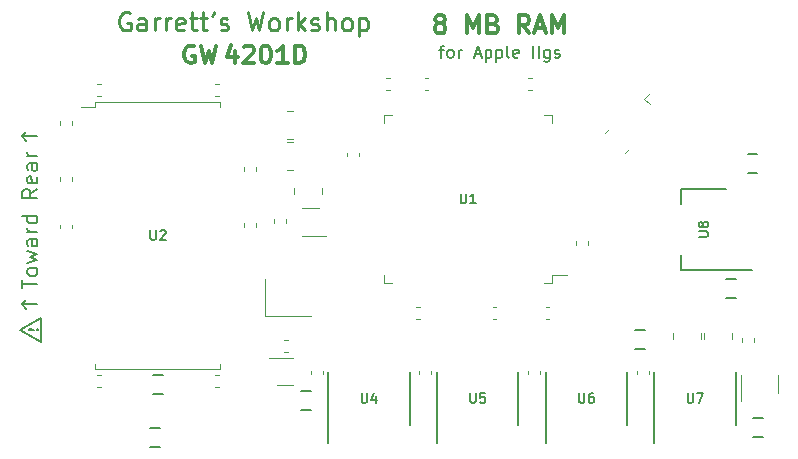
<source format=gto>
G04 #@! TF.GenerationSoftware,KiCad,Pcbnew,(5.1.5-0-10_14)*
G04 #@! TF.CreationDate,2021-05-04T04:36:55-04:00*
G04 #@! TF.ProjectId,RAM2GS,52414d32-4753-42e6-9b69-6361645f7063,2.0*
G04 #@! TF.SameCoordinates,Original*
G04 #@! TF.FileFunction,Legend,Top*
G04 #@! TF.FilePolarity,Positive*
%FSLAX46Y46*%
G04 Gerber Fmt 4.6, Leading zero omitted, Abs format (unit mm)*
G04 Created by KiCad (PCBNEW (5.1.5-0-10_14)) date 2021-05-04 04:36:55*
%MOMM*%
%LPD*%
G04 APERTURE LIST*
%ADD10C,0.200000*%
%ADD11C,0.190500*%
%ADD12C,0.300000*%
%ADD13C,0.203200*%
%ADD14C,0.225000*%
%ADD15C,0.120000*%
%ADD16C,0.152400*%
%ADD17C,0.150000*%
%ADD18C,0.100000*%
%ADD19C,1.448000*%
%ADD20C,2.000000*%
%ADD21C,2.524900*%
%ADD22C,0.937400*%
%ADD23C,1.140600*%
%ADD24C,2.150000*%
G04 APERTURE END LIST*
D10*
X48895000Y-103251000D02*
X47625000Y-103251000D01*
X47625000Y-103251000D02*
X48006000Y-103632000D01*
X48895000Y-117475000D02*
X47625000Y-117475000D01*
X47625000Y-103251000D02*
X48006000Y-102870000D01*
X49276000Y-120650000D02*
X49276000Y-118618000D01*
X49276000Y-118618000D02*
X47498000Y-119634000D01*
X47498000Y-119634000D02*
X49276000Y-120650000D01*
X47625000Y-117475000D02*
X48006000Y-117856000D01*
X47625000Y-117475000D02*
X48006000Y-117094000D01*
X47691523Y-116138476D02*
X47691523Y-115412761D01*
X48961523Y-115775619D02*
X47691523Y-115775619D01*
X48961523Y-114808000D02*
X48901047Y-114928952D01*
X48840571Y-114989428D01*
X48719619Y-115049904D01*
X48356761Y-115049904D01*
X48235809Y-114989428D01*
X48175333Y-114928952D01*
X48114857Y-114808000D01*
X48114857Y-114626571D01*
X48175333Y-114505619D01*
X48235809Y-114445142D01*
X48356761Y-114384666D01*
X48719619Y-114384666D01*
X48840571Y-114445142D01*
X48901047Y-114505619D01*
X48961523Y-114626571D01*
X48961523Y-114808000D01*
X48114857Y-113961333D02*
X48961523Y-113719428D01*
X48356761Y-113477523D01*
X48961523Y-113235619D01*
X48114857Y-112993714D01*
X48961523Y-111965619D02*
X48296285Y-111965619D01*
X48175333Y-112026095D01*
X48114857Y-112147047D01*
X48114857Y-112388952D01*
X48175333Y-112509904D01*
X48901047Y-111965619D02*
X48961523Y-112086571D01*
X48961523Y-112388952D01*
X48901047Y-112509904D01*
X48780095Y-112570380D01*
X48659142Y-112570380D01*
X48538190Y-112509904D01*
X48477714Y-112388952D01*
X48477714Y-112086571D01*
X48417238Y-111965619D01*
X48961523Y-111360857D02*
X48114857Y-111360857D01*
X48356761Y-111360857D02*
X48235809Y-111300380D01*
X48175333Y-111239904D01*
X48114857Y-111118952D01*
X48114857Y-110998000D01*
X48961523Y-110030380D02*
X47691523Y-110030380D01*
X48901047Y-110030380D02*
X48961523Y-110151333D01*
X48961523Y-110393238D01*
X48901047Y-110514190D01*
X48840571Y-110574666D01*
X48719619Y-110635142D01*
X48356761Y-110635142D01*
X48235809Y-110574666D01*
X48175333Y-110514190D01*
X48114857Y-110393238D01*
X48114857Y-110151333D01*
X48175333Y-110030380D01*
X48961523Y-107732285D02*
X48356761Y-108155619D01*
X48961523Y-108458000D02*
X47691523Y-108458000D01*
X47691523Y-107974190D01*
X47752000Y-107853238D01*
X47812476Y-107792761D01*
X47933428Y-107732285D01*
X48114857Y-107732285D01*
X48235809Y-107792761D01*
X48296285Y-107853238D01*
X48356761Y-107974190D01*
X48356761Y-108458000D01*
X48901047Y-106704190D02*
X48961523Y-106825142D01*
X48961523Y-107067047D01*
X48901047Y-107188000D01*
X48780095Y-107248476D01*
X48296285Y-107248476D01*
X48175333Y-107188000D01*
X48114857Y-107067047D01*
X48114857Y-106825142D01*
X48175333Y-106704190D01*
X48296285Y-106643714D01*
X48417238Y-106643714D01*
X48538190Y-107248476D01*
X48961523Y-105555142D02*
X48296285Y-105555142D01*
X48175333Y-105615619D01*
X48114857Y-105736571D01*
X48114857Y-105978476D01*
X48175333Y-106099428D01*
X48901047Y-105555142D02*
X48961523Y-105676095D01*
X48961523Y-105978476D01*
X48901047Y-106099428D01*
X48780095Y-106159904D01*
X48659142Y-106159904D01*
X48538190Y-106099428D01*
X48477714Y-105978476D01*
X48477714Y-105676095D01*
X48417238Y-105555142D01*
X48961523Y-104950380D02*
X48114857Y-104950380D01*
X48356761Y-104950380D02*
X48235809Y-104889904D01*
X48175333Y-104829428D01*
X48114857Y-104708476D01*
X48114857Y-104587523D01*
D11*
X48913142Y-119634000D02*
X48949428Y-119597714D01*
X48985714Y-119634000D01*
X48949428Y-119670285D01*
X48913142Y-119634000D01*
X48985714Y-119634000D01*
X48695428Y-119634000D02*
X48260000Y-119670285D01*
X48223714Y-119634000D01*
X48260000Y-119597714D01*
X48695428Y-119634000D01*
X48223714Y-119634000D01*
D12*
X65711000Y-96071571D02*
X65711000Y-97071571D01*
X65353857Y-95500142D02*
X64996714Y-96571571D01*
X65925285Y-96571571D01*
X66425285Y-95714428D02*
X66496714Y-95643000D01*
X66639571Y-95571571D01*
X66996714Y-95571571D01*
X67139571Y-95643000D01*
X67211000Y-95714428D01*
X67282428Y-95857285D01*
X67282428Y-96000142D01*
X67211000Y-96214428D01*
X66353857Y-97071571D01*
X67282428Y-97071571D01*
X68211000Y-95571571D02*
X68353857Y-95571571D01*
X68496714Y-95643000D01*
X68568142Y-95714428D01*
X68639571Y-95857285D01*
X68711000Y-96143000D01*
X68711000Y-96500142D01*
X68639571Y-96785857D01*
X68568142Y-96928714D01*
X68496714Y-97000142D01*
X68353857Y-97071571D01*
X68211000Y-97071571D01*
X68068142Y-97000142D01*
X67996714Y-96928714D01*
X67925285Y-96785857D01*
X67853857Y-96500142D01*
X67853857Y-96143000D01*
X67925285Y-95857285D01*
X67996714Y-95714428D01*
X68068142Y-95643000D01*
X68211000Y-95571571D01*
X70139571Y-97071571D02*
X69282428Y-97071571D01*
X69711000Y-97071571D02*
X69711000Y-95571571D01*
X69568142Y-95785857D01*
X69425285Y-95928714D01*
X69282428Y-96000142D01*
X70782428Y-97071571D02*
X70782428Y-95571571D01*
X71139571Y-95571571D01*
X71353857Y-95643000D01*
X71496714Y-95785857D01*
X71568142Y-95928714D01*
X71639571Y-96214428D01*
X71639571Y-96428714D01*
X71568142Y-96714428D01*
X71496714Y-96857285D01*
X71353857Y-97000142D01*
X71139571Y-97071571D01*
X70782428Y-97071571D01*
D13*
X82985428Y-95921285D02*
X83372476Y-95921285D01*
X83130571Y-96598619D02*
X83130571Y-95727761D01*
X83178952Y-95631000D01*
X83275714Y-95582619D01*
X83372476Y-95582619D01*
X83856285Y-96598619D02*
X83759523Y-96550238D01*
X83711142Y-96501857D01*
X83662761Y-96405095D01*
X83662761Y-96114809D01*
X83711142Y-96018047D01*
X83759523Y-95969666D01*
X83856285Y-95921285D01*
X84001428Y-95921285D01*
X84098190Y-95969666D01*
X84146571Y-96018047D01*
X84194952Y-96114809D01*
X84194952Y-96405095D01*
X84146571Y-96501857D01*
X84098190Y-96550238D01*
X84001428Y-96598619D01*
X83856285Y-96598619D01*
X84630380Y-96598619D02*
X84630380Y-95921285D01*
X84630380Y-96114809D02*
X84678761Y-96018047D01*
X84727142Y-95969666D01*
X84823904Y-95921285D01*
X84920666Y-95921285D01*
X85985047Y-96308333D02*
X86468857Y-96308333D01*
X85888285Y-96598619D02*
X86226952Y-95582619D01*
X86565619Y-96598619D01*
X86904285Y-95921285D02*
X86904285Y-96937285D01*
X86904285Y-95969666D02*
X87001047Y-95921285D01*
X87194571Y-95921285D01*
X87291333Y-95969666D01*
X87339714Y-96018047D01*
X87388095Y-96114809D01*
X87388095Y-96405095D01*
X87339714Y-96501857D01*
X87291333Y-96550238D01*
X87194571Y-96598619D01*
X87001047Y-96598619D01*
X86904285Y-96550238D01*
X87823523Y-95921285D02*
X87823523Y-96937285D01*
X87823523Y-95969666D02*
X87920285Y-95921285D01*
X88113809Y-95921285D01*
X88210571Y-95969666D01*
X88258952Y-96018047D01*
X88307333Y-96114809D01*
X88307333Y-96405095D01*
X88258952Y-96501857D01*
X88210571Y-96550238D01*
X88113809Y-96598619D01*
X87920285Y-96598619D01*
X87823523Y-96550238D01*
X88887904Y-96598619D02*
X88791142Y-96550238D01*
X88742761Y-96453476D01*
X88742761Y-95582619D01*
X89662000Y-96550238D02*
X89565238Y-96598619D01*
X89371714Y-96598619D01*
X89274952Y-96550238D01*
X89226571Y-96453476D01*
X89226571Y-96066428D01*
X89274952Y-95969666D01*
X89371714Y-95921285D01*
X89565238Y-95921285D01*
X89662000Y-95969666D01*
X89710380Y-96066428D01*
X89710380Y-96163190D01*
X89226571Y-96259952D01*
X90919904Y-96598619D02*
X90919904Y-95582619D01*
X91403714Y-96598619D02*
X91403714Y-95582619D01*
X92322952Y-95921285D02*
X92322952Y-96743761D01*
X92274571Y-96840523D01*
X92226190Y-96888904D01*
X92129428Y-96937285D01*
X91984285Y-96937285D01*
X91887523Y-96888904D01*
X92322952Y-96550238D02*
X92226190Y-96598619D01*
X92032666Y-96598619D01*
X91935904Y-96550238D01*
X91887523Y-96501857D01*
X91839142Y-96405095D01*
X91839142Y-96114809D01*
X91887523Y-96018047D01*
X91935904Y-95969666D01*
X92032666Y-95921285D01*
X92226190Y-95921285D01*
X92322952Y-95969666D01*
X92758380Y-96550238D02*
X92855142Y-96598619D01*
X93048666Y-96598619D01*
X93145428Y-96550238D01*
X93193809Y-96453476D01*
X93193809Y-96405095D01*
X93145428Y-96308333D01*
X93048666Y-96259952D01*
X92903523Y-96259952D01*
X92806761Y-96211571D01*
X92758380Y-96114809D01*
X92758380Y-96066428D01*
X92806761Y-95969666D01*
X92903523Y-95921285D01*
X93048666Y-95921285D01*
X93145428Y-95969666D01*
D12*
X62249571Y-95643000D02*
X62106714Y-95571571D01*
X61892428Y-95571571D01*
X61678142Y-95643000D01*
X61535285Y-95785857D01*
X61463857Y-95928714D01*
X61392428Y-96214428D01*
X61392428Y-96428714D01*
X61463857Y-96714428D01*
X61535285Y-96857285D01*
X61678142Y-97000142D01*
X61892428Y-97071571D01*
X62035285Y-97071571D01*
X62249571Y-97000142D01*
X62321000Y-96928714D01*
X62321000Y-96428714D01*
X62035285Y-96428714D01*
X62821000Y-95571571D02*
X63178142Y-97071571D01*
X63463857Y-96000142D01*
X63749571Y-97071571D01*
X64106714Y-95571571D01*
D14*
X56769000Y-92837000D02*
X56623857Y-92764428D01*
X56406142Y-92764428D01*
X56188428Y-92837000D01*
X56043285Y-92982142D01*
X55970714Y-93127285D01*
X55898142Y-93417571D01*
X55898142Y-93635285D01*
X55970714Y-93925571D01*
X56043285Y-94070714D01*
X56188428Y-94215857D01*
X56406142Y-94288428D01*
X56551285Y-94288428D01*
X56769000Y-94215857D01*
X56841571Y-94143285D01*
X56841571Y-93635285D01*
X56551285Y-93635285D01*
X58147857Y-94288428D02*
X58147857Y-93490142D01*
X58075285Y-93345000D01*
X57930142Y-93272428D01*
X57639857Y-93272428D01*
X57494714Y-93345000D01*
X58147857Y-94215857D02*
X58002714Y-94288428D01*
X57639857Y-94288428D01*
X57494714Y-94215857D01*
X57422142Y-94070714D01*
X57422142Y-93925571D01*
X57494714Y-93780428D01*
X57639857Y-93707857D01*
X58002714Y-93707857D01*
X58147857Y-93635285D01*
X58873571Y-94288428D02*
X58873571Y-93272428D01*
X58873571Y-93562714D02*
X58946142Y-93417571D01*
X59018714Y-93345000D01*
X59163857Y-93272428D01*
X59309000Y-93272428D01*
X59817000Y-94288428D02*
X59817000Y-93272428D01*
X59817000Y-93562714D02*
X59889571Y-93417571D01*
X59962142Y-93345000D01*
X60107285Y-93272428D01*
X60252428Y-93272428D01*
X61341000Y-94215857D02*
X61195857Y-94288428D01*
X60905571Y-94288428D01*
X60760428Y-94215857D01*
X60687857Y-94070714D01*
X60687857Y-93490142D01*
X60760428Y-93345000D01*
X60905571Y-93272428D01*
X61195857Y-93272428D01*
X61341000Y-93345000D01*
X61413571Y-93490142D01*
X61413571Y-93635285D01*
X60687857Y-93780428D01*
X61849000Y-93272428D02*
X62429571Y-93272428D01*
X62066714Y-92764428D02*
X62066714Y-94070714D01*
X62139285Y-94215857D01*
X62284428Y-94288428D01*
X62429571Y-94288428D01*
X62719857Y-93272428D02*
X63300428Y-93272428D01*
X62937571Y-92764428D02*
X62937571Y-94070714D01*
X63010142Y-94215857D01*
X63155285Y-94288428D01*
X63300428Y-94288428D01*
X63881000Y-92764428D02*
X63881000Y-92837000D01*
X63808428Y-92982142D01*
X63735857Y-93054714D01*
X64461571Y-94215857D02*
X64606714Y-94288428D01*
X64897000Y-94288428D01*
X65042142Y-94215857D01*
X65114714Y-94070714D01*
X65114714Y-93998142D01*
X65042142Y-93853000D01*
X64897000Y-93780428D01*
X64679285Y-93780428D01*
X64534142Y-93707857D01*
X64461571Y-93562714D01*
X64461571Y-93490142D01*
X64534142Y-93345000D01*
X64679285Y-93272428D01*
X64897000Y-93272428D01*
X65042142Y-93345000D01*
X66783857Y-92764428D02*
X67146714Y-94288428D01*
X67437000Y-93199857D01*
X67727285Y-94288428D01*
X68090142Y-92764428D01*
X68888428Y-94288428D02*
X68743285Y-94215857D01*
X68670714Y-94143285D01*
X68598142Y-93998142D01*
X68598142Y-93562714D01*
X68670714Y-93417571D01*
X68743285Y-93345000D01*
X68888428Y-93272428D01*
X69106142Y-93272428D01*
X69251285Y-93345000D01*
X69323857Y-93417571D01*
X69396428Y-93562714D01*
X69396428Y-93998142D01*
X69323857Y-94143285D01*
X69251285Y-94215857D01*
X69106142Y-94288428D01*
X68888428Y-94288428D01*
X70049571Y-94288428D02*
X70049571Y-93272428D01*
X70049571Y-93562714D02*
X70122142Y-93417571D01*
X70194714Y-93345000D01*
X70339857Y-93272428D01*
X70485000Y-93272428D01*
X70993000Y-94288428D02*
X70993000Y-92764428D01*
X71138142Y-93707857D02*
X71573571Y-94288428D01*
X71573571Y-93272428D02*
X70993000Y-93853000D01*
X72154142Y-94215857D02*
X72299285Y-94288428D01*
X72589571Y-94288428D01*
X72734714Y-94215857D01*
X72807285Y-94070714D01*
X72807285Y-93998142D01*
X72734714Y-93853000D01*
X72589571Y-93780428D01*
X72371857Y-93780428D01*
X72226714Y-93707857D01*
X72154142Y-93562714D01*
X72154142Y-93490142D01*
X72226714Y-93345000D01*
X72371857Y-93272428D01*
X72589571Y-93272428D01*
X72734714Y-93345000D01*
X73460428Y-94288428D02*
X73460428Y-92764428D01*
X74113571Y-94288428D02*
X74113571Y-93490142D01*
X74041000Y-93345000D01*
X73895857Y-93272428D01*
X73678142Y-93272428D01*
X73533000Y-93345000D01*
X73460428Y-93417571D01*
X75057000Y-94288428D02*
X74911857Y-94215857D01*
X74839285Y-94143285D01*
X74766714Y-93998142D01*
X74766714Y-93562714D01*
X74839285Y-93417571D01*
X74911857Y-93345000D01*
X75057000Y-93272428D01*
X75274714Y-93272428D01*
X75419857Y-93345000D01*
X75492428Y-93417571D01*
X75565000Y-93562714D01*
X75565000Y-93998142D01*
X75492428Y-94143285D01*
X75419857Y-94215857D01*
X75274714Y-94288428D01*
X75057000Y-94288428D01*
X76218142Y-93272428D02*
X76218142Y-94796428D01*
X76218142Y-93345000D02*
X76363285Y-93272428D01*
X76653571Y-93272428D01*
X76798714Y-93345000D01*
X76871285Y-93417571D01*
X76943857Y-93562714D01*
X76943857Y-93998142D01*
X76871285Y-94143285D01*
X76798714Y-94215857D01*
X76653571Y-94288428D01*
X76363285Y-94288428D01*
X76218142Y-94215857D01*
D12*
X82912857Y-93671571D02*
X82767714Y-93599000D01*
X82695142Y-93526428D01*
X82622571Y-93381285D01*
X82622571Y-93308714D01*
X82695142Y-93163571D01*
X82767714Y-93091000D01*
X82912857Y-93018428D01*
X83203142Y-93018428D01*
X83348285Y-93091000D01*
X83420857Y-93163571D01*
X83493428Y-93308714D01*
X83493428Y-93381285D01*
X83420857Y-93526428D01*
X83348285Y-93599000D01*
X83203142Y-93671571D01*
X82912857Y-93671571D01*
X82767714Y-93744142D01*
X82695142Y-93816714D01*
X82622571Y-93961857D01*
X82622571Y-94252142D01*
X82695142Y-94397285D01*
X82767714Y-94469857D01*
X82912857Y-94542428D01*
X83203142Y-94542428D01*
X83348285Y-94469857D01*
X83420857Y-94397285D01*
X83493428Y-94252142D01*
X83493428Y-93961857D01*
X83420857Y-93816714D01*
X83348285Y-93744142D01*
X83203142Y-93671571D01*
X85307714Y-94542428D02*
X85307714Y-93018428D01*
X85815714Y-94107000D01*
X86323714Y-93018428D01*
X86323714Y-94542428D01*
X87557428Y-93744142D02*
X87775142Y-93816714D01*
X87847714Y-93889285D01*
X87920285Y-94034428D01*
X87920285Y-94252142D01*
X87847714Y-94397285D01*
X87775142Y-94469857D01*
X87630000Y-94542428D01*
X87049428Y-94542428D01*
X87049428Y-93018428D01*
X87557428Y-93018428D01*
X87702571Y-93091000D01*
X87775142Y-93163571D01*
X87847714Y-93308714D01*
X87847714Y-93453857D01*
X87775142Y-93599000D01*
X87702571Y-93671571D01*
X87557428Y-93744142D01*
X87049428Y-93744142D01*
X90605428Y-94542428D02*
X90097428Y-93816714D01*
X89734571Y-94542428D02*
X89734571Y-93018428D01*
X90315142Y-93018428D01*
X90460285Y-93091000D01*
X90532857Y-93163571D01*
X90605428Y-93308714D01*
X90605428Y-93526428D01*
X90532857Y-93671571D01*
X90460285Y-93744142D01*
X90315142Y-93816714D01*
X89734571Y-93816714D01*
X91186000Y-94107000D02*
X91911714Y-94107000D01*
X91040857Y-94542428D02*
X91548857Y-93018428D01*
X92056857Y-94542428D01*
X92564857Y-94542428D02*
X92564857Y-93018428D01*
X93072857Y-94107000D01*
X93580857Y-93018428D01*
X93580857Y-94542428D01*
D15*
X78990000Y-101440000D02*
X78290000Y-101440000D01*
X78290000Y-101440000D02*
X78290000Y-102140000D01*
X91810000Y-101440000D02*
X92510000Y-101440000D01*
X92510000Y-101440000D02*
X92510000Y-102140000D01*
X78990000Y-115660000D02*
X78290000Y-115660000D01*
X78290000Y-115660000D02*
X78290000Y-114960000D01*
X91810000Y-115660000D02*
X92510000Y-115660000D01*
X92510000Y-115660000D02*
X92510000Y-114960000D01*
X92510000Y-114960000D02*
X93800000Y-114960000D01*
D16*
X109487000Y-114560000D02*
X103477000Y-114560000D01*
X107237000Y-107740000D02*
X103477000Y-107740000D01*
X103477000Y-114560000D02*
X103477000Y-113300000D01*
X103477000Y-107740000D02*
X103477000Y-109000000D01*
D15*
X68200000Y-118500000D02*
X68200000Y-115300000D01*
X68200000Y-118500000D02*
X72100000Y-118500000D01*
D17*
X73575000Y-129200000D02*
X73575000Y-123225000D01*
X80475000Y-127675000D02*
X80475000Y-123225000D01*
D15*
X71370000Y-111660000D02*
X73400000Y-111660000D01*
X72780000Y-109340000D02*
X71370000Y-109340000D01*
X70630000Y-121990000D02*
X68600000Y-121990000D01*
X69220000Y-124310000D02*
X70630000Y-124310000D01*
D17*
X91975000Y-129200000D02*
X91975000Y-123225000D01*
X98875000Y-127675000D02*
X98875000Y-123225000D01*
X101175000Y-129200000D02*
X101175000Y-123225000D01*
X108075000Y-127675000D02*
X108075000Y-123225000D01*
X82775000Y-129200000D02*
X82775000Y-123225000D01*
X89675000Y-127675000D02*
X89675000Y-123225000D01*
D15*
X53987221Y-99860000D02*
X54312779Y-99860000D01*
X53987221Y-98840000D02*
X54312779Y-98840000D01*
D16*
X58743600Y-125050000D02*
X59556400Y-125050000D01*
X58743600Y-123450000D02*
X59556400Y-123450000D01*
D15*
X70162779Y-120540000D02*
X69837221Y-120540000D01*
X70162779Y-121560000D02*
X69837221Y-121560000D01*
X70010000Y-110562779D02*
X70010000Y-110237221D01*
X68990000Y-110562779D02*
X68990000Y-110237221D01*
X100779923Y-100516974D02*
X100330910Y-100067962D01*
X100330910Y-100067962D02*
X100779923Y-99618949D01*
X52650000Y-100750000D02*
X53850000Y-100750000D01*
X53850000Y-100750000D02*
X53850000Y-100350000D01*
X53850000Y-100350000D02*
X64450000Y-100350000D01*
X53850000Y-122950000D02*
X64450000Y-122950000D01*
X64450000Y-100350000D02*
X64450000Y-100750000D01*
X64450000Y-122550000D02*
X64450000Y-122950000D01*
X53850000Y-122550000D02*
X53850000Y-122950000D01*
D16*
X107293600Y-116950000D02*
X108106400Y-116950000D01*
X107293600Y-115350000D02*
X108106400Y-115350000D01*
X109093600Y-106350000D02*
X109906400Y-106350000D01*
X109093600Y-104750000D02*
X109906400Y-104750000D01*
X109575600Y-128689000D02*
X110388400Y-128689000D01*
X109575600Y-127089000D02*
X110388400Y-127089000D01*
X59334400Y-127978000D02*
X58521600Y-127978000D01*
X59334400Y-129578000D02*
X58521600Y-129578000D01*
D15*
X72090000Y-123087221D02*
X72090000Y-123412779D01*
X73110000Y-123087221D02*
X73110000Y-123412779D01*
X63987221Y-124460000D02*
X64312779Y-124460000D01*
X63987221Y-123440000D02*
X64312779Y-123440000D01*
X51860000Y-102262779D02*
X51860000Y-101937221D01*
X50840000Y-102262779D02*
X50840000Y-101937221D01*
X63987221Y-99860000D02*
X64312779Y-99860000D01*
X63987221Y-98840000D02*
X64312779Y-98840000D01*
X53987221Y-124460000D02*
X54312779Y-124460000D01*
X53987221Y-123440000D02*
X54312779Y-123440000D01*
X66440000Y-110637221D02*
X66440000Y-110962779D01*
X67460000Y-110637221D02*
X67460000Y-110962779D01*
X51860000Y-107062779D02*
X51860000Y-106737221D01*
X50840000Y-107062779D02*
X50840000Y-106737221D01*
X51860000Y-111062779D02*
X51860000Y-110737221D01*
X50840000Y-111062779D02*
X50840000Y-110737221D01*
X66440000Y-105837221D02*
X66440000Y-106162779D01*
X67460000Y-105837221D02*
X67460000Y-106162779D01*
X99690000Y-123087221D02*
X99690000Y-123412779D01*
X100710000Y-123087221D02*
X100710000Y-123412779D01*
X81290000Y-123087221D02*
X81290000Y-123412779D01*
X82310000Y-123087221D02*
X82310000Y-123412779D01*
X90490000Y-123087221D02*
X90490000Y-123412779D01*
X91510000Y-123087221D02*
X91510000Y-123412779D01*
D16*
X71293600Y-126450000D02*
X72106400Y-126450000D01*
X71293600Y-124850000D02*
X72106400Y-124850000D01*
D15*
X70720000Y-107650000D02*
X70720000Y-108150000D01*
X73080000Y-107650000D02*
X73080000Y-108150000D01*
X70600000Y-101120000D02*
X70100000Y-101120000D01*
X70600000Y-103480000D02*
X70100000Y-103480000D01*
X70600000Y-103720000D02*
X70100000Y-103720000D01*
X70600000Y-106080000D02*
X70100000Y-106080000D01*
X102770000Y-119900000D02*
X102770000Y-120400000D01*
X105130000Y-119900000D02*
X105130000Y-120400000D01*
X105420000Y-119900000D02*
X105420000Y-120400000D01*
X107780000Y-119900000D02*
X107780000Y-120400000D01*
X108640000Y-120662779D02*
X108640000Y-120337221D01*
X109660000Y-120662779D02*
X109660000Y-120337221D01*
D16*
X100406400Y-121300000D02*
X99593600Y-121300000D01*
X100406400Y-119700000D02*
X99593600Y-119700000D01*
D15*
X111680000Y-123490000D02*
X111680000Y-124950000D01*
X108520000Y-123490000D02*
X108520000Y-125650000D01*
X81312779Y-117740000D02*
X80987221Y-117740000D01*
X81312779Y-118760000D02*
X80987221Y-118760000D01*
X90812779Y-99360000D02*
X90487221Y-99360000D01*
X90812779Y-98340000D02*
X90487221Y-98340000D01*
X87812779Y-117740000D02*
X87487221Y-117740000D01*
X87812779Y-118760000D02*
X87487221Y-118760000D01*
X81737221Y-98340000D02*
X82062779Y-98340000D01*
X81737221Y-99360000D02*
X82062779Y-99360000D01*
X78812779Y-99360000D02*
X78487221Y-99360000D01*
X78812779Y-98340000D02*
X78487221Y-98340000D01*
X75190000Y-104637221D02*
X75190000Y-104962779D01*
X76210000Y-104637221D02*
X76210000Y-104962779D01*
X91987221Y-117740000D02*
X92312779Y-117740000D01*
X91987221Y-118760000D02*
X92312779Y-118760000D01*
X95610000Y-112462779D02*
X95610000Y-112137221D01*
X94590000Y-112462779D02*
X94590000Y-112137221D01*
X99061163Y-104307609D02*
X98707609Y-104661163D01*
X97392391Y-102638837D02*
X97038837Y-102992391D01*
D13*
X84780723Y-108104895D02*
X84780723Y-108762876D01*
X84819428Y-108840285D01*
X84858133Y-108878990D01*
X84935542Y-108917695D01*
X85090361Y-108917695D01*
X85167771Y-108878990D01*
X85206476Y-108840285D01*
X85245180Y-108762876D01*
X85245180Y-108104895D01*
X86057980Y-108917695D02*
X85593523Y-108917695D01*
X85825752Y-108917695D02*
X85825752Y-108104895D01*
X85748342Y-108221009D01*
X85670933Y-108298419D01*
X85593523Y-108337123D01*
X104941895Y-111769276D02*
X105599876Y-111769276D01*
X105677285Y-111730571D01*
X105715990Y-111691866D01*
X105754695Y-111614457D01*
X105754695Y-111459638D01*
X105715990Y-111382228D01*
X105677285Y-111343523D01*
X105599876Y-111304819D01*
X104941895Y-111304819D01*
X105290238Y-110801657D02*
X105251533Y-110879066D01*
X105212828Y-110917771D01*
X105135419Y-110956476D01*
X105096714Y-110956476D01*
X105019304Y-110917771D01*
X104980600Y-110879066D01*
X104941895Y-110801657D01*
X104941895Y-110646838D01*
X104980600Y-110569428D01*
X105019304Y-110530723D01*
X105096714Y-110492019D01*
X105135419Y-110492019D01*
X105212828Y-110530723D01*
X105251533Y-110569428D01*
X105290238Y-110646838D01*
X105290238Y-110801657D01*
X105328942Y-110879066D01*
X105367647Y-110917771D01*
X105445057Y-110956476D01*
X105599876Y-110956476D01*
X105677285Y-110917771D01*
X105715990Y-110879066D01*
X105754695Y-110801657D01*
X105754695Y-110646838D01*
X105715990Y-110569428D01*
X105677285Y-110530723D01*
X105599876Y-110492019D01*
X105445057Y-110492019D01*
X105367647Y-110530723D01*
X105328942Y-110569428D01*
X105290238Y-110646838D01*
X76405723Y-125004895D02*
X76405723Y-125662876D01*
X76444428Y-125740285D01*
X76483133Y-125778990D01*
X76560542Y-125817695D01*
X76715361Y-125817695D01*
X76792771Y-125778990D01*
X76831476Y-125740285D01*
X76870180Y-125662876D01*
X76870180Y-125004895D01*
X77605571Y-125275828D02*
X77605571Y-125817695D01*
X77412047Y-124966190D02*
X77218523Y-125546761D01*
X77721685Y-125546761D01*
X94805723Y-125004895D02*
X94805723Y-125662876D01*
X94844428Y-125740285D01*
X94883133Y-125778990D01*
X94960542Y-125817695D01*
X95115361Y-125817695D01*
X95192771Y-125778990D01*
X95231476Y-125740285D01*
X95270180Y-125662876D01*
X95270180Y-125004895D01*
X96005571Y-125004895D02*
X95850752Y-125004895D01*
X95773342Y-125043600D01*
X95734638Y-125082304D01*
X95657228Y-125198419D01*
X95618523Y-125353238D01*
X95618523Y-125662876D01*
X95657228Y-125740285D01*
X95695933Y-125778990D01*
X95773342Y-125817695D01*
X95928161Y-125817695D01*
X96005571Y-125778990D01*
X96044276Y-125740285D01*
X96082980Y-125662876D01*
X96082980Y-125469352D01*
X96044276Y-125391942D01*
X96005571Y-125353238D01*
X95928161Y-125314533D01*
X95773342Y-125314533D01*
X95695933Y-125353238D01*
X95657228Y-125391942D01*
X95618523Y-125469352D01*
X104005723Y-125004895D02*
X104005723Y-125662876D01*
X104044428Y-125740285D01*
X104083133Y-125778990D01*
X104160542Y-125817695D01*
X104315361Y-125817695D01*
X104392771Y-125778990D01*
X104431476Y-125740285D01*
X104470180Y-125662876D01*
X104470180Y-125004895D01*
X104779819Y-125004895D02*
X105321685Y-125004895D01*
X104973342Y-125817695D01*
X85605723Y-125004895D02*
X85605723Y-125662876D01*
X85644428Y-125740285D01*
X85683133Y-125778990D01*
X85760542Y-125817695D01*
X85915361Y-125817695D01*
X85992771Y-125778990D01*
X86031476Y-125740285D01*
X86070180Y-125662876D01*
X86070180Y-125004895D01*
X86844276Y-125004895D02*
X86457228Y-125004895D01*
X86418523Y-125391942D01*
X86457228Y-125353238D01*
X86534638Y-125314533D01*
X86728161Y-125314533D01*
X86805571Y-125353238D01*
X86844276Y-125391942D01*
X86882980Y-125469352D01*
X86882980Y-125662876D01*
X86844276Y-125740285D01*
X86805571Y-125778990D01*
X86728161Y-125817695D01*
X86534638Y-125817695D01*
X86457228Y-125778990D01*
X86418523Y-125740285D01*
X58530723Y-111204895D02*
X58530723Y-111862876D01*
X58569428Y-111940285D01*
X58608133Y-111978990D01*
X58685542Y-112017695D01*
X58840361Y-112017695D01*
X58917771Y-111978990D01*
X58956476Y-111940285D01*
X58995180Y-111862876D01*
X58995180Y-111204895D01*
X59343523Y-111282304D02*
X59382228Y-111243600D01*
X59459638Y-111204895D01*
X59653161Y-111204895D01*
X59730571Y-111243600D01*
X59769276Y-111282304D01*
X59807980Y-111359714D01*
X59807980Y-111437123D01*
X59769276Y-111553238D01*
X59304819Y-112017695D01*
X59807980Y-112017695D01*
%LPC*%
D18*
G36*
X113538000Y-139446000D02*
G01*
X113030000Y-139954000D01*
X55626000Y-139954000D01*
X55118000Y-139446000D01*
X55118000Y-132080000D01*
X113538000Y-132080000D01*
X113538000Y-139446000D01*
G37*
G36*
X93745527Y-114376419D02*
G01*
X93753973Y-114377672D01*
X93762255Y-114379746D01*
X93770293Y-114382622D01*
X93778012Y-114386273D01*
X93785335Y-114390662D01*
X93792192Y-114395748D01*
X93798518Y-114401482D01*
X93804252Y-114407808D01*
X93809338Y-114414665D01*
X93813727Y-114421988D01*
X93817378Y-114429707D01*
X93820254Y-114437745D01*
X93822328Y-114446027D01*
X93823581Y-114454473D01*
X93824000Y-114463000D01*
X93824000Y-114637000D01*
X93823581Y-114645527D01*
X93822328Y-114653973D01*
X93820254Y-114662255D01*
X93817378Y-114670293D01*
X93813727Y-114678012D01*
X93809338Y-114685335D01*
X93804252Y-114692192D01*
X93798518Y-114698518D01*
X93792192Y-114704252D01*
X93785335Y-114709338D01*
X93778012Y-114713727D01*
X93770293Y-114717378D01*
X93762255Y-114720254D01*
X93753973Y-114722328D01*
X93745527Y-114723581D01*
X93737000Y-114724000D01*
X92388000Y-114724000D01*
X92379473Y-114723581D01*
X92371027Y-114722328D01*
X92362745Y-114720254D01*
X92354707Y-114717378D01*
X92346988Y-114713727D01*
X92339665Y-114709338D01*
X92332808Y-114704252D01*
X92326482Y-114698518D01*
X92320748Y-114692192D01*
X92315662Y-114685335D01*
X92311273Y-114678012D01*
X92307622Y-114670293D01*
X92304746Y-114662255D01*
X92302672Y-114653973D01*
X92301419Y-114645527D01*
X92301000Y-114637000D01*
X92301000Y-114463000D01*
X92301419Y-114454473D01*
X92302672Y-114446027D01*
X92304746Y-114437745D01*
X92307622Y-114429707D01*
X92311273Y-114421988D01*
X92315662Y-114414665D01*
X92320748Y-114407808D01*
X92326482Y-114401482D01*
X92332808Y-114395748D01*
X92339665Y-114390662D01*
X92346988Y-114386273D01*
X92354707Y-114382622D01*
X92362745Y-114379746D01*
X92371027Y-114377672D01*
X92379473Y-114376419D01*
X92388000Y-114376000D01*
X93737000Y-114376000D01*
X93745527Y-114376419D01*
G37*
G36*
X93745527Y-113876419D02*
G01*
X93753973Y-113877672D01*
X93762255Y-113879746D01*
X93770293Y-113882622D01*
X93778012Y-113886273D01*
X93785335Y-113890662D01*
X93792192Y-113895748D01*
X93798518Y-113901482D01*
X93804252Y-113907808D01*
X93809338Y-113914665D01*
X93813727Y-113921988D01*
X93817378Y-113929707D01*
X93820254Y-113937745D01*
X93822328Y-113946027D01*
X93823581Y-113954473D01*
X93824000Y-113963000D01*
X93824000Y-114137000D01*
X93823581Y-114145527D01*
X93822328Y-114153973D01*
X93820254Y-114162255D01*
X93817378Y-114170293D01*
X93813727Y-114178012D01*
X93809338Y-114185335D01*
X93804252Y-114192192D01*
X93798518Y-114198518D01*
X93792192Y-114204252D01*
X93785335Y-114209338D01*
X93778012Y-114213727D01*
X93770293Y-114217378D01*
X93762255Y-114220254D01*
X93753973Y-114222328D01*
X93745527Y-114223581D01*
X93737000Y-114224000D01*
X92388000Y-114224000D01*
X92379473Y-114223581D01*
X92371027Y-114222328D01*
X92362745Y-114220254D01*
X92354707Y-114217378D01*
X92346988Y-114213727D01*
X92339665Y-114209338D01*
X92332808Y-114204252D01*
X92326482Y-114198518D01*
X92320748Y-114192192D01*
X92315662Y-114185335D01*
X92311273Y-114178012D01*
X92307622Y-114170293D01*
X92304746Y-114162255D01*
X92302672Y-114153973D01*
X92301419Y-114145527D01*
X92301000Y-114137000D01*
X92301000Y-113963000D01*
X92301419Y-113954473D01*
X92302672Y-113946027D01*
X92304746Y-113937745D01*
X92307622Y-113929707D01*
X92311273Y-113921988D01*
X92315662Y-113914665D01*
X92320748Y-113907808D01*
X92326482Y-113901482D01*
X92332808Y-113895748D01*
X92339665Y-113890662D01*
X92346988Y-113886273D01*
X92354707Y-113882622D01*
X92362745Y-113879746D01*
X92371027Y-113877672D01*
X92379473Y-113876419D01*
X92388000Y-113876000D01*
X93737000Y-113876000D01*
X93745527Y-113876419D01*
G37*
G36*
X93745527Y-113376419D02*
G01*
X93753973Y-113377672D01*
X93762255Y-113379746D01*
X93770293Y-113382622D01*
X93778012Y-113386273D01*
X93785335Y-113390662D01*
X93792192Y-113395748D01*
X93798518Y-113401482D01*
X93804252Y-113407808D01*
X93809338Y-113414665D01*
X93813727Y-113421988D01*
X93817378Y-113429707D01*
X93820254Y-113437745D01*
X93822328Y-113446027D01*
X93823581Y-113454473D01*
X93824000Y-113463000D01*
X93824000Y-113637000D01*
X93823581Y-113645527D01*
X93822328Y-113653973D01*
X93820254Y-113662255D01*
X93817378Y-113670293D01*
X93813727Y-113678012D01*
X93809338Y-113685335D01*
X93804252Y-113692192D01*
X93798518Y-113698518D01*
X93792192Y-113704252D01*
X93785335Y-113709338D01*
X93778012Y-113713727D01*
X93770293Y-113717378D01*
X93762255Y-113720254D01*
X93753973Y-113722328D01*
X93745527Y-113723581D01*
X93737000Y-113724000D01*
X92388000Y-113724000D01*
X92379473Y-113723581D01*
X92371027Y-113722328D01*
X92362745Y-113720254D01*
X92354707Y-113717378D01*
X92346988Y-113713727D01*
X92339665Y-113709338D01*
X92332808Y-113704252D01*
X92326482Y-113698518D01*
X92320748Y-113692192D01*
X92315662Y-113685335D01*
X92311273Y-113678012D01*
X92307622Y-113670293D01*
X92304746Y-113662255D01*
X92302672Y-113653973D01*
X92301419Y-113645527D01*
X92301000Y-113637000D01*
X92301000Y-113463000D01*
X92301419Y-113454473D01*
X92302672Y-113446027D01*
X92304746Y-113437745D01*
X92307622Y-113429707D01*
X92311273Y-113421988D01*
X92315662Y-113414665D01*
X92320748Y-113407808D01*
X92326482Y-113401482D01*
X92332808Y-113395748D01*
X92339665Y-113390662D01*
X92346988Y-113386273D01*
X92354707Y-113382622D01*
X92362745Y-113379746D01*
X92371027Y-113377672D01*
X92379473Y-113376419D01*
X92388000Y-113376000D01*
X93737000Y-113376000D01*
X93745527Y-113376419D01*
G37*
G36*
X93745527Y-112876419D02*
G01*
X93753973Y-112877672D01*
X93762255Y-112879746D01*
X93770293Y-112882622D01*
X93778012Y-112886273D01*
X93785335Y-112890662D01*
X93792192Y-112895748D01*
X93798518Y-112901482D01*
X93804252Y-112907808D01*
X93809338Y-112914665D01*
X93813727Y-112921988D01*
X93817378Y-112929707D01*
X93820254Y-112937745D01*
X93822328Y-112946027D01*
X93823581Y-112954473D01*
X93824000Y-112963000D01*
X93824000Y-113137000D01*
X93823581Y-113145527D01*
X93822328Y-113153973D01*
X93820254Y-113162255D01*
X93817378Y-113170293D01*
X93813727Y-113178012D01*
X93809338Y-113185335D01*
X93804252Y-113192192D01*
X93798518Y-113198518D01*
X93792192Y-113204252D01*
X93785335Y-113209338D01*
X93778012Y-113213727D01*
X93770293Y-113217378D01*
X93762255Y-113220254D01*
X93753973Y-113222328D01*
X93745527Y-113223581D01*
X93737000Y-113224000D01*
X92388000Y-113224000D01*
X92379473Y-113223581D01*
X92371027Y-113222328D01*
X92362745Y-113220254D01*
X92354707Y-113217378D01*
X92346988Y-113213727D01*
X92339665Y-113209338D01*
X92332808Y-113204252D01*
X92326482Y-113198518D01*
X92320748Y-113192192D01*
X92315662Y-113185335D01*
X92311273Y-113178012D01*
X92307622Y-113170293D01*
X92304746Y-113162255D01*
X92302672Y-113153973D01*
X92301419Y-113145527D01*
X92301000Y-113137000D01*
X92301000Y-112963000D01*
X92301419Y-112954473D01*
X92302672Y-112946027D01*
X92304746Y-112937745D01*
X92307622Y-112929707D01*
X92311273Y-112921988D01*
X92315662Y-112914665D01*
X92320748Y-112907808D01*
X92326482Y-112901482D01*
X92332808Y-112895748D01*
X92339665Y-112890662D01*
X92346988Y-112886273D01*
X92354707Y-112882622D01*
X92362745Y-112879746D01*
X92371027Y-112877672D01*
X92379473Y-112876419D01*
X92388000Y-112876000D01*
X93737000Y-112876000D01*
X93745527Y-112876419D01*
G37*
G36*
X93745527Y-112376419D02*
G01*
X93753973Y-112377672D01*
X93762255Y-112379746D01*
X93770293Y-112382622D01*
X93778012Y-112386273D01*
X93785335Y-112390662D01*
X93792192Y-112395748D01*
X93798518Y-112401482D01*
X93804252Y-112407808D01*
X93809338Y-112414665D01*
X93813727Y-112421988D01*
X93817378Y-112429707D01*
X93820254Y-112437745D01*
X93822328Y-112446027D01*
X93823581Y-112454473D01*
X93824000Y-112463000D01*
X93824000Y-112637000D01*
X93823581Y-112645527D01*
X93822328Y-112653973D01*
X93820254Y-112662255D01*
X93817378Y-112670293D01*
X93813727Y-112678012D01*
X93809338Y-112685335D01*
X93804252Y-112692192D01*
X93798518Y-112698518D01*
X93792192Y-112704252D01*
X93785335Y-112709338D01*
X93778012Y-112713727D01*
X93770293Y-112717378D01*
X93762255Y-112720254D01*
X93753973Y-112722328D01*
X93745527Y-112723581D01*
X93737000Y-112724000D01*
X92388000Y-112724000D01*
X92379473Y-112723581D01*
X92371027Y-112722328D01*
X92362745Y-112720254D01*
X92354707Y-112717378D01*
X92346988Y-112713727D01*
X92339665Y-112709338D01*
X92332808Y-112704252D01*
X92326482Y-112698518D01*
X92320748Y-112692192D01*
X92315662Y-112685335D01*
X92311273Y-112678012D01*
X92307622Y-112670293D01*
X92304746Y-112662255D01*
X92302672Y-112653973D01*
X92301419Y-112645527D01*
X92301000Y-112637000D01*
X92301000Y-112463000D01*
X92301419Y-112454473D01*
X92302672Y-112446027D01*
X92304746Y-112437745D01*
X92307622Y-112429707D01*
X92311273Y-112421988D01*
X92315662Y-112414665D01*
X92320748Y-112407808D01*
X92326482Y-112401482D01*
X92332808Y-112395748D01*
X92339665Y-112390662D01*
X92346988Y-112386273D01*
X92354707Y-112382622D01*
X92362745Y-112379746D01*
X92371027Y-112377672D01*
X92379473Y-112376419D01*
X92388000Y-112376000D01*
X93737000Y-112376000D01*
X93745527Y-112376419D01*
G37*
G36*
X93745527Y-111876419D02*
G01*
X93753973Y-111877672D01*
X93762255Y-111879746D01*
X93770293Y-111882622D01*
X93778012Y-111886273D01*
X93785335Y-111890662D01*
X93792192Y-111895748D01*
X93798518Y-111901482D01*
X93804252Y-111907808D01*
X93809338Y-111914665D01*
X93813727Y-111921988D01*
X93817378Y-111929707D01*
X93820254Y-111937745D01*
X93822328Y-111946027D01*
X93823581Y-111954473D01*
X93824000Y-111963000D01*
X93824000Y-112137000D01*
X93823581Y-112145527D01*
X93822328Y-112153973D01*
X93820254Y-112162255D01*
X93817378Y-112170293D01*
X93813727Y-112178012D01*
X93809338Y-112185335D01*
X93804252Y-112192192D01*
X93798518Y-112198518D01*
X93792192Y-112204252D01*
X93785335Y-112209338D01*
X93778012Y-112213727D01*
X93770293Y-112217378D01*
X93762255Y-112220254D01*
X93753973Y-112222328D01*
X93745527Y-112223581D01*
X93737000Y-112224000D01*
X92388000Y-112224000D01*
X92379473Y-112223581D01*
X92371027Y-112222328D01*
X92362745Y-112220254D01*
X92354707Y-112217378D01*
X92346988Y-112213727D01*
X92339665Y-112209338D01*
X92332808Y-112204252D01*
X92326482Y-112198518D01*
X92320748Y-112192192D01*
X92315662Y-112185335D01*
X92311273Y-112178012D01*
X92307622Y-112170293D01*
X92304746Y-112162255D01*
X92302672Y-112153973D01*
X92301419Y-112145527D01*
X92301000Y-112137000D01*
X92301000Y-111963000D01*
X92301419Y-111954473D01*
X92302672Y-111946027D01*
X92304746Y-111937745D01*
X92307622Y-111929707D01*
X92311273Y-111921988D01*
X92315662Y-111914665D01*
X92320748Y-111907808D01*
X92326482Y-111901482D01*
X92332808Y-111895748D01*
X92339665Y-111890662D01*
X92346988Y-111886273D01*
X92354707Y-111882622D01*
X92362745Y-111879746D01*
X92371027Y-111877672D01*
X92379473Y-111876419D01*
X92388000Y-111876000D01*
X93737000Y-111876000D01*
X93745527Y-111876419D01*
G37*
G36*
X93745527Y-111376419D02*
G01*
X93753973Y-111377672D01*
X93762255Y-111379746D01*
X93770293Y-111382622D01*
X93778012Y-111386273D01*
X93785335Y-111390662D01*
X93792192Y-111395748D01*
X93798518Y-111401482D01*
X93804252Y-111407808D01*
X93809338Y-111414665D01*
X93813727Y-111421988D01*
X93817378Y-111429707D01*
X93820254Y-111437745D01*
X93822328Y-111446027D01*
X93823581Y-111454473D01*
X93824000Y-111463000D01*
X93824000Y-111637000D01*
X93823581Y-111645527D01*
X93822328Y-111653973D01*
X93820254Y-111662255D01*
X93817378Y-111670293D01*
X93813727Y-111678012D01*
X93809338Y-111685335D01*
X93804252Y-111692192D01*
X93798518Y-111698518D01*
X93792192Y-111704252D01*
X93785335Y-111709338D01*
X93778012Y-111713727D01*
X93770293Y-111717378D01*
X93762255Y-111720254D01*
X93753973Y-111722328D01*
X93745527Y-111723581D01*
X93737000Y-111724000D01*
X92388000Y-111724000D01*
X92379473Y-111723581D01*
X92371027Y-111722328D01*
X92362745Y-111720254D01*
X92354707Y-111717378D01*
X92346988Y-111713727D01*
X92339665Y-111709338D01*
X92332808Y-111704252D01*
X92326482Y-111698518D01*
X92320748Y-111692192D01*
X92315662Y-111685335D01*
X92311273Y-111678012D01*
X92307622Y-111670293D01*
X92304746Y-111662255D01*
X92302672Y-111653973D01*
X92301419Y-111645527D01*
X92301000Y-111637000D01*
X92301000Y-111463000D01*
X92301419Y-111454473D01*
X92302672Y-111446027D01*
X92304746Y-111437745D01*
X92307622Y-111429707D01*
X92311273Y-111421988D01*
X92315662Y-111414665D01*
X92320748Y-111407808D01*
X92326482Y-111401482D01*
X92332808Y-111395748D01*
X92339665Y-111390662D01*
X92346988Y-111386273D01*
X92354707Y-111382622D01*
X92362745Y-111379746D01*
X92371027Y-111377672D01*
X92379473Y-111376419D01*
X92388000Y-111376000D01*
X93737000Y-111376000D01*
X93745527Y-111376419D01*
G37*
G36*
X93745527Y-110876419D02*
G01*
X93753973Y-110877672D01*
X93762255Y-110879746D01*
X93770293Y-110882622D01*
X93778012Y-110886273D01*
X93785335Y-110890662D01*
X93792192Y-110895748D01*
X93798518Y-110901482D01*
X93804252Y-110907808D01*
X93809338Y-110914665D01*
X93813727Y-110921988D01*
X93817378Y-110929707D01*
X93820254Y-110937745D01*
X93822328Y-110946027D01*
X93823581Y-110954473D01*
X93824000Y-110963000D01*
X93824000Y-111137000D01*
X93823581Y-111145527D01*
X93822328Y-111153973D01*
X93820254Y-111162255D01*
X93817378Y-111170293D01*
X93813727Y-111178012D01*
X93809338Y-111185335D01*
X93804252Y-111192192D01*
X93798518Y-111198518D01*
X93792192Y-111204252D01*
X93785335Y-111209338D01*
X93778012Y-111213727D01*
X93770293Y-111217378D01*
X93762255Y-111220254D01*
X93753973Y-111222328D01*
X93745527Y-111223581D01*
X93737000Y-111224000D01*
X92388000Y-111224000D01*
X92379473Y-111223581D01*
X92371027Y-111222328D01*
X92362745Y-111220254D01*
X92354707Y-111217378D01*
X92346988Y-111213727D01*
X92339665Y-111209338D01*
X92332808Y-111204252D01*
X92326482Y-111198518D01*
X92320748Y-111192192D01*
X92315662Y-111185335D01*
X92311273Y-111178012D01*
X92307622Y-111170293D01*
X92304746Y-111162255D01*
X92302672Y-111153973D01*
X92301419Y-111145527D01*
X92301000Y-111137000D01*
X92301000Y-110963000D01*
X92301419Y-110954473D01*
X92302672Y-110946027D01*
X92304746Y-110937745D01*
X92307622Y-110929707D01*
X92311273Y-110921988D01*
X92315662Y-110914665D01*
X92320748Y-110907808D01*
X92326482Y-110901482D01*
X92332808Y-110895748D01*
X92339665Y-110890662D01*
X92346988Y-110886273D01*
X92354707Y-110882622D01*
X92362745Y-110879746D01*
X92371027Y-110877672D01*
X92379473Y-110876419D01*
X92388000Y-110876000D01*
X93737000Y-110876000D01*
X93745527Y-110876419D01*
G37*
G36*
X93745527Y-110376419D02*
G01*
X93753973Y-110377672D01*
X93762255Y-110379746D01*
X93770293Y-110382622D01*
X93778012Y-110386273D01*
X93785335Y-110390662D01*
X93792192Y-110395748D01*
X93798518Y-110401482D01*
X93804252Y-110407808D01*
X93809338Y-110414665D01*
X93813727Y-110421988D01*
X93817378Y-110429707D01*
X93820254Y-110437745D01*
X93822328Y-110446027D01*
X93823581Y-110454473D01*
X93824000Y-110463000D01*
X93824000Y-110637000D01*
X93823581Y-110645527D01*
X93822328Y-110653973D01*
X93820254Y-110662255D01*
X93817378Y-110670293D01*
X93813727Y-110678012D01*
X93809338Y-110685335D01*
X93804252Y-110692192D01*
X93798518Y-110698518D01*
X93792192Y-110704252D01*
X93785335Y-110709338D01*
X93778012Y-110713727D01*
X93770293Y-110717378D01*
X93762255Y-110720254D01*
X93753973Y-110722328D01*
X93745527Y-110723581D01*
X93737000Y-110724000D01*
X92388000Y-110724000D01*
X92379473Y-110723581D01*
X92371027Y-110722328D01*
X92362745Y-110720254D01*
X92354707Y-110717378D01*
X92346988Y-110713727D01*
X92339665Y-110709338D01*
X92332808Y-110704252D01*
X92326482Y-110698518D01*
X92320748Y-110692192D01*
X92315662Y-110685335D01*
X92311273Y-110678012D01*
X92307622Y-110670293D01*
X92304746Y-110662255D01*
X92302672Y-110653973D01*
X92301419Y-110645527D01*
X92301000Y-110637000D01*
X92301000Y-110463000D01*
X92301419Y-110454473D01*
X92302672Y-110446027D01*
X92304746Y-110437745D01*
X92307622Y-110429707D01*
X92311273Y-110421988D01*
X92315662Y-110414665D01*
X92320748Y-110407808D01*
X92326482Y-110401482D01*
X92332808Y-110395748D01*
X92339665Y-110390662D01*
X92346988Y-110386273D01*
X92354707Y-110382622D01*
X92362745Y-110379746D01*
X92371027Y-110377672D01*
X92379473Y-110376419D01*
X92388000Y-110376000D01*
X93737000Y-110376000D01*
X93745527Y-110376419D01*
G37*
G36*
X93745527Y-109876419D02*
G01*
X93753973Y-109877672D01*
X93762255Y-109879746D01*
X93770293Y-109882622D01*
X93778012Y-109886273D01*
X93785335Y-109890662D01*
X93792192Y-109895748D01*
X93798518Y-109901482D01*
X93804252Y-109907808D01*
X93809338Y-109914665D01*
X93813727Y-109921988D01*
X93817378Y-109929707D01*
X93820254Y-109937745D01*
X93822328Y-109946027D01*
X93823581Y-109954473D01*
X93824000Y-109963000D01*
X93824000Y-110137000D01*
X93823581Y-110145527D01*
X93822328Y-110153973D01*
X93820254Y-110162255D01*
X93817378Y-110170293D01*
X93813727Y-110178012D01*
X93809338Y-110185335D01*
X93804252Y-110192192D01*
X93798518Y-110198518D01*
X93792192Y-110204252D01*
X93785335Y-110209338D01*
X93778012Y-110213727D01*
X93770293Y-110217378D01*
X93762255Y-110220254D01*
X93753973Y-110222328D01*
X93745527Y-110223581D01*
X93737000Y-110224000D01*
X92388000Y-110224000D01*
X92379473Y-110223581D01*
X92371027Y-110222328D01*
X92362745Y-110220254D01*
X92354707Y-110217378D01*
X92346988Y-110213727D01*
X92339665Y-110209338D01*
X92332808Y-110204252D01*
X92326482Y-110198518D01*
X92320748Y-110192192D01*
X92315662Y-110185335D01*
X92311273Y-110178012D01*
X92307622Y-110170293D01*
X92304746Y-110162255D01*
X92302672Y-110153973D01*
X92301419Y-110145527D01*
X92301000Y-110137000D01*
X92301000Y-109963000D01*
X92301419Y-109954473D01*
X92302672Y-109946027D01*
X92304746Y-109937745D01*
X92307622Y-109929707D01*
X92311273Y-109921988D01*
X92315662Y-109914665D01*
X92320748Y-109907808D01*
X92326482Y-109901482D01*
X92332808Y-109895748D01*
X92339665Y-109890662D01*
X92346988Y-109886273D01*
X92354707Y-109882622D01*
X92362745Y-109879746D01*
X92371027Y-109877672D01*
X92379473Y-109876419D01*
X92388000Y-109876000D01*
X93737000Y-109876000D01*
X93745527Y-109876419D01*
G37*
G36*
X93745527Y-109376419D02*
G01*
X93753973Y-109377672D01*
X93762255Y-109379746D01*
X93770293Y-109382622D01*
X93778012Y-109386273D01*
X93785335Y-109390662D01*
X93792192Y-109395748D01*
X93798518Y-109401482D01*
X93804252Y-109407808D01*
X93809338Y-109414665D01*
X93813727Y-109421988D01*
X93817378Y-109429707D01*
X93820254Y-109437745D01*
X93822328Y-109446027D01*
X93823581Y-109454473D01*
X93824000Y-109463000D01*
X93824000Y-109637000D01*
X93823581Y-109645527D01*
X93822328Y-109653973D01*
X93820254Y-109662255D01*
X93817378Y-109670293D01*
X93813727Y-109678012D01*
X93809338Y-109685335D01*
X93804252Y-109692192D01*
X93798518Y-109698518D01*
X93792192Y-109704252D01*
X93785335Y-109709338D01*
X93778012Y-109713727D01*
X93770293Y-109717378D01*
X93762255Y-109720254D01*
X93753973Y-109722328D01*
X93745527Y-109723581D01*
X93737000Y-109724000D01*
X92388000Y-109724000D01*
X92379473Y-109723581D01*
X92371027Y-109722328D01*
X92362745Y-109720254D01*
X92354707Y-109717378D01*
X92346988Y-109713727D01*
X92339665Y-109709338D01*
X92332808Y-109704252D01*
X92326482Y-109698518D01*
X92320748Y-109692192D01*
X92315662Y-109685335D01*
X92311273Y-109678012D01*
X92307622Y-109670293D01*
X92304746Y-109662255D01*
X92302672Y-109653973D01*
X92301419Y-109645527D01*
X92301000Y-109637000D01*
X92301000Y-109463000D01*
X92301419Y-109454473D01*
X92302672Y-109446027D01*
X92304746Y-109437745D01*
X92307622Y-109429707D01*
X92311273Y-109421988D01*
X92315662Y-109414665D01*
X92320748Y-109407808D01*
X92326482Y-109401482D01*
X92332808Y-109395748D01*
X92339665Y-109390662D01*
X92346988Y-109386273D01*
X92354707Y-109382622D01*
X92362745Y-109379746D01*
X92371027Y-109377672D01*
X92379473Y-109376419D01*
X92388000Y-109376000D01*
X93737000Y-109376000D01*
X93745527Y-109376419D01*
G37*
G36*
X93745527Y-108876419D02*
G01*
X93753973Y-108877672D01*
X93762255Y-108879746D01*
X93770293Y-108882622D01*
X93778012Y-108886273D01*
X93785335Y-108890662D01*
X93792192Y-108895748D01*
X93798518Y-108901482D01*
X93804252Y-108907808D01*
X93809338Y-108914665D01*
X93813727Y-108921988D01*
X93817378Y-108929707D01*
X93820254Y-108937745D01*
X93822328Y-108946027D01*
X93823581Y-108954473D01*
X93824000Y-108963000D01*
X93824000Y-109137000D01*
X93823581Y-109145527D01*
X93822328Y-109153973D01*
X93820254Y-109162255D01*
X93817378Y-109170293D01*
X93813727Y-109178012D01*
X93809338Y-109185335D01*
X93804252Y-109192192D01*
X93798518Y-109198518D01*
X93792192Y-109204252D01*
X93785335Y-109209338D01*
X93778012Y-109213727D01*
X93770293Y-109217378D01*
X93762255Y-109220254D01*
X93753973Y-109222328D01*
X93745527Y-109223581D01*
X93737000Y-109224000D01*
X92388000Y-109224000D01*
X92379473Y-109223581D01*
X92371027Y-109222328D01*
X92362745Y-109220254D01*
X92354707Y-109217378D01*
X92346988Y-109213727D01*
X92339665Y-109209338D01*
X92332808Y-109204252D01*
X92326482Y-109198518D01*
X92320748Y-109192192D01*
X92315662Y-109185335D01*
X92311273Y-109178012D01*
X92307622Y-109170293D01*
X92304746Y-109162255D01*
X92302672Y-109153973D01*
X92301419Y-109145527D01*
X92301000Y-109137000D01*
X92301000Y-108963000D01*
X92301419Y-108954473D01*
X92302672Y-108946027D01*
X92304746Y-108937745D01*
X92307622Y-108929707D01*
X92311273Y-108921988D01*
X92315662Y-108914665D01*
X92320748Y-108907808D01*
X92326482Y-108901482D01*
X92332808Y-108895748D01*
X92339665Y-108890662D01*
X92346988Y-108886273D01*
X92354707Y-108882622D01*
X92362745Y-108879746D01*
X92371027Y-108877672D01*
X92379473Y-108876419D01*
X92388000Y-108876000D01*
X93737000Y-108876000D01*
X93745527Y-108876419D01*
G37*
G36*
X93745527Y-108376419D02*
G01*
X93753973Y-108377672D01*
X93762255Y-108379746D01*
X93770293Y-108382622D01*
X93778012Y-108386273D01*
X93785335Y-108390662D01*
X93792192Y-108395748D01*
X93798518Y-108401482D01*
X93804252Y-108407808D01*
X93809338Y-108414665D01*
X93813727Y-108421988D01*
X93817378Y-108429707D01*
X93820254Y-108437745D01*
X93822328Y-108446027D01*
X93823581Y-108454473D01*
X93824000Y-108463000D01*
X93824000Y-108637000D01*
X93823581Y-108645527D01*
X93822328Y-108653973D01*
X93820254Y-108662255D01*
X93817378Y-108670293D01*
X93813727Y-108678012D01*
X93809338Y-108685335D01*
X93804252Y-108692192D01*
X93798518Y-108698518D01*
X93792192Y-108704252D01*
X93785335Y-108709338D01*
X93778012Y-108713727D01*
X93770293Y-108717378D01*
X93762255Y-108720254D01*
X93753973Y-108722328D01*
X93745527Y-108723581D01*
X93737000Y-108724000D01*
X92388000Y-108724000D01*
X92379473Y-108723581D01*
X92371027Y-108722328D01*
X92362745Y-108720254D01*
X92354707Y-108717378D01*
X92346988Y-108713727D01*
X92339665Y-108709338D01*
X92332808Y-108704252D01*
X92326482Y-108698518D01*
X92320748Y-108692192D01*
X92315662Y-108685335D01*
X92311273Y-108678012D01*
X92307622Y-108670293D01*
X92304746Y-108662255D01*
X92302672Y-108653973D01*
X92301419Y-108645527D01*
X92301000Y-108637000D01*
X92301000Y-108463000D01*
X92301419Y-108454473D01*
X92302672Y-108446027D01*
X92304746Y-108437745D01*
X92307622Y-108429707D01*
X92311273Y-108421988D01*
X92315662Y-108414665D01*
X92320748Y-108407808D01*
X92326482Y-108401482D01*
X92332808Y-108395748D01*
X92339665Y-108390662D01*
X92346988Y-108386273D01*
X92354707Y-108382622D01*
X92362745Y-108379746D01*
X92371027Y-108377672D01*
X92379473Y-108376419D01*
X92388000Y-108376000D01*
X93737000Y-108376000D01*
X93745527Y-108376419D01*
G37*
G36*
X93745527Y-107876419D02*
G01*
X93753973Y-107877672D01*
X93762255Y-107879746D01*
X93770293Y-107882622D01*
X93778012Y-107886273D01*
X93785335Y-107890662D01*
X93792192Y-107895748D01*
X93798518Y-107901482D01*
X93804252Y-107907808D01*
X93809338Y-107914665D01*
X93813727Y-107921988D01*
X93817378Y-107929707D01*
X93820254Y-107937745D01*
X93822328Y-107946027D01*
X93823581Y-107954473D01*
X93824000Y-107963000D01*
X93824000Y-108137000D01*
X93823581Y-108145527D01*
X93822328Y-108153973D01*
X93820254Y-108162255D01*
X93817378Y-108170293D01*
X93813727Y-108178012D01*
X93809338Y-108185335D01*
X93804252Y-108192192D01*
X93798518Y-108198518D01*
X93792192Y-108204252D01*
X93785335Y-108209338D01*
X93778012Y-108213727D01*
X93770293Y-108217378D01*
X93762255Y-108220254D01*
X93753973Y-108222328D01*
X93745527Y-108223581D01*
X93737000Y-108224000D01*
X92388000Y-108224000D01*
X92379473Y-108223581D01*
X92371027Y-108222328D01*
X92362745Y-108220254D01*
X92354707Y-108217378D01*
X92346988Y-108213727D01*
X92339665Y-108209338D01*
X92332808Y-108204252D01*
X92326482Y-108198518D01*
X92320748Y-108192192D01*
X92315662Y-108185335D01*
X92311273Y-108178012D01*
X92307622Y-108170293D01*
X92304746Y-108162255D01*
X92302672Y-108153973D01*
X92301419Y-108145527D01*
X92301000Y-108137000D01*
X92301000Y-107963000D01*
X92301419Y-107954473D01*
X92302672Y-107946027D01*
X92304746Y-107937745D01*
X92307622Y-107929707D01*
X92311273Y-107921988D01*
X92315662Y-107914665D01*
X92320748Y-107907808D01*
X92326482Y-107901482D01*
X92332808Y-107895748D01*
X92339665Y-107890662D01*
X92346988Y-107886273D01*
X92354707Y-107882622D01*
X92362745Y-107879746D01*
X92371027Y-107877672D01*
X92379473Y-107876419D01*
X92388000Y-107876000D01*
X93737000Y-107876000D01*
X93745527Y-107876419D01*
G37*
G36*
X93745527Y-107376419D02*
G01*
X93753973Y-107377672D01*
X93762255Y-107379746D01*
X93770293Y-107382622D01*
X93778012Y-107386273D01*
X93785335Y-107390662D01*
X93792192Y-107395748D01*
X93798518Y-107401482D01*
X93804252Y-107407808D01*
X93809338Y-107414665D01*
X93813727Y-107421988D01*
X93817378Y-107429707D01*
X93820254Y-107437745D01*
X93822328Y-107446027D01*
X93823581Y-107454473D01*
X93824000Y-107463000D01*
X93824000Y-107637000D01*
X93823581Y-107645527D01*
X93822328Y-107653973D01*
X93820254Y-107662255D01*
X93817378Y-107670293D01*
X93813727Y-107678012D01*
X93809338Y-107685335D01*
X93804252Y-107692192D01*
X93798518Y-107698518D01*
X93792192Y-107704252D01*
X93785335Y-107709338D01*
X93778012Y-107713727D01*
X93770293Y-107717378D01*
X93762255Y-107720254D01*
X93753973Y-107722328D01*
X93745527Y-107723581D01*
X93737000Y-107724000D01*
X92388000Y-107724000D01*
X92379473Y-107723581D01*
X92371027Y-107722328D01*
X92362745Y-107720254D01*
X92354707Y-107717378D01*
X92346988Y-107713727D01*
X92339665Y-107709338D01*
X92332808Y-107704252D01*
X92326482Y-107698518D01*
X92320748Y-107692192D01*
X92315662Y-107685335D01*
X92311273Y-107678012D01*
X92307622Y-107670293D01*
X92304746Y-107662255D01*
X92302672Y-107653973D01*
X92301419Y-107645527D01*
X92301000Y-107637000D01*
X92301000Y-107463000D01*
X92301419Y-107454473D01*
X92302672Y-107446027D01*
X92304746Y-107437745D01*
X92307622Y-107429707D01*
X92311273Y-107421988D01*
X92315662Y-107414665D01*
X92320748Y-107407808D01*
X92326482Y-107401482D01*
X92332808Y-107395748D01*
X92339665Y-107390662D01*
X92346988Y-107386273D01*
X92354707Y-107382622D01*
X92362745Y-107379746D01*
X92371027Y-107377672D01*
X92379473Y-107376419D01*
X92388000Y-107376000D01*
X93737000Y-107376000D01*
X93745527Y-107376419D01*
G37*
G36*
X93745527Y-106876419D02*
G01*
X93753973Y-106877672D01*
X93762255Y-106879746D01*
X93770293Y-106882622D01*
X93778012Y-106886273D01*
X93785335Y-106890662D01*
X93792192Y-106895748D01*
X93798518Y-106901482D01*
X93804252Y-106907808D01*
X93809338Y-106914665D01*
X93813727Y-106921988D01*
X93817378Y-106929707D01*
X93820254Y-106937745D01*
X93822328Y-106946027D01*
X93823581Y-106954473D01*
X93824000Y-106963000D01*
X93824000Y-107137000D01*
X93823581Y-107145527D01*
X93822328Y-107153973D01*
X93820254Y-107162255D01*
X93817378Y-107170293D01*
X93813727Y-107178012D01*
X93809338Y-107185335D01*
X93804252Y-107192192D01*
X93798518Y-107198518D01*
X93792192Y-107204252D01*
X93785335Y-107209338D01*
X93778012Y-107213727D01*
X93770293Y-107217378D01*
X93762255Y-107220254D01*
X93753973Y-107222328D01*
X93745527Y-107223581D01*
X93737000Y-107224000D01*
X92388000Y-107224000D01*
X92379473Y-107223581D01*
X92371027Y-107222328D01*
X92362745Y-107220254D01*
X92354707Y-107217378D01*
X92346988Y-107213727D01*
X92339665Y-107209338D01*
X92332808Y-107204252D01*
X92326482Y-107198518D01*
X92320748Y-107192192D01*
X92315662Y-107185335D01*
X92311273Y-107178012D01*
X92307622Y-107170293D01*
X92304746Y-107162255D01*
X92302672Y-107153973D01*
X92301419Y-107145527D01*
X92301000Y-107137000D01*
X92301000Y-106963000D01*
X92301419Y-106954473D01*
X92302672Y-106946027D01*
X92304746Y-106937745D01*
X92307622Y-106929707D01*
X92311273Y-106921988D01*
X92315662Y-106914665D01*
X92320748Y-106907808D01*
X92326482Y-106901482D01*
X92332808Y-106895748D01*
X92339665Y-106890662D01*
X92346988Y-106886273D01*
X92354707Y-106882622D01*
X92362745Y-106879746D01*
X92371027Y-106877672D01*
X92379473Y-106876419D01*
X92388000Y-106876000D01*
X93737000Y-106876000D01*
X93745527Y-106876419D01*
G37*
G36*
X93745527Y-106376419D02*
G01*
X93753973Y-106377672D01*
X93762255Y-106379746D01*
X93770293Y-106382622D01*
X93778012Y-106386273D01*
X93785335Y-106390662D01*
X93792192Y-106395748D01*
X93798518Y-106401482D01*
X93804252Y-106407808D01*
X93809338Y-106414665D01*
X93813727Y-106421988D01*
X93817378Y-106429707D01*
X93820254Y-106437745D01*
X93822328Y-106446027D01*
X93823581Y-106454473D01*
X93824000Y-106463000D01*
X93824000Y-106637000D01*
X93823581Y-106645527D01*
X93822328Y-106653973D01*
X93820254Y-106662255D01*
X93817378Y-106670293D01*
X93813727Y-106678012D01*
X93809338Y-106685335D01*
X93804252Y-106692192D01*
X93798518Y-106698518D01*
X93792192Y-106704252D01*
X93785335Y-106709338D01*
X93778012Y-106713727D01*
X93770293Y-106717378D01*
X93762255Y-106720254D01*
X93753973Y-106722328D01*
X93745527Y-106723581D01*
X93737000Y-106724000D01*
X92388000Y-106724000D01*
X92379473Y-106723581D01*
X92371027Y-106722328D01*
X92362745Y-106720254D01*
X92354707Y-106717378D01*
X92346988Y-106713727D01*
X92339665Y-106709338D01*
X92332808Y-106704252D01*
X92326482Y-106698518D01*
X92320748Y-106692192D01*
X92315662Y-106685335D01*
X92311273Y-106678012D01*
X92307622Y-106670293D01*
X92304746Y-106662255D01*
X92302672Y-106653973D01*
X92301419Y-106645527D01*
X92301000Y-106637000D01*
X92301000Y-106463000D01*
X92301419Y-106454473D01*
X92302672Y-106446027D01*
X92304746Y-106437745D01*
X92307622Y-106429707D01*
X92311273Y-106421988D01*
X92315662Y-106414665D01*
X92320748Y-106407808D01*
X92326482Y-106401482D01*
X92332808Y-106395748D01*
X92339665Y-106390662D01*
X92346988Y-106386273D01*
X92354707Y-106382622D01*
X92362745Y-106379746D01*
X92371027Y-106377672D01*
X92379473Y-106376419D01*
X92388000Y-106376000D01*
X93737000Y-106376000D01*
X93745527Y-106376419D01*
G37*
G36*
X93745527Y-105876419D02*
G01*
X93753973Y-105877672D01*
X93762255Y-105879746D01*
X93770293Y-105882622D01*
X93778012Y-105886273D01*
X93785335Y-105890662D01*
X93792192Y-105895748D01*
X93798518Y-105901482D01*
X93804252Y-105907808D01*
X93809338Y-105914665D01*
X93813727Y-105921988D01*
X93817378Y-105929707D01*
X93820254Y-105937745D01*
X93822328Y-105946027D01*
X93823581Y-105954473D01*
X93824000Y-105963000D01*
X93824000Y-106137000D01*
X93823581Y-106145527D01*
X93822328Y-106153973D01*
X93820254Y-106162255D01*
X93817378Y-106170293D01*
X93813727Y-106178012D01*
X93809338Y-106185335D01*
X93804252Y-106192192D01*
X93798518Y-106198518D01*
X93792192Y-106204252D01*
X93785335Y-106209338D01*
X93778012Y-106213727D01*
X93770293Y-106217378D01*
X93762255Y-106220254D01*
X93753973Y-106222328D01*
X93745527Y-106223581D01*
X93737000Y-106224000D01*
X92388000Y-106224000D01*
X92379473Y-106223581D01*
X92371027Y-106222328D01*
X92362745Y-106220254D01*
X92354707Y-106217378D01*
X92346988Y-106213727D01*
X92339665Y-106209338D01*
X92332808Y-106204252D01*
X92326482Y-106198518D01*
X92320748Y-106192192D01*
X92315662Y-106185335D01*
X92311273Y-106178012D01*
X92307622Y-106170293D01*
X92304746Y-106162255D01*
X92302672Y-106153973D01*
X92301419Y-106145527D01*
X92301000Y-106137000D01*
X92301000Y-105963000D01*
X92301419Y-105954473D01*
X92302672Y-105946027D01*
X92304746Y-105937745D01*
X92307622Y-105929707D01*
X92311273Y-105921988D01*
X92315662Y-105914665D01*
X92320748Y-105907808D01*
X92326482Y-105901482D01*
X92332808Y-105895748D01*
X92339665Y-105890662D01*
X92346988Y-105886273D01*
X92354707Y-105882622D01*
X92362745Y-105879746D01*
X92371027Y-105877672D01*
X92379473Y-105876419D01*
X92388000Y-105876000D01*
X93737000Y-105876000D01*
X93745527Y-105876419D01*
G37*
G36*
X93745527Y-105376419D02*
G01*
X93753973Y-105377672D01*
X93762255Y-105379746D01*
X93770293Y-105382622D01*
X93778012Y-105386273D01*
X93785335Y-105390662D01*
X93792192Y-105395748D01*
X93798518Y-105401482D01*
X93804252Y-105407808D01*
X93809338Y-105414665D01*
X93813727Y-105421988D01*
X93817378Y-105429707D01*
X93820254Y-105437745D01*
X93822328Y-105446027D01*
X93823581Y-105454473D01*
X93824000Y-105463000D01*
X93824000Y-105637000D01*
X93823581Y-105645527D01*
X93822328Y-105653973D01*
X93820254Y-105662255D01*
X93817378Y-105670293D01*
X93813727Y-105678012D01*
X93809338Y-105685335D01*
X93804252Y-105692192D01*
X93798518Y-105698518D01*
X93792192Y-105704252D01*
X93785335Y-105709338D01*
X93778012Y-105713727D01*
X93770293Y-105717378D01*
X93762255Y-105720254D01*
X93753973Y-105722328D01*
X93745527Y-105723581D01*
X93737000Y-105724000D01*
X92388000Y-105724000D01*
X92379473Y-105723581D01*
X92371027Y-105722328D01*
X92362745Y-105720254D01*
X92354707Y-105717378D01*
X92346988Y-105713727D01*
X92339665Y-105709338D01*
X92332808Y-105704252D01*
X92326482Y-105698518D01*
X92320748Y-105692192D01*
X92315662Y-105685335D01*
X92311273Y-105678012D01*
X92307622Y-105670293D01*
X92304746Y-105662255D01*
X92302672Y-105653973D01*
X92301419Y-105645527D01*
X92301000Y-105637000D01*
X92301000Y-105463000D01*
X92301419Y-105454473D01*
X92302672Y-105446027D01*
X92304746Y-105437745D01*
X92307622Y-105429707D01*
X92311273Y-105421988D01*
X92315662Y-105414665D01*
X92320748Y-105407808D01*
X92326482Y-105401482D01*
X92332808Y-105395748D01*
X92339665Y-105390662D01*
X92346988Y-105386273D01*
X92354707Y-105382622D01*
X92362745Y-105379746D01*
X92371027Y-105377672D01*
X92379473Y-105376419D01*
X92388000Y-105376000D01*
X93737000Y-105376000D01*
X93745527Y-105376419D01*
G37*
G36*
X93745527Y-104876419D02*
G01*
X93753973Y-104877672D01*
X93762255Y-104879746D01*
X93770293Y-104882622D01*
X93778012Y-104886273D01*
X93785335Y-104890662D01*
X93792192Y-104895748D01*
X93798518Y-104901482D01*
X93804252Y-104907808D01*
X93809338Y-104914665D01*
X93813727Y-104921988D01*
X93817378Y-104929707D01*
X93820254Y-104937745D01*
X93822328Y-104946027D01*
X93823581Y-104954473D01*
X93824000Y-104963000D01*
X93824000Y-105137000D01*
X93823581Y-105145527D01*
X93822328Y-105153973D01*
X93820254Y-105162255D01*
X93817378Y-105170293D01*
X93813727Y-105178012D01*
X93809338Y-105185335D01*
X93804252Y-105192192D01*
X93798518Y-105198518D01*
X93792192Y-105204252D01*
X93785335Y-105209338D01*
X93778012Y-105213727D01*
X93770293Y-105217378D01*
X93762255Y-105220254D01*
X93753973Y-105222328D01*
X93745527Y-105223581D01*
X93737000Y-105224000D01*
X92388000Y-105224000D01*
X92379473Y-105223581D01*
X92371027Y-105222328D01*
X92362745Y-105220254D01*
X92354707Y-105217378D01*
X92346988Y-105213727D01*
X92339665Y-105209338D01*
X92332808Y-105204252D01*
X92326482Y-105198518D01*
X92320748Y-105192192D01*
X92315662Y-105185335D01*
X92311273Y-105178012D01*
X92307622Y-105170293D01*
X92304746Y-105162255D01*
X92302672Y-105153973D01*
X92301419Y-105145527D01*
X92301000Y-105137000D01*
X92301000Y-104963000D01*
X92301419Y-104954473D01*
X92302672Y-104946027D01*
X92304746Y-104937745D01*
X92307622Y-104929707D01*
X92311273Y-104921988D01*
X92315662Y-104914665D01*
X92320748Y-104907808D01*
X92326482Y-104901482D01*
X92332808Y-104895748D01*
X92339665Y-104890662D01*
X92346988Y-104886273D01*
X92354707Y-104882622D01*
X92362745Y-104879746D01*
X92371027Y-104877672D01*
X92379473Y-104876419D01*
X92388000Y-104876000D01*
X93737000Y-104876000D01*
X93745527Y-104876419D01*
G37*
G36*
X93745527Y-104376419D02*
G01*
X93753973Y-104377672D01*
X93762255Y-104379746D01*
X93770293Y-104382622D01*
X93778012Y-104386273D01*
X93785335Y-104390662D01*
X93792192Y-104395748D01*
X93798518Y-104401482D01*
X93804252Y-104407808D01*
X93809338Y-104414665D01*
X93813727Y-104421988D01*
X93817378Y-104429707D01*
X93820254Y-104437745D01*
X93822328Y-104446027D01*
X93823581Y-104454473D01*
X93824000Y-104463000D01*
X93824000Y-104637000D01*
X93823581Y-104645527D01*
X93822328Y-104653973D01*
X93820254Y-104662255D01*
X93817378Y-104670293D01*
X93813727Y-104678012D01*
X93809338Y-104685335D01*
X93804252Y-104692192D01*
X93798518Y-104698518D01*
X93792192Y-104704252D01*
X93785335Y-104709338D01*
X93778012Y-104713727D01*
X93770293Y-104717378D01*
X93762255Y-104720254D01*
X93753973Y-104722328D01*
X93745527Y-104723581D01*
X93737000Y-104724000D01*
X92388000Y-104724000D01*
X92379473Y-104723581D01*
X92371027Y-104722328D01*
X92362745Y-104720254D01*
X92354707Y-104717378D01*
X92346988Y-104713727D01*
X92339665Y-104709338D01*
X92332808Y-104704252D01*
X92326482Y-104698518D01*
X92320748Y-104692192D01*
X92315662Y-104685335D01*
X92311273Y-104678012D01*
X92307622Y-104670293D01*
X92304746Y-104662255D01*
X92302672Y-104653973D01*
X92301419Y-104645527D01*
X92301000Y-104637000D01*
X92301000Y-104463000D01*
X92301419Y-104454473D01*
X92302672Y-104446027D01*
X92304746Y-104437745D01*
X92307622Y-104429707D01*
X92311273Y-104421988D01*
X92315662Y-104414665D01*
X92320748Y-104407808D01*
X92326482Y-104401482D01*
X92332808Y-104395748D01*
X92339665Y-104390662D01*
X92346988Y-104386273D01*
X92354707Y-104382622D01*
X92362745Y-104379746D01*
X92371027Y-104377672D01*
X92379473Y-104376419D01*
X92388000Y-104376000D01*
X93737000Y-104376000D01*
X93745527Y-104376419D01*
G37*
G36*
X93745527Y-103876419D02*
G01*
X93753973Y-103877672D01*
X93762255Y-103879746D01*
X93770293Y-103882622D01*
X93778012Y-103886273D01*
X93785335Y-103890662D01*
X93792192Y-103895748D01*
X93798518Y-103901482D01*
X93804252Y-103907808D01*
X93809338Y-103914665D01*
X93813727Y-103921988D01*
X93817378Y-103929707D01*
X93820254Y-103937745D01*
X93822328Y-103946027D01*
X93823581Y-103954473D01*
X93824000Y-103963000D01*
X93824000Y-104137000D01*
X93823581Y-104145527D01*
X93822328Y-104153973D01*
X93820254Y-104162255D01*
X93817378Y-104170293D01*
X93813727Y-104178012D01*
X93809338Y-104185335D01*
X93804252Y-104192192D01*
X93798518Y-104198518D01*
X93792192Y-104204252D01*
X93785335Y-104209338D01*
X93778012Y-104213727D01*
X93770293Y-104217378D01*
X93762255Y-104220254D01*
X93753973Y-104222328D01*
X93745527Y-104223581D01*
X93737000Y-104224000D01*
X92388000Y-104224000D01*
X92379473Y-104223581D01*
X92371027Y-104222328D01*
X92362745Y-104220254D01*
X92354707Y-104217378D01*
X92346988Y-104213727D01*
X92339665Y-104209338D01*
X92332808Y-104204252D01*
X92326482Y-104198518D01*
X92320748Y-104192192D01*
X92315662Y-104185335D01*
X92311273Y-104178012D01*
X92307622Y-104170293D01*
X92304746Y-104162255D01*
X92302672Y-104153973D01*
X92301419Y-104145527D01*
X92301000Y-104137000D01*
X92301000Y-103963000D01*
X92301419Y-103954473D01*
X92302672Y-103946027D01*
X92304746Y-103937745D01*
X92307622Y-103929707D01*
X92311273Y-103921988D01*
X92315662Y-103914665D01*
X92320748Y-103907808D01*
X92326482Y-103901482D01*
X92332808Y-103895748D01*
X92339665Y-103890662D01*
X92346988Y-103886273D01*
X92354707Y-103882622D01*
X92362745Y-103879746D01*
X92371027Y-103877672D01*
X92379473Y-103876419D01*
X92388000Y-103876000D01*
X93737000Y-103876000D01*
X93745527Y-103876419D01*
G37*
G36*
X93745527Y-103376419D02*
G01*
X93753973Y-103377672D01*
X93762255Y-103379746D01*
X93770293Y-103382622D01*
X93778012Y-103386273D01*
X93785335Y-103390662D01*
X93792192Y-103395748D01*
X93798518Y-103401482D01*
X93804252Y-103407808D01*
X93809338Y-103414665D01*
X93813727Y-103421988D01*
X93817378Y-103429707D01*
X93820254Y-103437745D01*
X93822328Y-103446027D01*
X93823581Y-103454473D01*
X93824000Y-103463000D01*
X93824000Y-103637000D01*
X93823581Y-103645527D01*
X93822328Y-103653973D01*
X93820254Y-103662255D01*
X93817378Y-103670293D01*
X93813727Y-103678012D01*
X93809338Y-103685335D01*
X93804252Y-103692192D01*
X93798518Y-103698518D01*
X93792192Y-103704252D01*
X93785335Y-103709338D01*
X93778012Y-103713727D01*
X93770293Y-103717378D01*
X93762255Y-103720254D01*
X93753973Y-103722328D01*
X93745527Y-103723581D01*
X93737000Y-103724000D01*
X92388000Y-103724000D01*
X92379473Y-103723581D01*
X92371027Y-103722328D01*
X92362745Y-103720254D01*
X92354707Y-103717378D01*
X92346988Y-103713727D01*
X92339665Y-103709338D01*
X92332808Y-103704252D01*
X92326482Y-103698518D01*
X92320748Y-103692192D01*
X92315662Y-103685335D01*
X92311273Y-103678012D01*
X92307622Y-103670293D01*
X92304746Y-103662255D01*
X92302672Y-103653973D01*
X92301419Y-103645527D01*
X92301000Y-103637000D01*
X92301000Y-103463000D01*
X92301419Y-103454473D01*
X92302672Y-103446027D01*
X92304746Y-103437745D01*
X92307622Y-103429707D01*
X92311273Y-103421988D01*
X92315662Y-103414665D01*
X92320748Y-103407808D01*
X92326482Y-103401482D01*
X92332808Y-103395748D01*
X92339665Y-103390662D01*
X92346988Y-103386273D01*
X92354707Y-103382622D01*
X92362745Y-103379746D01*
X92371027Y-103377672D01*
X92379473Y-103376419D01*
X92388000Y-103376000D01*
X93737000Y-103376000D01*
X93745527Y-103376419D01*
G37*
G36*
X93745527Y-102876419D02*
G01*
X93753973Y-102877672D01*
X93762255Y-102879746D01*
X93770293Y-102882622D01*
X93778012Y-102886273D01*
X93785335Y-102890662D01*
X93792192Y-102895748D01*
X93798518Y-102901482D01*
X93804252Y-102907808D01*
X93809338Y-102914665D01*
X93813727Y-102921988D01*
X93817378Y-102929707D01*
X93820254Y-102937745D01*
X93822328Y-102946027D01*
X93823581Y-102954473D01*
X93824000Y-102963000D01*
X93824000Y-103137000D01*
X93823581Y-103145527D01*
X93822328Y-103153973D01*
X93820254Y-103162255D01*
X93817378Y-103170293D01*
X93813727Y-103178012D01*
X93809338Y-103185335D01*
X93804252Y-103192192D01*
X93798518Y-103198518D01*
X93792192Y-103204252D01*
X93785335Y-103209338D01*
X93778012Y-103213727D01*
X93770293Y-103217378D01*
X93762255Y-103220254D01*
X93753973Y-103222328D01*
X93745527Y-103223581D01*
X93737000Y-103224000D01*
X92388000Y-103224000D01*
X92379473Y-103223581D01*
X92371027Y-103222328D01*
X92362745Y-103220254D01*
X92354707Y-103217378D01*
X92346988Y-103213727D01*
X92339665Y-103209338D01*
X92332808Y-103204252D01*
X92326482Y-103198518D01*
X92320748Y-103192192D01*
X92315662Y-103185335D01*
X92311273Y-103178012D01*
X92307622Y-103170293D01*
X92304746Y-103162255D01*
X92302672Y-103153973D01*
X92301419Y-103145527D01*
X92301000Y-103137000D01*
X92301000Y-102963000D01*
X92301419Y-102954473D01*
X92302672Y-102946027D01*
X92304746Y-102937745D01*
X92307622Y-102929707D01*
X92311273Y-102921988D01*
X92315662Y-102914665D01*
X92320748Y-102907808D01*
X92326482Y-102901482D01*
X92332808Y-102895748D01*
X92339665Y-102890662D01*
X92346988Y-102886273D01*
X92354707Y-102882622D01*
X92362745Y-102879746D01*
X92371027Y-102877672D01*
X92379473Y-102876419D01*
X92388000Y-102876000D01*
X93737000Y-102876000D01*
X93745527Y-102876419D01*
G37*
G36*
X93745527Y-102376419D02*
G01*
X93753973Y-102377672D01*
X93762255Y-102379746D01*
X93770293Y-102382622D01*
X93778012Y-102386273D01*
X93785335Y-102390662D01*
X93792192Y-102395748D01*
X93798518Y-102401482D01*
X93804252Y-102407808D01*
X93809338Y-102414665D01*
X93813727Y-102421988D01*
X93817378Y-102429707D01*
X93820254Y-102437745D01*
X93822328Y-102446027D01*
X93823581Y-102454473D01*
X93824000Y-102463000D01*
X93824000Y-102637000D01*
X93823581Y-102645527D01*
X93822328Y-102653973D01*
X93820254Y-102662255D01*
X93817378Y-102670293D01*
X93813727Y-102678012D01*
X93809338Y-102685335D01*
X93804252Y-102692192D01*
X93798518Y-102698518D01*
X93792192Y-102704252D01*
X93785335Y-102709338D01*
X93778012Y-102713727D01*
X93770293Y-102717378D01*
X93762255Y-102720254D01*
X93753973Y-102722328D01*
X93745527Y-102723581D01*
X93737000Y-102724000D01*
X92388000Y-102724000D01*
X92379473Y-102723581D01*
X92371027Y-102722328D01*
X92362745Y-102720254D01*
X92354707Y-102717378D01*
X92346988Y-102713727D01*
X92339665Y-102709338D01*
X92332808Y-102704252D01*
X92326482Y-102698518D01*
X92320748Y-102692192D01*
X92315662Y-102685335D01*
X92311273Y-102678012D01*
X92307622Y-102670293D01*
X92304746Y-102662255D01*
X92302672Y-102653973D01*
X92301419Y-102645527D01*
X92301000Y-102637000D01*
X92301000Y-102463000D01*
X92301419Y-102454473D01*
X92302672Y-102446027D01*
X92304746Y-102437745D01*
X92307622Y-102429707D01*
X92311273Y-102421988D01*
X92315662Y-102414665D01*
X92320748Y-102407808D01*
X92326482Y-102401482D01*
X92332808Y-102395748D01*
X92339665Y-102390662D01*
X92346988Y-102386273D01*
X92354707Y-102382622D01*
X92362745Y-102379746D01*
X92371027Y-102377672D01*
X92379473Y-102376419D01*
X92388000Y-102376000D01*
X93737000Y-102376000D01*
X93745527Y-102376419D01*
G37*
G36*
X91495527Y-100126419D02*
G01*
X91503973Y-100127672D01*
X91512255Y-100129746D01*
X91520293Y-100132622D01*
X91528012Y-100136273D01*
X91535335Y-100140662D01*
X91542192Y-100145748D01*
X91548518Y-100151482D01*
X91554252Y-100157808D01*
X91559338Y-100164665D01*
X91563727Y-100171988D01*
X91567378Y-100179707D01*
X91570254Y-100187745D01*
X91572328Y-100196027D01*
X91573581Y-100204473D01*
X91574000Y-100213000D01*
X91574000Y-101562000D01*
X91573581Y-101570527D01*
X91572328Y-101578973D01*
X91570254Y-101587255D01*
X91567378Y-101595293D01*
X91563727Y-101603012D01*
X91559338Y-101610335D01*
X91554252Y-101617192D01*
X91548518Y-101623518D01*
X91542192Y-101629252D01*
X91535335Y-101634338D01*
X91528012Y-101638727D01*
X91520293Y-101642378D01*
X91512255Y-101645254D01*
X91503973Y-101647328D01*
X91495527Y-101648581D01*
X91487000Y-101649000D01*
X91313000Y-101649000D01*
X91304473Y-101648581D01*
X91296027Y-101647328D01*
X91287745Y-101645254D01*
X91279707Y-101642378D01*
X91271988Y-101638727D01*
X91264665Y-101634338D01*
X91257808Y-101629252D01*
X91251482Y-101623518D01*
X91245748Y-101617192D01*
X91240662Y-101610335D01*
X91236273Y-101603012D01*
X91232622Y-101595293D01*
X91229746Y-101587255D01*
X91227672Y-101578973D01*
X91226419Y-101570527D01*
X91226000Y-101562000D01*
X91226000Y-100213000D01*
X91226419Y-100204473D01*
X91227672Y-100196027D01*
X91229746Y-100187745D01*
X91232622Y-100179707D01*
X91236273Y-100171988D01*
X91240662Y-100164665D01*
X91245748Y-100157808D01*
X91251482Y-100151482D01*
X91257808Y-100145748D01*
X91264665Y-100140662D01*
X91271988Y-100136273D01*
X91279707Y-100132622D01*
X91287745Y-100129746D01*
X91296027Y-100127672D01*
X91304473Y-100126419D01*
X91313000Y-100126000D01*
X91487000Y-100126000D01*
X91495527Y-100126419D01*
G37*
G36*
X90995527Y-100126419D02*
G01*
X91003973Y-100127672D01*
X91012255Y-100129746D01*
X91020293Y-100132622D01*
X91028012Y-100136273D01*
X91035335Y-100140662D01*
X91042192Y-100145748D01*
X91048518Y-100151482D01*
X91054252Y-100157808D01*
X91059338Y-100164665D01*
X91063727Y-100171988D01*
X91067378Y-100179707D01*
X91070254Y-100187745D01*
X91072328Y-100196027D01*
X91073581Y-100204473D01*
X91074000Y-100213000D01*
X91074000Y-101562000D01*
X91073581Y-101570527D01*
X91072328Y-101578973D01*
X91070254Y-101587255D01*
X91067378Y-101595293D01*
X91063727Y-101603012D01*
X91059338Y-101610335D01*
X91054252Y-101617192D01*
X91048518Y-101623518D01*
X91042192Y-101629252D01*
X91035335Y-101634338D01*
X91028012Y-101638727D01*
X91020293Y-101642378D01*
X91012255Y-101645254D01*
X91003973Y-101647328D01*
X90995527Y-101648581D01*
X90987000Y-101649000D01*
X90813000Y-101649000D01*
X90804473Y-101648581D01*
X90796027Y-101647328D01*
X90787745Y-101645254D01*
X90779707Y-101642378D01*
X90771988Y-101638727D01*
X90764665Y-101634338D01*
X90757808Y-101629252D01*
X90751482Y-101623518D01*
X90745748Y-101617192D01*
X90740662Y-101610335D01*
X90736273Y-101603012D01*
X90732622Y-101595293D01*
X90729746Y-101587255D01*
X90727672Y-101578973D01*
X90726419Y-101570527D01*
X90726000Y-101562000D01*
X90726000Y-100213000D01*
X90726419Y-100204473D01*
X90727672Y-100196027D01*
X90729746Y-100187745D01*
X90732622Y-100179707D01*
X90736273Y-100171988D01*
X90740662Y-100164665D01*
X90745748Y-100157808D01*
X90751482Y-100151482D01*
X90757808Y-100145748D01*
X90764665Y-100140662D01*
X90771988Y-100136273D01*
X90779707Y-100132622D01*
X90787745Y-100129746D01*
X90796027Y-100127672D01*
X90804473Y-100126419D01*
X90813000Y-100126000D01*
X90987000Y-100126000D01*
X90995527Y-100126419D01*
G37*
G36*
X90495527Y-100126419D02*
G01*
X90503973Y-100127672D01*
X90512255Y-100129746D01*
X90520293Y-100132622D01*
X90528012Y-100136273D01*
X90535335Y-100140662D01*
X90542192Y-100145748D01*
X90548518Y-100151482D01*
X90554252Y-100157808D01*
X90559338Y-100164665D01*
X90563727Y-100171988D01*
X90567378Y-100179707D01*
X90570254Y-100187745D01*
X90572328Y-100196027D01*
X90573581Y-100204473D01*
X90574000Y-100213000D01*
X90574000Y-101562000D01*
X90573581Y-101570527D01*
X90572328Y-101578973D01*
X90570254Y-101587255D01*
X90567378Y-101595293D01*
X90563727Y-101603012D01*
X90559338Y-101610335D01*
X90554252Y-101617192D01*
X90548518Y-101623518D01*
X90542192Y-101629252D01*
X90535335Y-101634338D01*
X90528012Y-101638727D01*
X90520293Y-101642378D01*
X90512255Y-101645254D01*
X90503973Y-101647328D01*
X90495527Y-101648581D01*
X90487000Y-101649000D01*
X90313000Y-101649000D01*
X90304473Y-101648581D01*
X90296027Y-101647328D01*
X90287745Y-101645254D01*
X90279707Y-101642378D01*
X90271988Y-101638727D01*
X90264665Y-101634338D01*
X90257808Y-101629252D01*
X90251482Y-101623518D01*
X90245748Y-101617192D01*
X90240662Y-101610335D01*
X90236273Y-101603012D01*
X90232622Y-101595293D01*
X90229746Y-101587255D01*
X90227672Y-101578973D01*
X90226419Y-101570527D01*
X90226000Y-101562000D01*
X90226000Y-100213000D01*
X90226419Y-100204473D01*
X90227672Y-100196027D01*
X90229746Y-100187745D01*
X90232622Y-100179707D01*
X90236273Y-100171988D01*
X90240662Y-100164665D01*
X90245748Y-100157808D01*
X90251482Y-100151482D01*
X90257808Y-100145748D01*
X90264665Y-100140662D01*
X90271988Y-100136273D01*
X90279707Y-100132622D01*
X90287745Y-100129746D01*
X90296027Y-100127672D01*
X90304473Y-100126419D01*
X90313000Y-100126000D01*
X90487000Y-100126000D01*
X90495527Y-100126419D01*
G37*
G36*
X89995527Y-100126419D02*
G01*
X90003973Y-100127672D01*
X90012255Y-100129746D01*
X90020293Y-100132622D01*
X90028012Y-100136273D01*
X90035335Y-100140662D01*
X90042192Y-100145748D01*
X90048518Y-100151482D01*
X90054252Y-100157808D01*
X90059338Y-100164665D01*
X90063727Y-100171988D01*
X90067378Y-100179707D01*
X90070254Y-100187745D01*
X90072328Y-100196027D01*
X90073581Y-100204473D01*
X90074000Y-100213000D01*
X90074000Y-101562000D01*
X90073581Y-101570527D01*
X90072328Y-101578973D01*
X90070254Y-101587255D01*
X90067378Y-101595293D01*
X90063727Y-101603012D01*
X90059338Y-101610335D01*
X90054252Y-101617192D01*
X90048518Y-101623518D01*
X90042192Y-101629252D01*
X90035335Y-101634338D01*
X90028012Y-101638727D01*
X90020293Y-101642378D01*
X90012255Y-101645254D01*
X90003973Y-101647328D01*
X89995527Y-101648581D01*
X89987000Y-101649000D01*
X89813000Y-101649000D01*
X89804473Y-101648581D01*
X89796027Y-101647328D01*
X89787745Y-101645254D01*
X89779707Y-101642378D01*
X89771988Y-101638727D01*
X89764665Y-101634338D01*
X89757808Y-101629252D01*
X89751482Y-101623518D01*
X89745748Y-101617192D01*
X89740662Y-101610335D01*
X89736273Y-101603012D01*
X89732622Y-101595293D01*
X89729746Y-101587255D01*
X89727672Y-101578973D01*
X89726419Y-101570527D01*
X89726000Y-101562000D01*
X89726000Y-100213000D01*
X89726419Y-100204473D01*
X89727672Y-100196027D01*
X89729746Y-100187745D01*
X89732622Y-100179707D01*
X89736273Y-100171988D01*
X89740662Y-100164665D01*
X89745748Y-100157808D01*
X89751482Y-100151482D01*
X89757808Y-100145748D01*
X89764665Y-100140662D01*
X89771988Y-100136273D01*
X89779707Y-100132622D01*
X89787745Y-100129746D01*
X89796027Y-100127672D01*
X89804473Y-100126419D01*
X89813000Y-100126000D01*
X89987000Y-100126000D01*
X89995527Y-100126419D01*
G37*
G36*
X89495527Y-100126419D02*
G01*
X89503973Y-100127672D01*
X89512255Y-100129746D01*
X89520293Y-100132622D01*
X89528012Y-100136273D01*
X89535335Y-100140662D01*
X89542192Y-100145748D01*
X89548518Y-100151482D01*
X89554252Y-100157808D01*
X89559338Y-100164665D01*
X89563727Y-100171988D01*
X89567378Y-100179707D01*
X89570254Y-100187745D01*
X89572328Y-100196027D01*
X89573581Y-100204473D01*
X89574000Y-100213000D01*
X89574000Y-101562000D01*
X89573581Y-101570527D01*
X89572328Y-101578973D01*
X89570254Y-101587255D01*
X89567378Y-101595293D01*
X89563727Y-101603012D01*
X89559338Y-101610335D01*
X89554252Y-101617192D01*
X89548518Y-101623518D01*
X89542192Y-101629252D01*
X89535335Y-101634338D01*
X89528012Y-101638727D01*
X89520293Y-101642378D01*
X89512255Y-101645254D01*
X89503973Y-101647328D01*
X89495527Y-101648581D01*
X89487000Y-101649000D01*
X89313000Y-101649000D01*
X89304473Y-101648581D01*
X89296027Y-101647328D01*
X89287745Y-101645254D01*
X89279707Y-101642378D01*
X89271988Y-101638727D01*
X89264665Y-101634338D01*
X89257808Y-101629252D01*
X89251482Y-101623518D01*
X89245748Y-101617192D01*
X89240662Y-101610335D01*
X89236273Y-101603012D01*
X89232622Y-101595293D01*
X89229746Y-101587255D01*
X89227672Y-101578973D01*
X89226419Y-101570527D01*
X89226000Y-101562000D01*
X89226000Y-100213000D01*
X89226419Y-100204473D01*
X89227672Y-100196027D01*
X89229746Y-100187745D01*
X89232622Y-100179707D01*
X89236273Y-100171988D01*
X89240662Y-100164665D01*
X89245748Y-100157808D01*
X89251482Y-100151482D01*
X89257808Y-100145748D01*
X89264665Y-100140662D01*
X89271988Y-100136273D01*
X89279707Y-100132622D01*
X89287745Y-100129746D01*
X89296027Y-100127672D01*
X89304473Y-100126419D01*
X89313000Y-100126000D01*
X89487000Y-100126000D01*
X89495527Y-100126419D01*
G37*
G36*
X88995527Y-100126419D02*
G01*
X89003973Y-100127672D01*
X89012255Y-100129746D01*
X89020293Y-100132622D01*
X89028012Y-100136273D01*
X89035335Y-100140662D01*
X89042192Y-100145748D01*
X89048518Y-100151482D01*
X89054252Y-100157808D01*
X89059338Y-100164665D01*
X89063727Y-100171988D01*
X89067378Y-100179707D01*
X89070254Y-100187745D01*
X89072328Y-100196027D01*
X89073581Y-100204473D01*
X89074000Y-100213000D01*
X89074000Y-101562000D01*
X89073581Y-101570527D01*
X89072328Y-101578973D01*
X89070254Y-101587255D01*
X89067378Y-101595293D01*
X89063727Y-101603012D01*
X89059338Y-101610335D01*
X89054252Y-101617192D01*
X89048518Y-101623518D01*
X89042192Y-101629252D01*
X89035335Y-101634338D01*
X89028012Y-101638727D01*
X89020293Y-101642378D01*
X89012255Y-101645254D01*
X89003973Y-101647328D01*
X88995527Y-101648581D01*
X88987000Y-101649000D01*
X88813000Y-101649000D01*
X88804473Y-101648581D01*
X88796027Y-101647328D01*
X88787745Y-101645254D01*
X88779707Y-101642378D01*
X88771988Y-101638727D01*
X88764665Y-101634338D01*
X88757808Y-101629252D01*
X88751482Y-101623518D01*
X88745748Y-101617192D01*
X88740662Y-101610335D01*
X88736273Y-101603012D01*
X88732622Y-101595293D01*
X88729746Y-101587255D01*
X88727672Y-101578973D01*
X88726419Y-101570527D01*
X88726000Y-101562000D01*
X88726000Y-100213000D01*
X88726419Y-100204473D01*
X88727672Y-100196027D01*
X88729746Y-100187745D01*
X88732622Y-100179707D01*
X88736273Y-100171988D01*
X88740662Y-100164665D01*
X88745748Y-100157808D01*
X88751482Y-100151482D01*
X88757808Y-100145748D01*
X88764665Y-100140662D01*
X88771988Y-100136273D01*
X88779707Y-100132622D01*
X88787745Y-100129746D01*
X88796027Y-100127672D01*
X88804473Y-100126419D01*
X88813000Y-100126000D01*
X88987000Y-100126000D01*
X88995527Y-100126419D01*
G37*
G36*
X88495527Y-100126419D02*
G01*
X88503973Y-100127672D01*
X88512255Y-100129746D01*
X88520293Y-100132622D01*
X88528012Y-100136273D01*
X88535335Y-100140662D01*
X88542192Y-100145748D01*
X88548518Y-100151482D01*
X88554252Y-100157808D01*
X88559338Y-100164665D01*
X88563727Y-100171988D01*
X88567378Y-100179707D01*
X88570254Y-100187745D01*
X88572328Y-100196027D01*
X88573581Y-100204473D01*
X88574000Y-100213000D01*
X88574000Y-101562000D01*
X88573581Y-101570527D01*
X88572328Y-101578973D01*
X88570254Y-101587255D01*
X88567378Y-101595293D01*
X88563727Y-101603012D01*
X88559338Y-101610335D01*
X88554252Y-101617192D01*
X88548518Y-101623518D01*
X88542192Y-101629252D01*
X88535335Y-101634338D01*
X88528012Y-101638727D01*
X88520293Y-101642378D01*
X88512255Y-101645254D01*
X88503973Y-101647328D01*
X88495527Y-101648581D01*
X88487000Y-101649000D01*
X88313000Y-101649000D01*
X88304473Y-101648581D01*
X88296027Y-101647328D01*
X88287745Y-101645254D01*
X88279707Y-101642378D01*
X88271988Y-101638727D01*
X88264665Y-101634338D01*
X88257808Y-101629252D01*
X88251482Y-101623518D01*
X88245748Y-101617192D01*
X88240662Y-101610335D01*
X88236273Y-101603012D01*
X88232622Y-101595293D01*
X88229746Y-101587255D01*
X88227672Y-101578973D01*
X88226419Y-101570527D01*
X88226000Y-101562000D01*
X88226000Y-100213000D01*
X88226419Y-100204473D01*
X88227672Y-100196027D01*
X88229746Y-100187745D01*
X88232622Y-100179707D01*
X88236273Y-100171988D01*
X88240662Y-100164665D01*
X88245748Y-100157808D01*
X88251482Y-100151482D01*
X88257808Y-100145748D01*
X88264665Y-100140662D01*
X88271988Y-100136273D01*
X88279707Y-100132622D01*
X88287745Y-100129746D01*
X88296027Y-100127672D01*
X88304473Y-100126419D01*
X88313000Y-100126000D01*
X88487000Y-100126000D01*
X88495527Y-100126419D01*
G37*
G36*
X87995527Y-100126419D02*
G01*
X88003973Y-100127672D01*
X88012255Y-100129746D01*
X88020293Y-100132622D01*
X88028012Y-100136273D01*
X88035335Y-100140662D01*
X88042192Y-100145748D01*
X88048518Y-100151482D01*
X88054252Y-100157808D01*
X88059338Y-100164665D01*
X88063727Y-100171988D01*
X88067378Y-100179707D01*
X88070254Y-100187745D01*
X88072328Y-100196027D01*
X88073581Y-100204473D01*
X88074000Y-100213000D01*
X88074000Y-101562000D01*
X88073581Y-101570527D01*
X88072328Y-101578973D01*
X88070254Y-101587255D01*
X88067378Y-101595293D01*
X88063727Y-101603012D01*
X88059338Y-101610335D01*
X88054252Y-101617192D01*
X88048518Y-101623518D01*
X88042192Y-101629252D01*
X88035335Y-101634338D01*
X88028012Y-101638727D01*
X88020293Y-101642378D01*
X88012255Y-101645254D01*
X88003973Y-101647328D01*
X87995527Y-101648581D01*
X87987000Y-101649000D01*
X87813000Y-101649000D01*
X87804473Y-101648581D01*
X87796027Y-101647328D01*
X87787745Y-101645254D01*
X87779707Y-101642378D01*
X87771988Y-101638727D01*
X87764665Y-101634338D01*
X87757808Y-101629252D01*
X87751482Y-101623518D01*
X87745748Y-101617192D01*
X87740662Y-101610335D01*
X87736273Y-101603012D01*
X87732622Y-101595293D01*
X87729746Y-101587255D01*
X87727672Y-101578973D01*
X87726419Y-101570527D01*
X87726000Y-101562000D01*
X87726000Y-100213000D01*
X87726419Y-100204473D01*
X87727672Y-100196027D01*
X87729746Y-100187745D01*
X87732622Y-100179707D01*
X87736273Y-100171988D01*
X87740662Y-100164665D01*
X87745748Y-100157808D01*
X87751482Y-100151482D01*
X87757808Y-100145748D01*
X87764665Y-100140662D01*
X87771988Y-100136273D01*
X87779707Y-100132622D01*
X87787745Y-100129746D01*
X87796027Y-100127672D01*
X87804473Y-100126419D01*
X87813000Y-100126000D01*
X87987000Y-100126000D01*
X87995527Y-100126419D01*
G37*
G36*
X87495527Y-100126419D02*
G01*
X87503973Y-100127672D01*
X87512255Y-100129746D01*
X87520293Y-100132622D01*
X87528012Y-100136273D01*
X87535335Y-100140662D01*
X87542192Y-100145748D01*
X87548518Y-100151482D01*
X87554252Y-100157808D01*
X87559338Y-100164665D01*
X87563727Y-100171988D01*
X87567378Y-100179707D01*
X87570254Y-100187745D01*
X87572328Y-100196027D01*
X87573581Y-100204473D01*
X87574000Y-100213000D01*
X87574000Y-101562000D01*
X87573581Y-101570527D01*
X87572328Y-101578973D01*
X87570254Y-101587255D01*
X87567378Y-101595293D01*
X87563727Y-101603012D01*
X87559338Y-101610335D01*
X87554252Y-101617192D01*
X87548518Y-101623518D01*
X87542192Y-101629252D01*
X87535335Y-101634338D01*
X87528012Y-101638727D01*
X87520293Y-101642378D01*
X87512255Y-101645254D01*
X87503973Y-101647328D01*
X87495527Y-101648581D01*
X87487000Y-101649000D01*
X87313000Y-101649000D01*
X87304473Y-101648581D01*
X87296027Y-101647328D01*
X87287745Y-101645254D01*
X87279707Y-101642378D01*
X87271988Y-101638727D01*
X87264665Y-101634338D01*
X87257808Y-101629252D01*
X87251482Y-101623518D01*
X87245748Y-101617192D01*
X87240662Y-101610335D01*
X87236273Y-101603012D01*
X87232622Y-101595293D01*
X87229746Y-101587255D01*
X87227672Y-101578973D01*
X87226419Y-101570527D01*
X87226000Y-101562000D01*
X87226000Y-100213000D01*
X87226419Y-100204473D01*
X87227672Y-100196027D01*
X87229746Y-100187745D01*
X87232622Y-100179707D01*
X87236273Y-100171988D01*
X87240662Y-100164665D01*
X87245748Y-100157808D01*
X87251482Y-100151482D01*
X87257808Y-100145748D01*
X87264665Y-100140662D01*
X87271988Y-100136273D01*
X87279707Y-100132622D01*
X87287745Y-100129746D01*
X87296027Y-100127672D01*
X87304473Y-100126419D01*
X87313000Y-100126000D01*
X87487000Y-100126000D01*
X87495527Y-100126419D01*
G37*
G36*
X86995527Y-100126419D02*
G01*
X87003973Y-100127672D01*
X87012255Y-100129746D01*
X87020293Y-100132622D01*
X87028012Y-100136273D01*
X87035335Y-100140662D01*
X87042192Y-100145748D01*
X87048518Y-100151482D01*
X87054252Y-100157808D01*
X87059338Y-100164665D01*
X87063727Y-100171988D01*
X87067378Y-100179707D01*
X87070254Y-100187745D01*
X87072328Y-100196027D01*
X87073581Y-100204473D01*
X87074000Y-100213000D01*
X87074000Y-101562000D01*
X87073581Y-101570527D01*
X87072328Y-101578973D01*
X87070254Y-101587255D01*
X87067378Y-101595293D01*
X87063727Y-101603012D01*
X87059338Y-101610335D01*
X87054252Y-101617192D01*
X87048518Y-101623518D01*
X87042192Y-101629252D01*
X87035335Y-101634338D01*
X87028012Y-101638727D01*
X87020293Y-101642378D01*
X87012255Y-101645254D01*
X87003973Y-101647328D01*
X86995527Y-101648581D01*
X86987000Y-101649000D01*
X86813000Y-101649000D01*
X86804473Y-101648581D01*
X86796027Y-101647328D01*
X86787745Y-101645254D01*
X86779707Y-101642378D01*
X86771988Y-101638727D01*
X86764665Y-101634338D01*
X86757808Y-101629252D01*
X86751482Y-101623518D01*
X86745748Y-101617192D01*
X86740662Y-101610335D01*
X86736273Y-101603012D01*
X86732622Y-101595293D01*
X86729746Y-101587255D01*
X86727672Y-101578973D01*
X86726419Y-101570527D01*
X86726000Y-101562000D01*
X86726000Y-100213000D01*
X86726419Y-100204473D01*
X86727672Y-100196027D01*
X86729746Y-100187745D01*
X86732622Y-100179707D01*
X86736273Y-100171988D01*
X86740662Y-100164665D01*
X86745748Y-100157808D01*
X86751482Y-100151482D01*
X86757808Y-100145748D01*
X86764665Y-100140662D01*
X86771988Y-100136273D01*
X86779707Y-100132622D01*
X86787745Y-100129746D01*
X86796027Y-100127672D01*
X86804473Y-100126419D01*
X86813000Y-100126000D01*
X86987000Y-100126000D01*
X86995527Y-100126419D01*
G37*
G36*
X86495527Y-100126419D02*
G01*
X86503973Y-100127672D01*
X86512255Y-100129746D01*
X86520293Y-100132622D01*
X86528012Y-100136273D01*
X86535335Y-100140662D01*
X86542192Y-100145748D01*
X86548518Y-100151482D01*
X86554252Y-100157808D01*
X86559338Y-100164665D01*
X86563727Y-100171988D01*
X86567378Y-100179707D01*
X86570254Y-100187745D01*
X86572328Y-100196027D01*
X86573581Y-100204473D01*
X86574000Y-100213000D01*
X86574000Y-101562000D01*
X86573581Y-101570527D01*
X86572328Y-101578973D01*
X86570254Y-101587255D01*
X86567378Y-101595293D01*
X86563727Y-101603012D01*
X86559338Y-101610335D01*
X86554252Y-101617192D01*
X86548518Y-101623518D01*
X86542192Y-101629252D01*
X86535335Y-101634338D01*
X86528012Y-101638727D01*
X86520293Y-101642378D01*
X86512255Y-101645254D01*
X86503973Y-101647328D01*
X86495527Y-101648581D01*
X86487000Y-101649000D01*
X86313000Y-101649000D01*
X86304473Y-101648581D01*
X86296027Y-101647328D01*
X86287745Y-101645254D01*
X86279707Y-101642378D01*
X86271988Y-101638727D01*
X86264665Y-101634338D01*
X86257808Y-101629252D01*
X86251482Y-101623518D01*
X86245748Y-101617192D01*
X86240662Y-101610335D01*
X86236273Y-101603012D01*
X86232622Y-101595293D01*
X86229746Y-101587255D01*
X86227672Y-101578973D01*
X86226419Y-101570527D01*
X86226000Y-101562000D01*
X86226000Y-100213000D01*
X86226419Y-100204473D01*
X86227672Y-100196027D01*
X86229746Y-100187745D01*
X86232622Y-100179707D01*
X86236273Y-100171988D01*
X86240662Y-100164665D01*
X86245748Y-100157808D01*
X86251482Y-100151482D01*
X86257808Y-100145748D01*
X86264665Y-100140662D01*
X86271988Y-100136273D01*
X86279707Y-100132622D01*
X86287745Y-100129746D01*
X86296027Y-100127672D01*
X86304473Y-100126419D01*
X86313000Y-100126000D01*
X86487000Y-100126000D01*
X86495527Y-100126419D01*
G37*
G36*
X85995527Y-100126419D02*
G01*
X86003973Y-100127672D01*
X86012255Y-100129746D01*
X86020293Y-100132622D01*
X86028012Y-100136273D01*
X86035335Y-100140662D01*
X86042192Y-100145748D01*
X86048518Y-100151482D01*
X86054252Y-100157808D01*
X86059338Y-100164665D01*
X86063727Y-100171988D01*
X86067378Y-100179707D01*
X86070254Y-100187745D01*
X86072328Y-100196027D01*
X86073581Y-100204473D01*
X86074000Y-100213000D01*
X86074000Y-101562000D01*
X86073581Y-101570527D01*
X86072328Y-101578973D01*
X86070254Y-101587255D01*
X86067378Y-101595293D01*
X86063727Y-101603012D01*
X86059338Y-101610335D01*
X86054252Y-101617192D01*
X86048518Y-101623518D01*
X86042192Y-101629252D01*
X86035335Y-101634338D01*
X86028012Y-101638727D01*
X86020293Y-101642378D01*
X86012255Y-101645254D01*
X86003973Y-101647328D01*
X85995527Y-101648581D01*
X85987000Y-101649000D01*
X85813000Y-101649000D01*
X85804473Y-101648581D01*
X85796027Y-101647328D01*
X85787745Y-101645254D01*
X85779707Y-101642378D01*
X85771988Y-101638727D01*
X85764665Y-101634338D01*
X85757808Y-101629252D01*
X85751482Y-101623518D01*
X85745748Y-101617192D01*
X85740662Y-101610335D01*
X85736273Y-101603012D01*
X85732622Y-101595293D01*
X85729746Y-101587255D01*
X85727672Y-101578973D01*
X85726419Y-101570527D01*
X85726000Y-101562000D01*
X85726000Y-100213000D01*
X85726419Y-100204473D01*
X85727672Y-100196027D01*
X85729746Y-100187745D01*
X85732622Y-100179707D01*
X85736273Y-100171988D01*
X85740662Y-100164665D01*
X85745748Y-100157808D01*
X85751482Y-100151482D01*
X85757808Y-100145748D01*
X85764665Y-100140662D01*
X85771988Y-100136273D01*
X85779707Y-100132622D01*
X85787745Y-100129746D01*
X85796027Y-100127672D01*
X85804473Y-100126419D01*
X85813000Y-100126000D01*
X85987000Y-100126000D01*
X85995527Y-100126419D01*
G37*
G36*
X85495527Y-100126419D02*
G01*
X85503973Y-100127672D01*
X85512255Y-100129746D01*
X85520293Y-100132622D01*
X85528012Y-100136273D01*
X85535335Y-100140662D01*
X85542192Y-100145748D01*
X85548518Y-100151482D01*
X85554252Y-100157808D01*
X85559338Y-100164665D01*
X85563727Y-100171988D01*
X85567378Y-100179707D01*
X85570254Y-100187745D01*
X85572328Y-100196027D01*
X85573581Y-100204473D01*
X85574000Y-100213000D01*
X85574000Y-101562000D01*
X85573581Y-101570527D01*
X85572328Y-101578973D01*
X85570254Y-101587255D01*
X85567378Y-101595293D01*
X85563727Y-101603012D01*
X85559338Y-101610335D01*
X85554252Y-101617192D01*
X85548518Y-101623518D01*
X85542192Y-101629252D01*
X85535335Y-101634338D01*
X85528012Y-101638727D01*
X85520293Y-101642378D01*
X85512255Y-101645254D01*
X85503973Y-101647328D01*
X85495527Y-101648581D01*
X85487000Y-101649000D01*
X85313000Y-101649000D01*
X85304473Y-101648581D01*
X85296027Y-101647328D01*
X85287745Y-101645254D01*
X85279707Y-101642378D01*
X85271988Y-101638727D01*
X85264665Y-101634338D01*
X85257808Y-101629252D01*
X85251482Y-101623518D01*
X85245748Y-101617192D01*
X85240662Y-101610335D01*
X85236273Y-101603012D01*
X85232622Y-101595293D01*
X85229746Y-101587255D01*
X85227672Y-101578973D01*
X85226419Y-101570527D01*
X85226000Y-101562000D01*
X85226000Y-100213000D01*
X85226419Y-100204473D01*
X85227672Y-100196027D01*
X85229746Y-100187745D01*
X85232622Y-100179707D01*
X85236273Y-100171988D01*
X85240662Y-100164665D01*
X85245748Y-100157808D01*
X85251482Y-100151482D01*
X85257808Y-100145748D01*
X85264665Y-100140662D01*
X85271988Y-100136273D01*
X85279707Y-100132622D01*
X85287745Y-100129746D01*
X85296027Y-100127672D01*
X85304473Y-100126419D01*
X85313000Y-100126000D01*
X85487000Y-100126000D01*
X85495527Y-100126419D01*
G37*
G36*
X84995527Y-100126419D02*
G01*
X85003973Y-100127672D01*
X85012255Y-100129746D01*
X85020293Y-100132622D01*
X85028012Y-100136273D01*
X85035335Y-100140662D01*
X85042192Y-100145748D01*
X85048518Y-100151482D01*
X85054252Y-100157808D01*
X85059338Y-100164665D01*
X85063727Y-100171988D01*
X85067378Y-100179707D01*
X85070254Y-100187745D01*
X85072328Y-100196027D01*
X85073581Y-100204473D01*
X85074000Y-100213000D01*
X85074000Y-101562000D01*
X85073581Y-101570527D01*
X85072328Y-101578973D01*
X85070254Y-101587255D01*
X85067378Y-101595293D01*
X85063727Y-101603012D01*
X85059338Y-101610335D01*
X85054252Y-101617192D01*
X85048518Y-101623518D01*
X85042192Y-101629252D01*
X85035335Y-101634338D01*
X85028012Y-101638727D01*
X85020293Y-101642378D01*
X85012255Y-101645254D01*
X85003973Y-101647328D01*
X84995527Y-101648581D01*
X84987000Y-101649000D01*
X84813000Y-101649000D01*
X84804473Y-101648581D01*
X84796027Y-101647328D01*
X84787745Y-101645254D01*
X84779707Y-101642378D01*
X84771988Y-101638727D01*
X84764665Y-101634338D01*
X84757808Y-101629252D01*
X84751482Y-101623518D01*
X84745748Y-101617192D01*
X84740662Y-101610335D01*
X84736273Y-101603012D01*
X84732622Y-101595293D01*
X84729746Y-101587255D01*
X84727672Y-101578973D01*
X84726419Y-101570527D01*
X84726000Y-101562000D01*
X84726000Y-100213000D01*
X84726419Y-100204473D01*
X84727672Y-100196027D01*
X84729746Y-100187745D01*
X84732622Y-100179707D01*
X84736273Y-100171988D01*
X84740662Y-100164665D01*
X84745748Y-100157808D01*
X84751482Y-100151482D01*
X84757808Y-100145748D01*
X84764665Y-100140662D01*
X84771988Y-100136273D01*
X84779707Y-100132622D01*
X84787745Y-100129746D01*
X84796027Y-100127672D01*
X84804473Y-100126419D01*
X84813000Y-100126000D01*
X84987000Y-100126000D01*
X84995527Y-100126419D01*
G37*
G36*
X84495527Y-100126419D02*
G01*
X84503973Y-100127672D01*
X84512255Y-100129746D01*
X84520293Y-100132622D01*
X84528012Y-100136273D01*
X84535335Y-100140662D01*
X84542192Y-100145748D01*
X84548518Y-100151482D01*
X84554252Y-100157808D01*
X84559338Y-100164665D01*
X84563727Y-100171988D01*
X84567378Y-100179707D01*
X84570254Y-100187745D01*
X84572328Y-100196027D01*
X84573581Y-100204473D01*
X84574000Y-100213000D01*
X84574000Y-101562000D01*
X84573581Y-101570527D01*
X84572328Y-101578973D01*
X84570254Y-101587255D01*
X84567378Y-101595293D01*
X84563727Y-101603012D01*
X84559338Y-101610335D01*
X84554252Y-101617192D01*
X84548518Y-101623518D01*
X84542192Y-101629252D01*
X84535335Y-101634338D01*
X84528012Y-101638727D01*
X84520293Y-101642378D01*
X84512255Y-101645254D01*
X84503973Y-101647328D01*
X84495527Y-101648581D01*
X84487000Y-101649000D01*
X84313000Y-101649000D01*
X84304473Y-101648581D01*
X84296027Y-101647328D01*
X84287745Y-101645254D01*
X84279707Y-101642378D01*
X84271988Y-101638727D01*
X84264665Y-101634338D01*
X84257808Y-101629252D01*
X84251482Y-101623518D01*
X84245748Y-101617192D01*
X84240662Y-101610335D01*
X84236273Y-101603012D01*
X84232622Y-101595293D01*
X84229746Y-101587255D01*
X84227672Y-101578973D01*
X84226419Y-101570527D01*
X84226000Y-101562000D01*
X84226000Y-100213000D01*
X84226419Y-100204473D01*
X84227672Y-100196027D01*
X84229746Y-100187745D01*
X84232622Y-100179707D01*
X84236273Y-100171988D01*
X84240662Y-100164665D01*
X84245748Y-100157808D01*
X84251482Y-100151482D01*
X84257808Y-100145748D01*
X84264665Y-100140662D01*
X84271988Y-100136273D01*
X84279707Y-100132622D01*
X84287745Y-100129746D01*
X84296027Y-100127672D01*
X84304473Y-100126419D01*
X84313000Y-100126000D01*
X84487000Y-100126000D01*
X84495527Y-100126419D01*
G37*
G36*
X83995527Y-100126419D02*
G01*
X84003973Y-100127672D01*
X84012255Y-100129746D01*
X84020293Y-100132622D01*
X84028012Y-100136273D01*
X84035335Y-100140662D01*
X84042192Y-100145748D01*
X84048518Y-100151482D01*
X84054252Y-100157808D01*
X84059338Y-100164665D01*
X84063727Y-100171988D01*
X84067378Y-100179707D01*
X84070254Y-100187745D01*
X84072328Y-100196027D01*
X84073581Y-100204473D01*
X84074000Y-100213000D01*
X84074000Y-101562000D01*
X84073581Y-101570527D01*
X84072328Y-101578973D01*
X84070254Y-101587255D01*
X84067378Y-101595293D01*
X84063727Y-101603012D01*
X84059338Y-101610335D01*
X84054252Y-101617192D01*
X84048518Y-101623518D01*
X84042192Y-101629252D01*
X84035335Y-101634338D01*
X84028012Y-101638727D01*
X84020293Y-101642378D01*
X84012255Y-101645254D01*
X84003973Y-101647328D01*
X83995527Y-101648581D01*
X83987000Y-101649000D01*
X83813000Y-101649000D01*
X83804473Y-101648581D01*
X83796027Y-101647328D01*
X83787745Y-101645254D01*
X83779707Y-101642378D01*
X83771988Y-101638727D01*
X83764665Y-101634338D01*
X83757808Y-101629252D01*
X83751482Y-101623518D01*
X83745748Y-101617192D01*
X83740662Y-101610335D01*
X83736273Y-101603012D01*
X83732622Y-101595293D01*
X83729746Y-101587255D01*
X83727672Y-101578973D01*
X83726419Y-101570527D01*
X83726000Y-101562000D01*
X83726000Y-100213000D01*
X83726419Y-100204473D01*
X83727672Y-100196027D01*
X83729746Y-100187745D01*
X83732622Y-100179707D01*
X83736273Y-100171988D01*
X83740662Y-100164665D01*
X83745748Y-100157808D01*
X83751482Y-100151482D01*
X83757808Y-100145748D01*
X83764665Y-100140662D01*
X83771988Y-100136273D01*
X83779707Y-100132622D01*
X83787745Y-100129746D01*
X83796027Y-100127672D01*
X83804473Y-100126419D01*
X83813000Y-100126000D01*
X83987000Y-100126000D01*
X83995527Y-100126419D01*
G37*
G36*
X83495527Y-100126419D02*
G01*
X83503973Y-100127672D01*
X83512255Y-100129746D01*
X83520293Y-100132622D01*
X83528012Y-100136273D01*
X83535335Y-100140662D01*
X83542192Y-100145748D01*
X83548518Y-100151482D01*
X83554252Y-100157808D01*
X83559338Y-100164665D01*
X83563727Y-100171988D01*
X83567378Y-100179707D01*
X83570254Y-100187745D01*
X83572328Y-100196027D01*
X83573581Y-100204473D01*
X83574000Y-100213000D01*
X83574000Y-101562000D01*
X83573581Y-101570527D01*
X83572328Y-101578973D01*
X83570254Y-101587255D01*
X83567378Y-101595293D01*
X83563727Y-101603012D01*
X83559338Y-101610335D01*
X83554252Y-101617192D01*
X83548518Y-101623518D01*
X83542192Y-101629252D01*
X83535335Y-101634338D01*
X83528012Y-101638727D01*
X83520293Y-101642378D01*
X83512255Y-101645254D01*
X83503973Y-101647328D01*
X83495527Y-101648581D01*
X83487000Y-101649000D01*
X83313000Y-101649000D01*
X83304473Y-101648581D01*
X83296027Y-101647328D01*
X83287745Y-101645254D01*
X83279707Y-101642378D01*
X83271988Y-101638727D01*
X83264665Y-101634338D01*
X83257808Y-101629252D01*
X83251482Y-101623518D01*
X83245748Y-101617192D01*
X83240662Y-101610335D01*
X83236273Y-101603012D01*
X83232622Y-101595293D01*
X83229746Y-101587255D01*
X83227672Y-101578973D01*
X83226419Y-101570527D01*
X83226000Y-101562000D01*
X83226000Y-100213000D01*
X83226419Y-100204473D01*
X83227672Y-100196027D01*
X83229746Y-100187745D01*
X83232622Y-100179707D01*
X83236273Y-100171988D01*
X83240662Y-100164665D01*
X83245748Y-100157808D01*
X83251482Y-100151482D01*
X83257808Y-100145748D01*
X83264665Y-100140662D01*
X83271988Y-100136273D01*
X83279707Y-100132622D01*
X83287745Y-100129746D01*
X83296027Y-100127672D01*
X83304473Y-100126419D01*
X83313000Y-100126000D01*
X83487000Y-100126000D01*
X83495527Y-100126419D01*
G37*
G36*
X82995527Y-100126419D02*
G01*
X83003973Y-100127672D01*
X83012255Y-100129746D01*
X83020293Y-100132622D01*
X83028012Y-100136273D01*
X83035335Y-100140662D01*
X83042192Y-100145748D01*
X83048518Y-100151482D01*
X83054252Y-100157808D01*
X83059338Y-100164665D01*
X83063727Y-100171988D01*
X83067378Y-100179707D01*
X83070254Y-100187745D01*
X83072328Y-100196027D01*
X83073581Y-100204473D01*
X83074000Y-100213000D01*
X83074000Y-101562000D01*
X83073581Y-101570527D01*
X83072328Y-101578973D01*
X83070254Y-101587255D01*
X83067378Y-101595293D01*
X83063727Y-101603012D01*
X83059338Y-101610335D01*
X83054252Y-101617192D01*
X83048518Y-101623518D01*
X83042192Y-101629252D01*
X83035335Y-101634338D01*
X83028012Y-101638727D01*
X83020293Y-101642378D01*
X83012255Y-101645254D01*
X83003973Y-101647328D01*
X82995527Y-101648581D01*
X82987000Y-101649000D01*
X82813000Y-101649000D01*
X82804473Y-101648581D01*
X82796027Y-101647328D01*
X82787745Y-101645254D01*
X82779707Y-101642378D01*
X82771988Y-101638727D01*
X82764665Y-101634338D01*
X82757808Y-101629252D01*
X82751482Y-101623518D01*
X82745748Y-101617192D01*
X82740662Y-101610335D01*
X82736273Y-101603012D01*
X82732622Y-101595293D01*
X82729746Y-101587255D01*
X82727672Y-101578973D01*
X82726419Y-101570527D01*
X82726000Y-101562000D01*
X82726000Y-100213000D01*
X82726419Y-100204473D01*
X82727672Y-100196027D01*
X82729746Y-100187745D01*
X82732622Y-100179707D01*
X82736273Y-100171988D01*
X82740662Y-100164665D01*
X82745748Y-100157808D01*
X82751482Y-100151482D01*
X82757808Y-100145748D01*
X82764665Y-100140662D01*
X82771988Y-100136273D01*
X82779707Y-100132622D01*
X82787745Y-100129746D01*
X82796027Y-100127672D01*
X82804473Y-100126419D01*
X82813000Y-100126000D01*
X82987000Y-100126000D01*
X82995527Y-100126419D01*
G37*
G36*
X82495527Y-100126419D02*
G01*
X82503973Y-100127672D01*
X82512255Y-100129746D01*
X82520293Y-100132622D01*
X82528012Y-100136273D01*
X82535335Y-100140662D01*
X82542192Y-100145748D01*
X82548518Y-100151482D01*
X82554252Y-100157808D01*
X82559338Y-100164665D01*
X82563727Y-100171988D01*
X82567378Y-100179707D01*
X82570254Y-100187745D01*
X82572328Y-100196027D01*
X82573581Y-100204473D01*
X82574000Y-100213000D01*
X82574000Y-101562000D01*
X82573581Y-101570527D01*
X82572328Y-101578973D01*
X82570254Y-101587255D01*
X82567378Y-101595293D01*
X82563727Y-101603012D01*
X82559338Y-101610335D01*
X82554252Y-101617192D01*
X82548518Y-101623518D01*
X82542192Y-101629252D01*
X82535335Y-101634338D01*
X82528012Y-101638727D01*
X82520293Y-101642378D01*
X82512255Y-101645254D01*
X82503973Y-101647328D01*
X82495527Y-101648581D01*
X82487000Y-101649000D01*
X82313000Y-101649000D01*
X82304473Y-101648581D01*
X82296027Y-101647328D01*
X82287745Y-101645254D01*
X82279707Y-101642378D01*
X82271988Y-101638727D01*
X82264665Y-101634338D01*
X82257808Y-101629252D01*
X82251482Y-101623518D01*
X82245748Y-101617192D01*
X82240662Y-101610335D01*
X82236273Y-101603012D01*
X82232622Y-101595293D01*
X82229746Y-101587255D01*
X82227672Y-101578973D01*
X82226419Y-101570527D01*
X82226000Y-101562000D01*
X82226000Y-100213000D01*
X82226419Y-100204473D01*
X82227672Y-100196027D01*
X82229746Y-100187745D01*
X82232622Y-100179707D01*
X82236273Y-100171988D01*
X82240662Y-100164665D01*
X82245748Y-100157808D01*
X82251482Y-100151482D01*
X82257808Y-100145748D01*
X82264665Y-100140662D01*
X82271988Y-100136273D01*
X82279707Y-100132622D01*
X82287745Y-100129746D01*
X82296027Y-100127672D01*
X82304473Y-100126419D01*
X82313000Y-100126000D01*
X82487000Y-100126000D01*
X82495527Y-100126419D01*
G37*
G36*
X81995527Y-100126419D02*
G01*
X82003973Y-100127672D01*
X82012255Y-100129746D01*
X82020293Y-100132622D01*
X82028012Y-100136273D01*
X82035335Y-100140662D01*
X82042192Y-100145748D01*
X82048518Y-100151482D01*
X82054252Y-100157808D01*
X82059338Y-100164665D01*
X82063727Y-100171988D01*
X82067378Y-100179707D01*
X82070254Y-100187745D01*
X82072328Y-100196027D01*
X82073581Y-100204473D01*
X82074000Y-100213000D01*
X82074000Y-101562000D01*
X82073581Y-101570527D01*
X82072328Y-101578973D01*
X82070254Y-101587255D01*
X82067378Y-101595293D01*
X82063727Y-101603012D01*
X82059338Y-101610335D01*
X82054252Y-101617192D01*
X82048518Y-101623518D01*
X82042192Y-101629252D01*
X82035335Y-101634338D01*
X82028012Y-101638727D01*
X82020293Y-101642378D01*
X82012255Y-101645254D01*
X82003973Y-101647328D01*
X81995527Y-101648581D01*
X81987000Y-101649000D01*
X81813000Y-101649000D01*
X81804473Y-101648581D01*
X81796027Y-101647328D01*
X81787745Y-101645254D01*
X81779707Y-101642378D01*
X81771988Y-101638727D01*
X81764665Y-101634338D01*
X81757808Y-101629252D01*
X81751482Y-101623518D01*
X81745748Y-101617192D01*
X81740662Y-101610335D01*
X81736273Y-101603012D01*
X81732622Y-101595293D01*
X81729746Y-101587255D01*
X81727672Y-101578973D01*
X81726419Y-101570527D01*
X81726000Y-101562000D01*
X81726000Y-100213000D01*
X81726419Y-100204473D01*
X81727672Y-100196027D01*
X81729746Y-100187745D01*
X81732622Y-100179707D01*
X81736273Y-100171988D01*
X81740662Y-100164665D01*
X81745748Y-100157808D01*
X81751482Y-100151482D01*
X81757808Y-100145748D01*
X81764665Y-100140662D01*
X81771988Y-100136273D01*
X81779707Y-100132622D01*
X81787745Y-100129746D01*
X81796027Y-100127672D01*
X81804473Y-100126419D01*
X81813000Y-100126000D01*
X81987000Y-100126000D01*
X81995527Y-100126419D01*
G37*
G36*
X81495527Y-100126419D02*
G01*
X81503973Y-100127672D01*
X81512255Y-100129746D01*
X81520293Y-100132622D01*
X81528012Y-100136273D01*
X81535335Y-100140662D01*
X81542192Y-100145748D01*
X81548518Y-100151482D01*
X81554252Y-100157808D01*
X81559338Y-100164665D01*
X81563727Y-100171988D01*
X81567378Y-100179707D01*
X81570254Y-100187745D01*
X81572328Y-100196027D01*
X81573581Y-100204473D01*
X81574000Y-100213000D01*
X81574000Y-101562000D01*
X81573581Y-101570527D01*
X81572328Y-101578973D01*
X81570254Y-101587255D01*
X81567378Y-101595293D01*
X81563727Y-101603012D01*
X81559338Y-101610335D01*
X81554252Y-101617192D01*
X81548518Y-101623518D01*
X81542192Y-101629252D01*
X81535335Y-101634338D01*
X81528012Y-101638727D01*
X81520293Y-101642378D01*
X81512255Y-101645254D01*
X81503973Y-101647328D01*
X81495527Y-101648581D01*
X81487000Y-101649000D01*
X81313000Y-101649000D01*
X81304473Y-101648581D01*
X81296027Y-101647328D01*
X81287745Y-101645254D01*
X81279707Y-101642378D01*
X81271988Y-101638727D01*
X81264665Y-101634338D01*
X81257808Y-101629252D01*
X81251482Y-101623518D01*
X81245748Y-101617192D01*
X81240662Y-101610335D01*
X81236273Y-101603012D01*
X81232622Y-101595293D01*
X81229746Y-101587255D01*
X81227672Y-101578973D01*
X81226419Y-101570527D01*
X81226000Y-101562000D01*
X81226000Y-100213000D01*
X81226419Y-100204473D01*
X81227672Y-100196027D01*
X81229746Y-100187745D01*
X81232622Y-100179707D01*
X81236273Y-100171988D01*
X81240662Y-100164665D01*
X81245748Y-100157808D01*
X81251482Y-100151482D01*
X81257808Y-100145748D01*
X81264665Y-100140662D01*
X81271988Y-100136273D01*
X81279707Y-100132622D01*
X81287745Y-100129746D01*
X81296027Y-100127672D01*
X81304473Y-100126419D01*
X81313000Y-100126000D01*
X81487000Y-100126000D01*
X81495527Y-100126419D01*
G37*
G36*
X80995527Y-100126419D02*
G01*
X81003973Y-100127672D01*
X81012255Y-100129746D01*
X81020293Y-100132622D01*
X81028012Y-100136273D01*
X81035335Y-100140662D01*
X81042192Y-100145748D01*
X81048518Y-100151482D01*
X81054252Y-100157808D01*
X81059338Y-100164665D01*
X81063727Y-100171988D01*
X81067378Y-100179707D01*
X81070254Y-100187745D01*
X81072328Y-100196027D01*
X81073581Y-100204473D01*
X81074000Y-100213000D01*
X81074000Y-101562000D01*
X81073581Y-101570527D01*
X81072328Y-101578973D01*
X81070254Y-101587255D01*
X81067378Y-101595293D01*
X81063727Y-101603012D01*
X81059338Y-101610335D01*
X81054252Y-101617192D01*
X81048518Y-101623518D01*
X81042192Y-101629252D01*
X81035335Y-101634338D01*
X81028012Y-101638727D01*
X81020293Y-101642378D01*
X81012255Y-101645254D01*
X81003973Y-101647328D01*
X80995527Y-101648581D01*
X80987000Y-101649000D01*
X80813000Y-101649000D01*
X80804473Y-101648581D01*
X80796027Y-101647328D01*
X80787745Y-101645254D01*
X80779707Y-101642378D01*
X80771988Y-101638727D01*
X80764665Y-101634338D01*
X80757808Y-101629252D01*
X80751482Y-101623518D01*
X80745748Y-101617192D01*
X80740662Y-101610335D01*
X80736273Y-101603012D01*
X80732622Y-101595293D01*
X80729746Y-101587255D01*
X80727672Y-101578973D01*
X80726419Y-101570527D01*
X80726000Y-101562000D01*
X80726000Y-100213000D01*
X80726419Y-100204473D01*
X80727672Y-100196027D01*
X80729746Y-100187745D01*
X80732622Y-100179707D01*
X80736273Y-100171988D01*
X80740662Y-100164665D01*
X80745748Y-100157808D01*
X80751482Y-100151482D01*
X80757808Y-100145748D01*
X80764665Y-100140662D01*
X80771988Y-100136273D01*
X80779707Y-100132622D01*
X80787745Y-100129746D01*
X80796027Y-100127672D01*
X80804473Y-100126419D01*
X80813000Y-100126000D01*
X80987000Y-100126000D01*
X80995527Y-100126419D01*
G37*
G36*
X80495527Y-100126419D02*
G01*
X80503973Y-100127672D01*
X80512255Y-100129746D01*
X80520293Y-100132622D01*
X80528012Y-100136273D01*
X80535335Y-100140662D01*
X80542192Y-100145748D01*
X80548518Y-100151482D01*
X80554252Y-100157808D01*
X80559338Y-100164665D01*
X80563727Y-100171988D01*
X80567378Y-100179707D01*
X80570254Y-100187745D01*
X80572328Y-100196027D01*
X80573581Y-100204473D01*
X80574000Y-100213000D01*
X80574000Y-101562000D01*
X80573581Y-101570527D01*
X80572328Y-101578973D01*
X80570254Y-101587255D01*
X80567378Y-101595293D01*
X80563727Y-101603012D01*
X80559338Y-101610335D01*
X80554252Y-101617192D01*
X80548518Y-101623518D01*
X80542192Y-101629252D01*
X80535335Y-101634338D01*
X80528012Y-101638727D01*
X80520293Y-101642378D01*
X80512255Y-101645254D01*
X80503973Y-101647328D01*
X80495527Y-101648581D01*
X80487000Y-101649000D01*
X80313000Y-101649000D01*
X80304473Y-101648581D01*
X80296027Y-101647328D01*
X80287745Y-101645254D01*
X80279707Y-101642378D01*
X80271988Y-101638727D01*
X80264665Y-101634338D01*
X80257808Y-101629252D01*
X80251482Y-101623518D01*
X80245748Y-101617192D01*
X80240662Y-101610335D01*
X80236273Y-101603012D01*
X80232622Y-101595293D01*
X80229746Y-101587255D01*
X80227672Y-101578973D01*
X80226419Y-101570527D01*
X80226000Y-101562000D01*
X80226000Y-100213000D01*
X80226419Y-100204473D01*
X80227672Y-100196027D01*
X80229746Y-100187745D01*
X80232622Y-100179707D01*
X80236273Y-100171988D01*
X80240662Y-100164665D01*
X80245748Y-100157808D01*
X80251482Y-100151482D01*
X80257808Y-100145748D01*
X80264665Y-100140662D01*
X80271988Y-100136273D01*
X80279707Y-100132622D01*
X80287745Y-100129746D01*
X80296027Y-100127672D01*
X80304473Y-100126419D01*
X80313000Y-100126000D01*
X80487000Y-100126000D01*
X80495527Y-100126419D01*
G37*
G36*
X79995527Y-100126419D02*
G01*
X80003973Y-100127672D01*
X80012255Y-100129746D01*
X80020293Y-100132622D01*
X80028012Y-100136273D01*
X80035335Y-100140662D01*
X80042192Y-100145748D01*
X80048518Y-100151482D01*
X80054252Y-100157808D01*
X80059338Y-100164665D01*
X80063727Y-100171988D01*
X80067378Y-100179707D01*
X80070254Y-100187745D01*
X80072328Y-100196027D01*
X80073581Y-100204473D01*
X80074000Y-100213000D01*
X80074000Y-101562000D01*
X80073581Y-101570527D01*
X80072328Y-101578973D01*
X80070254Y-101587255D01*
X80067378Y-101595293D01*
X80063727Y-101603012D01*
X80059338Y-101610335D01*
X80054252Y-101617192D01*
X80048518Y-101623518D01*
X80042192Y-101629252D01*
X80035335Y-101634338D01*
X80028012Y-101638727D01*
X80020293Y-101642378D01*
X80012255Y-101645254D01*
X80003973Y-101647328D01*
X79995527Y-101648581D01*
X79987000Y-101649000D01*
X79813000Y-101649000D01*
X79804473Y-101648581D01*
X79796027Y-101647328D01*
X79787745Y-101645254D01*
X79779707Y-101642378D01*
X79771988Y-101638727D01*
X79764665Y-101634338D01*
X79757808Y-101629252D01*
X79751482Y-101623518D01*
X79745748Y-101617192D01*
X79740662Y-101610335D01*
X79736273Y-101603012D01*
X79732622Y-101595293D01*
X79729746Y-101587255D01*
X79727672Y-101578973D01*
X79726419Y-101570527D01*
X79726000Y-101562000D01*
X79726000Y-100213000D01*
X79726419Y-100204473D01*
X79727672Y-100196027D01*
X79729746Y-100187745D01*
X79732622Y-100179707D01*
X79736273Y-100171988D01*
X79740662Y-100164665D01*
X79745748Y-100157808D01*
X79751482Y-100151482D01*
X79757808Y-100145748D01*
X79764665Y-100140662D01*
X79771988Y-100136273D01*
X79779707Y-100132622D01*
X79787745Y-100129746D01*
X79796027Y-100127672D01*
X79804473Y-100126419D01*
X79813000Y-100126000D01*
X79987000Y-100126000D01*
X79995527Y-100126419D01*
G37*
G36*
X79495527Y-100126419D02*
G01*
X79503973Y-100127672D01*
X79512255Y-100129746D01*
X79520293Y-100132622D01*
X79528012Y-100136273D01*
X79535335Y-100140662D01*
X79542192Y-100145748D01*
X79548518Y-100151482D01*
X79554252Y-100157808D01*
X79559338Y-100164665D01*
X79563727Y-100171988D01*
X79567378Y-100179707D01*
X79570254Y-100187745D01*
X79572328Y-100196027D01*
X79573581Y-100204473D01*
X79574000Y-100213000D01*
X79574000Y-101562000D01*
X79573581Y-101570527D01*
X79572328Y-101578973D01*
X79570254Y-101587255D01*
X79567378Y-101595293D01*
X79563727Y-101603012D01*
X79559338Y-101610335D01*
X79554252Y-101617192D01*
X79548518Y-101623518D01*
X79542192Y-101629252D01*
X79535335Y-101634338D01*
X79528012Y-101638727D01*
X79520293Y-101642378D01*
X79512255Y-101645254D01*
X79503973Y-101647328D01*
X79495527Y-101648581D01*
X79487000Y-101649000D01*
X79313000Y-101649000D01*
X79304473Y-101648581D01*
X79296027Y-101647328D01*
X79287745Y-101645254D01*
X79279707Y-101642378D01*
X79271988Y-101638727D01*
X79264665Y-101634338D01*
X79257808Y-101629252D01*
X79251482Y-101623518D01*
X79245748Y-101617192D01*
X79240662Y-101610335D01*
X79236273Y-101603012D01*
X79232622Y-101595293D01*
X79229746Y-101587255D01*
X79227672Y-101578973D01*
X79226419Y-101570527D01*
X79226000Y-101562000D01*
X79226000Y-100213000D01*
X79226419Y-100204473D01*
X79227672Y-100196027D01*
X79229746Y-100187745D01*
X79232622Y-100179707D01*
X79236273Y-100171988D01*
X79240662Y-100164665D01*
X79245748Y-100157808D01*
X79251482Y-100151482D01*
X79257808Y-100145748D01*
X79264665Y-100140662D01*
X79271988Y-100136273D01*
X79279707Y-100132622D01*
X79287745Y-100129746D01*
X79296027Y-100127672D01*
X79304473Y-100126419D01*
X79313000Y-100126000D01*
X79487000Y-100126000D01*
X79495527Y-100126419D01*
G37*
G36*
X78420527Y-102376419D02*
G01*
X78428973Y-102377672D01*
X78437255Y-102379746D01*
X78445293Y-102382622D01*
X78453012Y-102386273D01*
X78460335Y-102390662D01*
X78467192Y-102395748D01*
X78473518Y-102401482D01*
X78479252Y-102407808D01*
X78484338Y-102414665D01*
X78488727Y-102421988D01*
X78492378Y-102429707D01*
X78495254Y-102437745D01*
X78497328Y-102446027D01*
X78498581Y-102454473D01*
X78499000Y-102463000D01*
X78499000Y-102637000D01*
X78498581Y-102645527D01*
X78497328Y-102653973D01*
X78495254Y-102662255D01*
X78492378Y-102670293D01*
X78488727Y-102678012D01*
X78484338Y-102685335D01*
X78479252Y-102692192D01*
X78473518Y-102698518D01*
X78467192Y-102704252D01*
X78460335Y-102709338D01*
X78453012Y-102713727D01*
X78445293Y-102717378D01*
X78437255Y-102720254D01*
X78428973Y-102722328D01*
X78420527Y-102723581D01*
X78412000Y-102724000D01*
X77063000Y-102724000D01*
X77054473Y-102723581D01*
X77046027Y-102722328D01*
X77037745Y-102720254D01*
X77029707Y-102717378D01*
X77021988Y-102713727D01*
X77014665Y-102709338D01*
X77007808Y-102704252D01*
X77001482Y-102698518D01*
X76995748Y-102692192D01*
X76990662Y-102685335D01*
X76986273Y-102678012D01*
X76982622Y-102670293D01*
X76979746Y-102662255D01*
X76977672Y-102653973D01*
X76976419Y-102645527D01*
X76976000Y-102637000D01*
X76976000Y-102463000D01*
X76976419Y-102454473D01*
X76977672Y-102446027D01*
X76979746Y-102437745D01*
X76982622Y-102429707D01*
X76986273Y-102421988D01*
X76990662Y-102414665D01*
X76995748Y-102407808D01*
X77001482Y-102401482D01*
X77007808Y-102395748D01*
X77014665Y-102390662D01*
X77021988Y-102386273D01*
X77029707Y-102382622D01*
X77037745Y-102379746D01*
X77046027Y-102377672D01*
X77054473Y-102376419D01*
X77063000Y-102376000D01*
X78412000Y-102376000D01*
X78420527Y-102376419D01*
G37*
G36*
X78420527Y-102876419D02*
G01*
X78428973Y-102877672D01*
X78437255Y-102879746D01*
X78445293Y-102882622D01*
X78453012Y-102886273D01*
X78460335Y-102890662D01*
X78467192Y-102895748D01*
X78473518Y-102901482D01*
X78479252Y-102907808D01*
X78484338Y-102914665D01*
X78488727Y-102921988D01*
X78492378Y-102929707D01*
X78495254Y-102937745D01*
X78497328Y-102946027D01*
X78498581Y-102954473D01*
X78499000Y-102963000D01*
X78499000Y-103137000D01*
X78498581Y-103145527D01*
X78497328Y-103153973D01*
X78495254Y-103162255D01*
X78492378Y-103170293D01*
X78488727Y-103178012D01*
X78484338Y-103185335D01*
X78479252Y-103192192D01*
X78473518Y-103198518D01*
X78467192Y-103204252D01*
X78460335Y-103209338D01*
X78453012Y-103213727D01*
X78445293Y-103217378D01*
X78437255Y-103220254D01*
X78428973Y-103222328D01*
X78420527Y-103223581D01*
X78412000Y-103224000D01*
X77063000Y-103224000D01*
X77054473Y-103223581D01*
X77046027Y-103222328D01*
X77037745Y-103220254D01*
X77029707Y-103217378D01*
X77021988Y-103213727D01*
X77014665Y-103209338D01*
X77007808Y-103204252D01*
X77001482Y-103198518D01*
X76995748Y-103192192D01*
X76990662Y-103185335D01*
X76986273Y-103178012D01*
X76982622Y-103170293D01*
X76979746Y-103162255D01*
X76977672Y-103153973D01*
X76976419Y-103145527D01*
X76976000Y-103137000D01*
X76976000Y-102963000D01*
X76976419Y-102954473D01*
X76977672Y-102946027D01*
X76979746Y-102937745D01*
X76982622Y-102929707D01*
X76986273Y-102921988D01*
X76990662Y-102914665D01*
X76995748Y-102907808D01*
X77001482Y-102901482D01*
X77007808Y-102895748D01*
X77014665Y-102890662D01*
X77021988Y-102886273D01*
X77029707Y-102882622D01*
X77037745Y-102879746D01*
X77046027Y-102877672D01*
X77054473Y-102876419D01*
X77063000Y-102876000D01*
X78412000Y-102876000D01*
X78420527Y-102876419D01*
G37*
G36*
X78420527Y-103376419D02*
G01*
X78428973Y-103377672D01*
X78437255Y-103379746D01*
X78445293Y-103382622D01*
X78453012Y-103386273D01*
X78460335Y-103390662D01*
X78467192Y-103395748D01*
X78473518Y-103401482D01*
X78479252Y-103407808D01*
X78484338Y-103414665D01*
X78488727Y-103421988D01*
X78492378Y-103429707D01*
X78495254Y-103437745D01*
X78497328Y-103446027D01*
X78498581Y-103454473D01*
X78499000Y-103463000D01*
X78499000Y-103637000D01*
X78498581Y-103645527D01*
X78497328Y-103653973D01*
X78495254Y-103662255D01*
X78492378Y-103670293D01*
X78488727Y-103678012D01*
X78484338Y-103685335D01*
X78479252Y-103692192D01*
X78473518Y-103698518D01*
X78467192Y-103704252D01*
X78460335Y-103709338D01*
X78453012Y-103713727D01*
X78445293Y-103717378D01*
X78437255Y-103720254D01*
X78428973Y-103722328D01*
X78420527Y-103723581D01*
X78412000Y-103724000D01*
X77063000Y-103724000D01*
X77054473Y-103723581D01*
X77046027Y-103722328D01*
X77037745Y-103720254D01*
X77029707Y-103717378D01*
X77021988Y-103713727D01*
X77014665Y-103709338D01*
X77007808Y-103704252D01*
X77001482Y-103698518D01*
X76995748Y-103692192D01*
X76990662Y-103685335D01*
X76986273Y-103678012D01*
X76982622Y-103670293D01*
X76979746Y-103662255D01*
X76977672Y-103653973D01*
X76976419Y-103645527D01*
X76976000Y-103637000D01*
X76976000Y-103463000D01*
X76976419Y-103454473D01*
X76977672Y-103446027D01*
X76979746Y-103437745D01*
X76982622Y-103429707D01*
X76986273Y-103421988D01*
X76990662Y-103414665D01*
X76995748Y-103407808D01*
X77001482Y-103401482D01*
X77007808Y-103395748D01*
X77014665Y-103390662D01*
X77021988Y-103386273D01*
X77029707Y-103382622D01*
X77037745Y-103379746D01*
X77046027Y-103377672D01*
X77054473Y-103376419D01*
X77063000Y-103376000D01*
X78412000Y-103376000D01*
X78420527Y-103376419D01*
G37*
G36*
X78420527Y-103876419D02*
G01*
X78428973Y-103877672D01*
X78437255Y-103879746D01*
X78445293Y-103882622D01*
X78453012Y-103886273D01*
X78460335Y-103890662D01*
X78467192Y-103895748D01*
X78473518Y-103901482D01*
X78479252Y-103907808D01*
X78484338Y-103914665D01*
X78488727Y-103921988D01*
X78492378Y-103929707D01*
X78495254Y-103937745D01*
X78497328Y-103946027D01*
X78498581Y-103954473D01*
X78499000Y-103963000D01*
X78499000Y-104137000D01*
X78498581Y-104145527D01*
X78497328Y-104153973D01*
X78495254Y-104162255D01*
X78492378Y-104170293D01*
X78488727Y-104178012D01*
X78484338Y-104185335D01*
X78479252Y-104192192D01*
X78473518Y-104198518D01*
X78467192Y-104204252D01*
X78460335Y-104209338D01*
X78453012Y-104213727D01*
X78445293Y-104217378D01*
X78437255Y-104220254D01*
X78428973Y-104222328D01*
X78420527Y-104223581D01*
X78412000Y-104224000D01*
X77063000Y-104224000D01*
X77054473Y-104223581D01*
X77046027Y-104222328D01*
X77037745Y-104220254D01*
X77029707Y-104217378D01*
X77021988Y-104213727D01*
X77014665Y-104209338D01*
X77007808Y-104204252D01*
X77001482Y-104198518D01*
X76995748Y-104192192D01*
X76990662Y-104185335D01*
X76986273Y-104178012D01*
X76982622Y-104170293D01*
X76979746Y-104162255D01*
X76977672Y-104153973D01*
X76976419Y-104145527D01*
X76976000Y-104137000D01*
X76976000Y-103963000D01*
X76976419Y-103954473D01*
X76977672Y-103946027D01*
X76979746Y-103937745D01*
X76982622Y-103929707D01*
X76986273Y-103921988D01*
X76990662Y-103914665D01*
X76995748Y-103907808D01*
X77001482Y-103901482D01*
X77007808Y-103895748D01*
X77014665Y-103890662D01*
X77021988Y-103886273D01*
X77029707Y-103882622D01*
X77037745Y-103879746D01*
X77046027Y-103877672D01*
X77054473Y-103876419D01*
X77063000Y-103876000D01*
X78412000Y-103876000D01*
X78420527Y-103876419D01*
G37*
G36*
X78420527Y-104376419D02*
G01*
X78428973Y-104377672D01*
X78437255Y-104379746D01*
X78445293Y-104382622D01*
X78453012Y-104386273D01*
X78460335Y-104390662D01*
X78467192Y-104395748D01*
X78473518Y-104401482D01*
X78479252Y-104407808D01*
X78484338Y-104414665D01*
X78488727Y-104421988D01*
X78492378Y-104429707D01*
X78495254Y-104437745D01*
X78497328Y-104446027D01*
X78498581Y-104454473D01*
X78499000Y-104463000D01*
X78499000Y-104637000D01*
X78498581Y-104645527D01*
X78497328Y-104653973D01*
X78495254Y-104662255D01*
X78492378Y-104670293D01*
X78488727Y-104678012D01*
X78484338Y-104685335D01*
X78479252Y-104692192D01*
X78473518Y-104698518D01*
X78467192Y-104704252D01*
X78460335Y-104709338D01*
X78453012Y-104713727D01*
X78445293Y-104717378D01*
X78437255Y-104720254D01*
X78428973Y-104722328D01*
X78420527Y-104723581D01*
X78412000Y-104724000D01*
X77063000Y-104724000D01*
X77054473Y-104723581D01*
X77046027Y-104722328D01*
X77037745Y-104720254D01*
X77029707Y-104717378D01*
X77021988Y-104713727D01*
X77014665Y-104709338D01*
X77007808Y-104704252D01*
X77001482Y-104698518D01*
X76995748Y-104692192D01*
X76990662Y-104685335D01*
X76986273Y-104678012D01*
X76982622Y-104670293D01*
X76979746Y-104662255D01*
X76977672Y-104653973D01*
X76976419Y-104645527D01*
X76976000Y-104637000D01*
X76976000Y-104463000D01*
X76976419Y-104454473D01*
X76977672Y-104446027D01*
X76979746Y-104437745D01*
X76982622Y-104429707D01*
X76986273Y-104421988D01*
X76990662Y-104414665D01*
X76995748Y-104407808D01*
X77001482Y-104401482D01*
X77007808Y-104395748D01*
X77014665Y-104390662D01*
X77021988Y-104386273D01*
X77029707Y-104382622D01*
X77037745Y-104379746D01*
X77046027Y-104377672D01*
X77054473Y-104376419D01*
X77063000Y-104376000D01*
X78412000Y-104376000D01*
X78420527Y-104376419D01*
G37*
G36*
X78420527Y-104876419D02*
G01*
X78428973Y-104877672D01*
X78437255Y-104879746D01*
X78445293Y-104882622D01*
X78453012Y-104886273D01*
X78460335Y-104890662D01*
X78467192Y-104895748D01*
X78473518Y-104901482D01*
X78479252Y-104907808D01*
X78484338Y-104914665D01*
X78488727Y-104921988D01*
X78492378Y-104929707D01*
X78495254Y-104937745D01*
X78497328Y-104946027D01*
X78498581Y-104954473D01*
X78499000Y-104963000D01*
X78499000Y-105137000D01*
X78498581Y-105145527D01*
X78497328Y-105153973D01*
X78495254Y-105162255D01*
X78492378Y-105170293D01*
X78488727Y-105178012D01*
X78484338Y-105185335D01*
X78479252Y-105192192D01*
X78473518Y-105198518D01*
X78467192Y-105204252D01*
X78460335Y-105209338D01*
X78453012Y-105213727D01*
X78445293Y-105217378D01*
X78437255Y-105220254D01*
X78428973Y-105222328D01*
X78420527Y-105223581D01*
X78412000Y-105224000D01*
X77063000Y-105224000D01*
X77054473Y-105223581D01*
X77046027Y-105222328D01*
X77037745Y-105220254D01*
X77029707Y-105217378D01*
X77021988Y-105213727D01*
X77014665Y-105209338D01*
X77007808Y-105204252D01*
X77001482Y-105198518D01*
X76995748Y-105192192D01*
X76990662Y-105185335D01*
X76986273Y-105178012D01*
X76982622Y-105170293D01*
X76979746Y-105162255D01*
X76977672Y-105153973D01*
X76976419Y-105145527D01*
X76976000Y-105137000D01*
X76976000Y-104963000D01*
X76976419Y-104954473D01*
X76977672Y-104946027D01*
X76979746Y-104937745D01*
X76982622Y-104929707D01*
X76986273Y-104921988D01*
X76990662Y-104914665D01*
X76995748Y-104907808D01*
X77001482Y-104901482D01*
X77007808Y-104895748D01*
X77014665Y-104890662D01*
X77021988Y-104886273D01*
X77029707Y-104882622D01*
X77037745Y-104879746D01*
X77046027Y-104877672D01*
X77054473Y-104876419D01*
X77063000Y-104876000D01*
X78412000Y-104876000D01*
X78420527Y-104876419D01*
G37*
G36*
X78420527Y-105376419D02*
G01*
X78428973Y-105377672D01*
X78437255Y-105379746D01*
X78445293Y-105382622D01*
X78453012Y-105386273D01*
X78460335Y-105390662D01*
X78467192Y-105395748D01*
X78473518Y-105401482D01*
X78479252Y-105407808D01*
X78484338Y-105414665D01*
X78488727Y-105421988D01*
X78492378Y-105429707D01*
X78495254Y-105437745D01*
X78497328Y-105446027D01*
X78498581Y-105454473D01*
X78499000Y-105463000D01*
X78499000Y-105637000D01*
X78498581Y-105645527D01*
X78497328Y-105653973D01*
X78495254Y-105662255D01*
X78492378Y-105670293D01*
X78488727Y-105678012D01*
X78484338Y-105685335D01*
X78479252Y-105692192D01*
X78473518Y-105698518D01*
X78467192Y-105704252D01*
X78460335Y-105709338D01*
X78453012Y-105713727D01*
X78445293Y-105717378D01*
X78437255Y-105720254D01*
X78428973Y-105722328D01*
X78420527Y-105723581D01*
X78412000Y-105724000D01*
X77063000Y-105724000D01*
X77054473Y-105723581D01*
X77046027Y-105722328D01*
X77037745Y-105720254D01*
X77029707Y-105717378D01*
X77021988Y-105713727D01*
X77014665Y-105709338D01*
X77007808Y-105704252D01*
X77001482Y-105698518D01*
X76995748Y-105692192D01*
X76990662Y-105685335D01*
X76986273Y-105678012D01*
X76982622Y-105670293D01*
X76979746Y-105662255D01*
X76977672Y-105653973D01*
X76976419Y-105645527D01*
X76976000Y-105637000D01*
X76976000Y-105463000D01*
X76976419Y-105454473D01*
X76977672Y-105446027D01*
X76979746Y-105437745D01*
X76982622Y-105429707D01*
X76986273Y-105421988D01*
X76990662Y-105414665D01*
X76995748Y-105407808D01*
X77001482Y-105401482D01*
X77007808Y-105395748D01*
X77014665Y-105390662D01*
X77021988Y-105386273D01*
X77029707Y-105382622D01*
X77037745Y-105379746D01*
X77046027Y-105377672D01*
X77054473Y-105376419D01*
X77063000Y-105376000D01*
X78412000Y-105376000D01*
X78420527Y-105376419D01*
G37*
G36*
X78420527Y-105876419D02*
G01*
X78428973Y-105877672D01*
X78437255Y-105879746D01*
X78445293Y-105882622D01*
X78453012Y-105886273D01*
X78460335Y-105890662D01*
X78467192Y-105895748D01*
X78473518Y-105901482D01*
X78479252Y-105907808D01*
X78484338Y-105914665D01*
X78488727Y-105921988D01*
X78492378Y-105929707D01*
X78495254Y-105937745D01*
X78497328Y-105946027D01*
X78498581Y-105954473D01*
X78499000Y-105963000D01*
X78499000Y-106137000D01*
X78498581Y-106145527D01*
X78497328Y-106153973D01*
X78495254Y-106162255D01*
X78492378Y-106170293D01*
X78488727Y-106178012D01*
X78484338Y-106185335D01*
X78479252Y-106192192D01*
X78473518Y-106198518D01*
X78467192Y-106204252D01*
X78460335Y-106209338D01*
X78453012Y-106213727D01*
X78445293Y-106217378D01*
X78437255Y-106220254D01*
X78428973Y-106222328D01*
X78420527Y-106223581D01*
X78412000Y-106224000D01*
X77063000Y-106224000D01*
X77054473Y-106223581D01*
X77046027Y-106222328D01*
X77037745Y-106220254D01*
X77029707Y-106217378D01*
X77021988Y-106213727D01*
X77014665Y-106209338D01*
X77007808Y-106204252D01*
X77001482Y-106198518D01*
X76995748Y-106192192D01*
X76990662Y-106185335D01*
X76986273Y-106178012D01*
X76982622Y-106170293D01*
X76979746Y-106162255D01*
X76977672Y-106153973D01*
X76976419Y-106145527D01*
X76976000Y-106137000D01*
X76976000Y-105963000D01*
X76976419Y-105954473D01*
X76977672Y-105946027D01*
X76979746Y-105937745D01*
X76982622Y-105929707D01*
X76986273Y-105921988D01*
X76990662Y-105914665D01*
X76995748Y-105907808D01*
X77001482Y-105901482D01*
X77007808Y-105895748D01*
X77014665Y-105890662D01*
X77021988Y-105886273D01*
X77029707Y-105882622D01*
X77037745Y-105879746D01*
X77046027Y-105877672D01*
X77054473Y-105876419D01*
X77063000Y-105876000D01*
X78412000Y-105876000D01*
X78420527Y-105876419D01*
G37*
G36*
X78420527Y-106376419D02*
G01*
X78428973Y-106377672D01*
X78437255Y-106379746D01*
X78445293Y-106382622D01*
X78453012Y-106386273D01*
X78460335Y-106390662D01*
X78467192Y-106395748D01*
X78473518Y-106401482D01*
X78479252Y-106407808D01*
X78484338Y-106414665D01*
X78488727Y-106421988D01*
X78492378Y-106429707D01*
X78495254Y-106437745D01*
X78497328Y-106446027D01*
X78498581Y-106454473D01*
X78499000Y-106463000D01*
X78499000Y-106637000D01*
X78498581Y-106645527D01*
X78497328Y-106653973D01*
X78495254Y-106662255D01*
X78492378Y-106670293D01*
X78488727Y-106678012D01*
X78484338Y-106685335D01*
X78479252Y-106692192D01*
X78473518Y-106698518D01*
X78467192Y-106704252D01*
X78460335Y-106709338D01*
X78453012Y-106713727D01*
X78445293Y-106717378D01*
X78437255Y-106720254D01*
X78428973Y-106722328D01*
X78420527Y-106723581D01*
X78412000Y-106724000D01*
X77063000Y-106724000D01*
X77054473Y-106723581D01*
X77046027Y-106722328D01*
X77037745Y-106720254D01*
X77029707Y-106717378D01*
X77021988Y-106713727D01*
X77014665Y-106709338D01*
X77007808Y-106704252D01*
X77001482Y-106698518D01*
X76995748Y-106692192D01*
X76990662Y-106685335D01*
X76986273Y-106678012D01*
X76982622Y-106670293D01*
X76979746Y-106662255D01*
X76977672Y-106653973D01*
X76976419Y-106645527D01*
X76976000Y-106637000D01*
X76976000Y-106463000D01*
X76976419Y-106454473D01*
X76977672Y-106446027D01*
X76979746Y-106437745D01*
X76982622Y-106429707D01*
X76986273Y-106421988D01*
X76990662Y-106414665D01*
X76995748Y-106407808D01*
X77001482Y-106401482D01*
X77007808Y-106395748D01*
X77014665Y-106390662D01*
X77021988Y-106386273D01*
X77029707Y-106382622D01*
X77037745Y-106379746D01*
X77046027Y-106377672D01*
X77054473Y-106376419D01*
X77063000Y-106376000D01*
X78412000Y-106376000D01*
X78420527Y-106376419D01*
G37*
G36*
X78420527Y-106876419D02*
G01*
X78428973Y-106877672D01*
X78437255Y-106879746D01*
X78445293Y-106882622D01*
X78453012Y-106886273D01*
X78460335Y-106890662D01*
X78467192Y-106895748D01*
X78473518Y-106901482D01*
X78479252Y-106907808D01*
X78484338Y-106914665D01*
X78488727Y-106921988D01*
X78492378Y-106929707D01*
X78495254Y-106937745D01*
X78497328Y-106946027D01*
X78498581Y-106954473D01*
X78499000Y-106963000D01*
X78499000Y-107137000D01*
X78498581Y-107145527D01*
X78497328Y-107153973D01*
X78495254Y-107162255D01*
X78492378Y-107170293D01*
X78488727Y-107178012D01*
X78484338Y-107185335D01*
X78479252Y-107192192D01*
X78473518Y-107198518D01*
X78467192Y-107204252D01*
X78460335Y-107209338D01*
X78453012Y-107213727D01*
X78445293Y-107217378D01*
X78437255Y-107220254D01*
X78428973Y-107222328D01*
X78420527Y-107223581D01*
X78412000Y-107224000D01*
X77063000Y-107224000D01*
X77054473Y-107223581D01*
X77046027Y-107222328D01*
X77037745Y-107220254D01*
X77029707Y-107217378D01*
X77021988Y-107213727D01*
X77014665Y-107209338D01*
X77007808Y-107204252D01*
X77001482Y-107198518D01*
X76995748Y-107192192D01*
X76990662Y-107185335D01*
X76986273Y-107178012D01*
X76982622Y-107170293D01*
X76979746Y-107162255D01*
X76977672Y-107153973D01*
X76976419Y-107145527D01*
X76976000Y-107137000D01*
X76976000Y-106963000D01*
X76976419Y-106954473D01*
X76977672Y-106946027D01*
X76979746Y-106937745D01*
X76982622Y-106929707D01*
X76986273Y-106921988D01*
X76990662Y-106914665D01*
X76995748Y-106907808D01*
X77001482Y-106901482D01*
X77007808Y-106895748D01*
X77014665Y-106890662D01*
X77021988Y-106886273D01*
X77029707Y-106882622D01*
X77037745Y-106879746D01*
X77046027Y-106877672D01*
X77054473Y-106876419D01*
X77063000Y-106876000D01*
X78412000Y-106876000D01*
X78420527Y-106876419D01*
G37*
G36*
X78420527Y-107376419D02*
G01*
X78428973Y-107377672D01*
X78437255Y-107379746D01*
X78445293Y-107382622D01*
X78453012Y-107386273D01*
X78460335Y-107390662D01*
X78467192Y-107395748D01*
X78473518Y-107401482D01*
X78479252Y-107407808D01*
X78484338Y-107414665D01*
X78488727Y-107421988D01*
X78492378Y-107429707D01*
X78495254Y-107437745D01*
X78497328Y-107446027D01*
X78498581Y-107454473D01*
X78499000Y-107463000D01*
X78499000Y-107637000D01*
X78498581Y-107645527D01*
X78497328Y-107653973D01*
X78495254Y-107662255D01*
X78492378Y-107670293D01*
X78488727Y-107678012D01*
X78484338Y-107685335D01*
X78479252Y-107692192D01*
X78473518Y-107698518D01*
X78467192Y-107704252D01*
X78460335Y-107709338D01*
X78453012Y-107713727D01*
X78445293Y-107717378D01*
X78437255Y-107720254D01*
X78428973Y-107722328D01*
X78420527Y-107723581D01*
X78412000Y-107724000D01*
X77063000Y-107724000D01*
X77054473Y-107723581D01*
X77046027Y-107722328D01*
X77037745Y-107720254D01*
X77029707Y-107717378D01*
X77021988Y-107713727D01*
X77014665Y-107709338D01*
X77007808Y-107704252D01*
X77001482Y-107698518D01*
X76995748Y-107692192D01*
X76990662Y-107685335D01*
X76986273Y-107678012D01*
X76982622Y-107670293D01*
X76979746Y-107662255D01*
X76977672Y-107653973D01*
X76976419Y-107645527D01*
X76976000Y-107637000D01*
X76976000Y-107463000D01*
X76976419Y-107454473D01*
X76977672Y-107446027D01*
X76979746Y-107437745D01*
X76982622Y-107429707D01*
X76986273Y-107421988D01*
X76990662Y-107414665D01*
X76995748Y-107407808D01*
X77001482Y-107401482D01*
X77007808Y-107395748D01*
X77014665Y-107390662D01*
X77021988Y-107386273D01*
X77029707Y-107382622D01*
X77037745Y-107379746D01*
X77046027Y-107377672D01*
X77054473Y-107376419D01*
X77063000Y-107376000D01*
X78412000Y-107376000D01*
X78420527Y-107376419D01*
G37*
G36*
X78420527Y-107876419D02*
G01*
X78428973Y-107877672D01*
X78437255Y-107879746D01*
X78445293Y-107882622D01*
X78453012Y-107886273D01*
X78460335Y-107890662D01*
X78467192Y-107895748D01*
X78473518Y-107901482D01*
X78479252Y-107907808D01*
X78484338Y-107914665D01*
X78488727Y-107921988D01*
X78492378Y-107929707D01*
X78495254Y-107937745D01*
X78497328Y-107946027D01*
X78498581Y-107954473D01*
X78499000Y-107963000D01*
X78499000Y-108137000D01*
X78498581Y-108145527D01*
X78497328Y-108153973D01*
X78495254Y-108162255D01*
X78492378Y-108170293D01*
X78488727Y-108178012D01*
X78484338Y-108185335D01*
X78479252Y-108192192D01*
X78473518Y-108198518D01*
X78467192Y-108204252D01*
X78460335Y-108209338D01*
X78453012Y-108213727D01*
X78445293Y-108217378D01*
X78437255Y-108220254D01*
X78428973Y-108222328D01*
X78420527Y-108223581D01*
X78412000Y-108224000D01*
X77063000Y-108224000D01*
X77054473Y-108223581D01*
X77046027Y-108222328D01*
X77037745Y-108220254D01*
X77029707Y-108217378D01*
X77021988Y-108213727D01*
X77014665Y-108209338D01*
X77007808Y-108204252D01*
X77001482Y-108198518D01*
X76995748Y-108192192D01*
X76990662Y-108185335D01*
X76986273Y-108178012D01*
X76982622Y-108170293D01*
X76979746Y-108162255D01*
X76977672Y-108153973D01*
X76976419Y-108145527D01*
X76976000Y-108137000D01*
X76976000Y-107963000D01*
X76976419Y-107954473D01*
X76977672Y-107946027D01*
X76979746Y-107937745D01*
X76982622Y-107929707D01*
X76986273Y-107921988D01*
X76990662Y-107914665D01*
X76995748Y-107907808D01*
X77001482Y-107901482D01*
X77007808Y-107895748D01*
X77014665Y-107890662D01*
X77021988Y-107886273D01*
X77029707Y-107882622D01*
X77037745Y-107879746D01*
X77046027Y-107877672D01*
X77054473Y-107876419D01*
X77063000Y-107876000D01*
X78412000Y-107876000D01*
X78420527Y-107876419D01*
G37*
G36*
X78420527Y-108376419D02*
G01*
X78428973Y-108377672D01*
X78437255Y-108379746D01*
X78445293Y-108382622D01*
X78453012Y-108386273D01*
X78460335Y-108390662D01*
X78467192Y-108395748D01*
X78473518Y-108401482D01*
X78479252Y-108407808D01*
X78484338Y-108414665D01*
X78488727Y-108421988D01*
X78492378Y-108429707D01*
X78495254Y-108437745D01*
X78497328Y-108446027D01*
X78498581Y-108454473D01*
X78499000Y-108463000D01*
X78499000Y-108637000D01*
X78498581Y-108645527D01*
X78497328Y-108653973D01*
X78495254Y-108662255D01*
X78492378Y-108670293D01*
X78488727Y-108678012D01*
X78484338Y-108685335D01*
X78479252Y-108692192D01*
X78473518Y-108698518D01*
X78467192Y-108704252D01*
X78460335Y-108709338D01*
X78453012Y-108713727D01*
X78445293Y-108717378D01*
X78437255Y-108720254D01*
X78428973Y-108722328D01*
X78420527Y-108723581D01*
X78412000Y-108724000D01*
X77063000Y-108724000D01*
X77054473Y-108723581D01*
X77046027Y-108722328D01*
X77037745Y-108720254D01*
X77029707Y-108717378D01*
X77021988Y-108713727D01*
X77014665Y-108709338D01*
X77007808Y-108704252D01*
X77001482Y-108698518D01*
X76995748Y-108692192D01*
X76990662Y-108685335D01*
X76986273Y-108678012D01*
X76982622Y-108670293D01*
X76979746Y-108662255D01*
X76977672Y-108653973D01*
X76976419Y-108645527D01*
X76976000Y-108637000D01*
X76976000Y-108463000D01*
X76976419Y-108454473D01*
X76977672Y-108446027D01*
X76979746Y-108437745D01*
X76982622Y-108429707D01*
X76986273Y-108421988D01*
X76990662Y-108414665D01*
X76995748Y-108407808D01*
X77001482Y-108401482D01*
X77007808Y-108395748D01*
X77014665Y-108390662D01*
X77021988Y-108386273D01*
X77029707Y-108382622D01*
X77037745Y-108379746D01*
X77046027Y-108377672D01*
X77054473Y-108376419D01*
X77063000Y-108376000D01*
X78412000Y-108376000D01*
X78420527Y-108376419D01*
G37*
G36*
X78420527Y-108876419D02*
G01*
X78428973Y-108877672D01*
X78437255Y-108879746D01*
X78445293Y-108882622D01*
X78453012Y-108886273D01*
X78460335Y-108890662D01*
X78467192Y-108895748D01*
X78473518Y-108901482D01*
X78479252Y-108907808D01*
X78484338Y-108914665D01*
X78488727Y-108921988D01*
X78492378Y-108929707D01*
X78495254Y-108937745D01*
X78497328Y-108946027D01*
X78498581Y-108954473D01*
X78499000Y-108963000D01*
X78499000Y-109137000D01*
X78498581Y-109145527D01*
X78497328Y-109153973D01*
X78495254Y-109162255D01*
X78492378Y-109170293D01*
X78488727Y-109178012D01*
X78484338Y-109185335D01*
X78479252Y-109192192D01*
X78473518Y-109198518D01*
X78467192Y-109204252D01*
X78460335Y-109209338D01*
X78453012Y-109213727D01*
X78445293Y-109217378D01*
X78437255Y-109220254D01*
X78428973Y-109222328D01*
X78420527Y-109223581D01*
X78412000Y-109224000D01*
X77063000Y-109224000D01*
X77054473Y-109223581D01*
X77046027Y-109222328D01*
X77037745Y-109220254D01*
X77029707Y-109217378D01*
X77021988Y-109213727D01*
X77014665Y-109209338D01*
X77007808Y-109204252D01*
X77001482Y-109198518D01*
X76995748Y-109192192D01*
X76990662Y-109185335D01*
X76986273Y-109178012D01*
X76982622Y-109170293D01*
X76979746Y-109162255D01*
X76977672Y-109153973D01*
X76976419Y-109145527D01*
X76976000Y-109137000D01*
X76976000Y-108963000D01*
X76976419Y-108954473D01*
X76977672Y-108946027D01*
X76979746Y-108937745D01*
X76982622Y-108929707D01*
X76986273Y-108921988D01*
X76990662Y-108914665D01*
X76995748Y-108907808D01*
X77001482Y-108901482D01*
X77007808Y-108895748D01*
X77014665Y-108890662D01*
X77021988Y-108886273D01*
X77029707Y-108882622D01*
X77037745Y-108879746D01*
X77046027Y-108877672D01*
X77054473Y-108876419D01*
X77063000Y-108876000D01*
X78412000Y-108876000D01*
X78420527Y-108876419D01*
G37*
G36*
X78420527Y-109376419D02*
G01*
X78428973Y-109377672D01*
X78437255Y-109379746D01*
X78445293Y-109382622D01*
X78453012Y-109386273D01*
X78460335Y-109390662D01*
X78467192Y-109395748D01*
X78473518Y-109401482D01*
X78479252Y-109407808D01*
X78484338Y-109414665D01*
X78488727Y-109421988D01*
X78492378Y-109429707D01*
X78495254Y-109437745D01*
X78497328Y-109446027D01*
X78498581Y-109454473D01*
X78499000Y-109463000D01*
X78499000Y-109637000D01*
X78498581Y-109645527D01*
X78497328Y-109653973D01*
X78495254Y-109662255D01*
X78492378Y-109670293D01*
X78488727Y-109678012D01*
X78484338Y-109685335D01*
X78479252Y-109692192D01*
X78473518Y-109698518D01*
X78467192Y-109704252D01*
X78460335Y-109709338D01*
X78453012Y-109713727D01*
X78445293Y-109717378D01*
X78437255Y-109720254D01*
X78428973Y-109722328D01*
X78420527Y-109723581D01*
X78412000Y-109724000D01*
X77063000Y-109724000D01*
X77054473Y-109723581D01*
X77046027Y-109722328D01*
X77037745Y-109720254D01*
X77029707Y-109717378D01*
X77021988Y-109713727D01*
X77014665Y-109709338D01*
X77007808Y-109704252D01*
X77001482Y-109698518D01*
X76995748Y-109692192D01*
X76990662Y-109685335D01*
X76986273Y-109678012D01*
X76982622Y-109670293D01*
X76979746Y-109662255D01*
X76977672Y-109653973D01*
X76976419Y-109645527D01*
X76976000Y-109637000D01*
X76976000Y-109463000D01*
X76976419Y-109454473D01*
X76977672Y-109446027D01*
X76979746Y-109437745D01*
X76982622Y-109429707D01*
X76986273Y-109421988D01*
X76990662Y-109414665D01*
X76995748Y-109407808D01*
X77001482Y-109401482D01*
X77007808Y-109395748D01*
X77014665Y-109390662D01*
X77021988Y-109386273D01*
X77029707Y-109382622D01*
X77037745Y-109379746D01*
X77046027Y-109377672D01*
X77054473Y-109376419D01*
X77063000Y-109376000D01*
X78412000Y-109376000D01*
X78420527Y-109376419D01*
G37*
G36*
X78420527Y-109876419D02*
G01*
X78428973Y-109877672D01*
X78437255Y-109879746D01*
X78445293Y-109882622D01*
X78453012Y-109886273D01*
X78460335Y-109890662D01*
X78467192Y-109895748D01*
X78473518Y-109901482D01*
X78479252Y-109907808D01*
X78484338Y-109914665D01*
X78488727Y-109921988D01*
X78492378Y-109929707D01*
X78495254Y-109937745D01*
X78497328Y-109946027D01*
X78498581Y-109954473D01*
X78499000Y-109963000D01*
X78499000Y-110137000D01*
X78498581Y-110145527D01*
X78497328Y-110153973D01*
X78495254Y-110162255D01*
X78492378Y-110170293D01*
X78488727Y-110178012D01*
X78484338Y-110185335D01*
X78479252Y-110192192D01*
X78473518Y-110198518D01*
X78467192Y-110204252D01*
X78460335Y-110209338D01*
X78453012Y-110213727D01*
X78445293Y-110217378D01*
X78437255Y-110220254D01*
X78428973Y-110222328D01*
X78420527Y-110223581D01*
X78412000Y-110224000D01*
X77063000Y-110224000D01*
X77054473Y-110223581D01*
X77046027Y-110222328D01*
X77037745Y-110220254D01*
X77029707Y-110217378D01*
X77021988Y-110213727D01*
X77014665Y-110209338D01*
X77007808Y-110204252D01*
X77001482Y-110198518D01*
X76995748Y-110192192D01*
X76990662Y-110185335D01*
X76986273Y-110178012D01*
X76982622Y-110170293D01*
X76979746Y-110162255D01*
X76977672Y-110153973D01*
X76976419Y-110145527D01*
X76976000Y-110137000D01*
X76976000Y-109963000D01*
X76976419Y-109954473D01*
X76977672Y-109946027D01*
X76979746Y-109937745D01*
X76982622Y-109929707D01*
X76986273Y-109921988D01*
X76990662Y-109914665D01*
X76995748Y-109907808D01*
X77001482Y-109901482D01*
X77007808Y-109895748D01*
X77014665Y-109890662D01*
X77021988Y-109886273D01*
X77029707Y-109882622D01*
X77037745Y-109879746D01*
X77046027Y-109877672D01*
X77054473Y-109876419D01*
X77063000Y-109876000D01*
X78412000Y-109876000D01*
X78420527Y-109876419D01*
G37*
G36*
X78420527Y-110376419D02*
G01*
X78428973Y-110377672D01*
X78437255Y-110379746D01*
X78445293Y-110382622D01*
X78453012Y-110386273D01*
X78460335Y-110390662D01*
X78467192Y-110395748D01*
X78473518Y-110401482D01*
X78479252Y-110407808D01*
X78484338Y-110414665D01*
X78488727Y-110421988D01*
X78492378Y-110429707D01*
X78495254Y-110437745D01*
X78497328Y-110446027D01*
X78498581Y-110454473D01*
X78499000Y-110463000D01*
X78499000Y-110637000D01*
X78498581Y-110645527D01*
X78497328Y-110653973D01*
X78495254Y-110662255D01*
X78492378Y-110670293D01*
X78488727Y-110678012D01*
X78484338Y-110685335D01*
X78479252Y-110692192D01*
X78473518Y-110698518D01*
X78467192Y-110704252D01*
X78460335Y-110709338D01*
X78453012Y-110713727D01*
X78445293Y-110717378D01*
X78437255Y-110720254D01*
X78428973Y-110722328D01*
X78420527Y-110723581D01*
X78412000Y-110724000D01*
X77063000Y-110724000D01*
X77054473Y-110723581D01*
X77046027Y-110722328D01*
X77037745Y-110720254D01*
X77029707Y-110717378D01*
X77021988Y-110713727D01*
X77014665Y-110709338D01*
X77007808Y-110704252D01*
X77001482Y-110698518D01*
X76995748Y-110692192D01*
X76990662Y-110685335D01*
X76986273Y-110678012D01*
X76982622Y-110670293D01*
X76979746Y-110662255D01*
X76977672Y-110653973D01*
X76976419Y-110645527D01*
X76976000Y-110637000D01*
X76976000Y-110463000D01*
X76976419Y-110454473D01*
X76977672Y-110446027D01*
X76979746Y-110437745D01*
X76982622Y-110429707D01*
X76986273Y-110421988D01*
X76990662Y-110414665D01*
X76995748Y-110407808D01*
X77001482Y-110401482D01*
X77007808Y-110395748D01*
X77014665Y-110390662D01*
X77021988Y-110386273D01*
X77029707Y-110382622D01*
X77037745Y-110379746D01*
X77046027Y-110377672D01*
X77054473Y-110376419D01*
X77063000Y-110376000D01*
X78412000Y-110376000D01*
X78420527Y-110376419D01*
G37*
G36*
X78420527Y-110876419D02*
G01*
X78428973Y-110877672D01*
X78437255Y-110879746D01*
X78445293Y-110882622D01*
X78453012Y-110886273D01*
X78460335Y-110890662D01*
X78467192Y-110895748D01*
X78473518Y-110901482D01*
X78479252Y-110907808D01*
X78484338Y-110914665D01*
X78488727Y-110921988D01*
X78492378Y-110929707D01*
X78495254Y-110937745D01*
X78497328Y-110946027D01*
X78498581Y-110954473D01*
X78499000Y-110963000D01*
X78499000Y-111137000D01*
X78498581Y-111145527D01*
X78497328Y-111153973D01*
X78495254Y-111162255D01*
X78492378Y-111170293D01*
X78488727Y-111178012D01*
X78484338Y-111185335D01*
X78479252Y-111192192D01*
X78473518Y-111198518D01*
X78467192Y-111204252D01*
X78460335Y-111209338D01*
X78453012Y-111213727D01*
X78445293Y-111217378D01*
X78437255Y-111220254D01*
X78428973Y-111222328D01*
X78420527Y-111223581D01*
X78412000Y-111224000D01*
X77063000Y-111224000D01*
X77054473Y-111223581D01*
X77046027Y-111222328D01*
X77037745Y-111220254D01*
X77029707Y-111217378D01*
X77021988Y-111213727D01*
X77014665Y-111209338D01*
X77007808Y-111204252D01*
X77001482Y-111198518D01*
X76995748Y-111192192D01*
X76990662Y-111185335D01*
X76986273Y-111178012D01*
X76982622Y-111170293D01*
X76979746Y-111162255D01*
X76977672Y-111153973D01*
X76976419Y-111145527D01*
X76976000Y-111137000D01*
X76976000Y-110963000D01*
X76976419Y-110954473D01*
X76977672Y-110946027D01*
X76979746Y-110937745D01*
X76982622Y-110929707D01*
X76986273Y-110921988D01*
X76990662Y-110914665D01*
X76995748Y-110907808D01*
X77001482Y-110901482D01*
X77007808Y-110895748D01*
X77014665Y-110890662D01*
X77021988Y-110886273D01*
X77029707Y-110882622D01*
X77037745Y-110879746D01*
X77046027Y-110877672D01*
X77054473Y-110876419D01*
X77063000Y-110876000D01*
X78412000Y-110876000D01*
X78420527Y-110876419D01*
G37*
G36*
X78420527Y-111376419D02*
G01*
X78428973Y-111377672D01*
X78437255Y-111379746D01*
X78445293Y-111382622D01*
X78453012Y-111386273D01*
X78460335Y-111390662D01*
X78467192Y-111395748D01*
X78473518Y-111401482D01*
X78479252Y-111407808D01*
X78484338Y-111414665D01*
X78488727Y-111421988D01*
X78492378Y-111429707D01*
X78495254Y-111437745D01*
X78497328Y-111446027D01*
X78498581Y-111454473D01*
X78499000Y-111463000D01*
X78499000Y-111637000D01*
X78498581Y-111645527D01*
X78497328Y-111653973D01*
X78495254Y-111662255D01*
X78492378Y-111670293D01*
X78488727Y-111678012D01*
X78484338Y-111685335D01*
X78479252Y-111692192D01*
X78473518Y-111698518D01*
X78467192Y-111704252D01*
X78460335Y-111709338D01*
X78453012Y-111713727D01*
X78445293Y-111717378D01*
X78437255Y-111720254D01*
X78428973Y-111722328D01*
X78420527Y-111723581D01*
X78412000Y-111724000D01*
X77063000Y-111724000D01*
X77054473Y-111723581D01*
X77046027Y-111722328D01*
X77037745Y-111720254D01*
X77029707Y-111717378D01*
X77021988Y-111713727D01*
X77014665Y-111709338D01*
X77007808Y-111704252D01*
X77001482Y-111698518D01*
X76995748Y-111692192D01*
X76990662Y-111685335D01*
X76986273Y-111678012D01*
X76982622Y-111670293D01*
X76979746Y-111662255D01*
X76977672Y-111653973D01*
X76976419Y-111645527D01*
X76976000Y-111637000D01*
X76976000Y-111463000D01*
X76976419Y-111454473D01*
X76977672Y-111446027D01*
X76979746Y-111437745D01*
X76982622Y-111429707D01*
X76986273Y-111421988D01*
X76990662Y-111414665D01*
X76995748Y-111407808D01*
X77001482Y-111401482D01*
X77007808Y-111395748D01*
X77014665Y-111390662D01*
X77021988Y-111386273D01*
X77029707Y-111382622D01*
X77037745Y-111379746D01*
X77046027Y-111377672D01*
X77054473Y-111376419D01*
X77063000Y-111376000D01*
X78412000Y-111376000D01*
X78420527Y-111376419D01*
G37*
G36*
X78420527Y-111876419D02*
G01*
X78428973Y-111877672D01*
X78437255Y-111879746D01*
X78445293Y-111882622D01*
X78453012Y-111886273D01*
X78460335Y-111890662D01*
X78467192Y-111895748D01*
X78473518Y-111901482D01*
X78479252Y-111907808D01*
X78484338Y-111914665D01*
X78488727Y-111921988D01*
X78492378Y-111929707D01*
X78495254Y-111937745D01*
X78497328Y-111946027D01*
X78498581Y-111954473D01*
X78499000Y-111963000D01*
X78499000Y-112137000D01*
X78498581Y-112145527D01*
X78497328Y-112153973D01*
X78495254Y-112162255D01*
X78492378Y-112170293D01*
X78488727Y-112178012D01*
X78484338Y-112185335D01*
X78479252Y-112192192D01*
X78473518Y-112198518D01*
X78467192Y-112204252D01*
X78460335Y-112209338D01*
X78453012Y-112213727D01*
X78445293Y-112217378D01*
X78437255Y-112220254D01*
X78428973Y-112222328D01*
X78420527Y-112223581D01*
X78412000Y-112224000D01*
X77063000Y-112224000D01*
X77054473Y-112223581D01*
X77046027Y-112222328D01*
X77037745Y-112220254D01*
X77029707Y-112217378D01*
X77021988Y-112213727D01*
X77014665Y-112209338D01*
X77007808Y-112204252D01*
X77001482Y-112198518D01*
X76995748Y-112192192D01*
X76990662Y-112185335D01*
X76986273Y-112178012D01*
X76982622Y-112170293D01*
X76979746Y-112162255D01*
X76977672Y-112153973D01*
X76976419Y-112145527D01*
X76976000Y-112137000D01*
X76976000Y-111963000D01*
X76976419Y-111954473D01*
X76977672Y-111946027D01*
X76979746Y-111937745D01*
X76982622Y-111929707D01*
X76986273Y-111921988D01*
X76990662Y-111914665D01*
X76995748Y-111907808D01*
X77001482Y-111901482D01*
X77007808Y-111895748D01*
X77014665Y-111890662D01*
X77021988Y-111886273D01*
X77029707Y-111882622D01*
X77037745Y-111879746D01*
X77046027Y-111877672D01*
X77054473Y-111876419D01*
X77063000Y-111876000D01*
X78412000Y-111876000D01*
X78420527Y-111876419D01*
G37*
G36*
X78420527Y-112376419D02*
G01*
X78428973Y-112377672D01*
X78437255Y-112379746D01*
X78445293Y-112382622D01*
X78453012Y-112386273D01*
X78460335Y-112390662D01*
X78467192Y-112395748D01*
X78473518Y-112401482D01*
X78479252Y-112407808D01*
X78484338Y-112414665D01*
X78488727Y-112421988D01*
X78492378Y-112429707D01*
X78495254Y-112437745D01*
X78497328Y-112446027D01*
X78498581Y-112454473D01*
X78499000Y-112463000D01*
X78499000Y-112637000D01*
X78498581Y-112645527D01*
X78497328Y-112653973D01*
X78495254Y-112662255D01*
X78492378Y-112670293D01*
X78488727Y-112678012D01*
X78484338Y-112685335D01*
X78479252Y-112692192D01*
X78473518Y-112698518D01*
X78467192Y-112704252D01*
X78460335Y-112709338D01*
X78453012Y-112713727D01*
X78445293Y-112717378D01*
X78437255Y-112720254D01*
X78428973Y-112722328D01*
X78420527Y-112723581D01*
X78412000Y-112724000D01*
X77063000Y-112724000D01*
X77054473Y-112723581D01*
X77046027Y-112722328D01*
X77037745Y-112720254D01*
X77029707Y-112717378D01*
X77021988Y-112713727D01*
X77014665Y-112709338D01*
X77007808Y-112704252D01*
X77001482Y-112698518D01*
X76995748Y-112692192D01*
X76990662Y-112685335D01*
X76986273Y-112678012D01*
X76982622Y-112670293D01*
X76979746Y-112662255D01*
X76977672Y-112653973D01*
X76976419Y-112645527D01*
X76976000Y-112637000D01*
X76976000Y-112463000D01*
X76976419Y-112454473D01*
X76977672Y-112446027D01*
X76979746Y-112437745D01*
X76982622Y-112429707D01*
X76986273Y-112421988D01*
X76990662Y-112414665D01*
X76995748Y-112407808D01*
X77001482Y-112401482D01*
X77007808Y-112395748D01*
X77014665Y-112390662D01*
X77021988Y-112386273D01*
X77029707Y-112382622D01*
X77037745Y-112379746D01*
X77046027Y-112377672D01*
X77054473Y-112376419D01*
X77063000Y-112376000D01*
X78412000Y-112376000D01*
X78420527Y-112376419D01*
G37*
G36*
X78420527Y-112876419D02*
G01*
X78428973Y-112877672D01*
X78437255Y-112879746D01*
X78445293Y-112882622D01*
X78453012Y-112886273D01*
X78460335Y-112890662D01*
X78467192Y-112895748D01*
X78473518Y-112901482D01*
X78479252Y-112907808D01*
X78484338Y-112914665D01*
X78488727Y-112921988D01*
X78492378Y-112929707D01*
X78495254Y-112937745D01*
X78497328Y-112946027D01*
X78498581Y-112954473D01*
X78499000Y-112963000D01*
X78499000Y-113137000D01*
X78498581Y-113145527D01*
X78497328Y-113153973D01*
X78495254Y-113162255D01*
X78492378Y-113170293D01*
X78488727Y-113178012D01*
X78484338Y-113185335D01*
X78479252Y-113192192D01*
X78473518Y-113198518D01*
X78467192Y-113204252D01*
X78460335Y-113209338D01*
X78453012Y-113213727D01*
X78445293Y-113217378D01*
X78437255Y-113220254D01*
X78428973Y-113222328D01*
X78420527Y-113223581D01*
X78412000Y-113224000D01*
X77063000Y-113224000D01*
X77054473Y-113223581D01*
X77046027Y-113222328D01*
X77037745Y-113220254D01*
X77029707Y-113217378D01*
X77021988Y-113213727D01*
X77014665Y-113209338D01*
X77007808Y-113204252D01*
X77001482Y-113198518D01*
X76995748Y-113192192D01*
X76990662Y-113185335D01*
X76986273Y-113178012D01*
X76982622Y-113170293D01*
X76979746Y-113162255D01*
X76977672Y-113153973D01*
X76976419Y-113145527D01*
X76976000Y-113137000D01*
X76976000Y-112963000D01*
X76976419Y-112954473D01*
X76977672Y-112946027D01*
X76979746Y-112937745D01*
X76982622Y-112929707D01*
X76986273Y-112921988D01*
X76990662Y-112914665D01*
X76995748Y-112907808D01*
X77001482Y-112901482D01*
X77007808Y-112895748D01*
X77014665Y-112890662D01*
X77021988Y-112886273D01*
X77029707Y-112882622D01*
X77037745Y-112879746D01*
X77046027Y-112877672D01*
X77054473Y-112876419D01*
X77063000Y-112876000D01*
X78412000Y-112876000D01*
X78420527Y-112876419D01*
G37*
G36*
X78420527Y-113376419D02*
G01*
X78428973Y-113377672D01*
X78437255Y-113379746D01*
X78445293Y-113382622D01*
X78453012Y-113386273D01*
X78460335Y-113390662D01*
X78467192Y-113395748D01*
X78473518Y-113401482D01*
X78479252Y-113407808D01*
X78484338Y-113414665D01*
X78488727Y-113421988D01*
X78492378Y-113429707D01*
X78495254Y-113437745D01*
X78497328Y-113446027D01*
X78498581Y-113454473D01*
X78499000Y-113463000D01*
X78499000Y-113637000D01*
X78498581Y-113645527D01*
X78497328Y-113653973D01*
X78495254Y-113662255D01*
X78492378Y-113670293D01*
X78488727Y-113678012D01*
X78484338Y-113685335D01*
X78479252Y-113692192D01*
X78473518Y-113698518D01*
X78467192Y-113704252D01*
X78460335Y-113709338D01*
X78453012Y-113713727D01*
X78445293Y-113717378D01*
X78437255Y-113720254D01*
X78428973Y-113722328D01*
X78420527Y-113723581D01*
X78412000Y-113724000D01*
X77063000Y-113724000D01*
X77054473Y-113723581D01*
X77046027Y-113722328D01*
X77037745Y-113720254D01*
X77029707Y-113717378D01*
X77021988Y-113713727D01*
X77014665Y-113709338D01*
X77007808Y-113704252D01*
X77001482Y-113698518D01*
X76995748Y-113692192D01*
X76990662Y-113685335D01*
X76986273Y-113678012D01*
X76982622Y-113670293D01*
X76979746Y-113662255D01*
X76977672Y-113653973D01*
X76976419Y-113645527D01*
X76976000Y-113637000D01*
X76976000Y-113463000D01*
X76976419Y-113454473D01*
X76977672Y-113446027D01*
X76979746Y-113437745D01*
X76982622Y-113429707D01*
X76986273Y-113421988D01*
X76990662Y-113414665D01*
X76995748Y-113407808D01*
X77001482Y-113401482D01*
X77007808Y-113395748D01*
X77014665Y-113390662D01*
X77021988Y-113386273D01*
X77029707Y-113382622D01*
X77037745Y-113379746D01*
X77046027Y-113377672D01*
X77054473Y-113376419D01*
X77063000Y-113376000D01*
X78412000Y-113376000D01*
X78420527Y-113376419D01*
G37*
G36*
X78420527Y-113876419D02*
G01*
X78428973Y-113877672D01*
X78437255Y-113879746D01*
X78445293Y-113882622D01*
X78453012Y-113886273D01*
X78460335Y-113890662D01*
X78467192Y-113895748D01*
X78473518Y-113901482D01*
X78479252Y-113907808D01*
X78484338Y-113914665D01*
X78488727Y-113921988D01*
X78492378Y-113929707D01*
X78495254Y-113937745D01*
X78497328Y-113946027D01*
X78498581Y-113954473D01*
X78499000Y-113963000D01*
X78499000Y-114137000D01*
X78498581Y-114145527D01*
X78497328Y-114153973D01*
X78495254Y-114162255D01*
X78492378Y-114170293D01*
X78488727Y-114178012D01*
X78484338Y-114185335D01*
X78479252Y-114192192D01*
X78473518Y-114198518D01*
X78467192Y-114204252D01*
X78460335Y-114209338D01*
X78453012Y-114213727D01*
X78445293Y-114217378D01*
X78437255Y-114220254D01*
X78428973Y-114222328D01*
X78420527Y-114223581D01*
X78412000Y-114224000D01*
X77063000Y-114224000D01*
X77054473Y-114223581D01*
X77046027Y-114222328D01*
X77037745Y-114220254D01*
X77029707Y-114217378D01*
X77021988Y-114213727D01*
X77014665Y-114209338D01*
X77007808Y-114204252D01*
X77001482Y-114198518D01*
X76995748Y-114192192D01*
X76990662Y-114185335D01*
X76986273Y-114178012D01*
X76982622Y-114170293D01*
X76979746Y-114162255D01*
X76977672Y-114153973D01*
X76976419Y-114145527D01*
X76976000Y-114137000D01*
X76976000Y-113963000D01*
X76976419Y-113954473D01*
X76977672Y-113946027D01*
X76979746Y-113937745D01*
X76982622Y-113929707D01*
X76986273Y-113921988D01*
X76990662Y-113914665D01*
X76995748Y-113907808D01*
X77001482Y-113901482D01*
X77007808Y-113895748D01*
X77014665Y-113890662D01*
X77021988Y-113886273D01*
X77029707Y-113882622D01*
X77037745Y-113879746D01*
X77046027Y-113877672D01*
X77054473Y-113876419D01*
X77063000Y-113876000D01*
X78412000Y-113876000D01*
X78420527Y-113876419D01*
G37*
G36*
X78420527Y-114376419D02*
G01*
X78428973Y-114377672D01*
X78437255Y-114379746D01*
X78445293Y-114382622D01*
X78453012Y-114386273D01*
X78460335Y-114390662D01*
X78467192Y-114395748D01*
X78473518Y-114401482D01*
X78479252Y-114407808D01*
X78484338Y-114414665D01*
X78488727Y-114421988D01*
X78492378Y-114429707D01*
X78495254Y-114437745D01*
X78497328Y-114446027D01*
X78498581Y-114454473D01*
X78499000Y-114463000D01*
X78499000Y-114637000D01*
X78498581Y-114645527D01*
X78497328Y-114653973D01*
X78495254Y-114662255D01*
X78492378Y-114670293D01*
X78488727Y-114678012D01*
X78484338Y-114685335D01*
X78479252Y-114692192D01*
X78473518Y-114698518D01*
X78467192Y-114704252D01*
X78460335Y-114709338D01*
X78453012Y-114713727D01*
X78445293Y-114717378D01*
X78437255Y-114720254D01*
X78428973Y-114722328D01*
X78420527Y-114723581D01*
X78412000Y-114724000D01*
X77063000Y-114724000D01*
X77054473Y-114723581D01*
X77046027Y-114722328D01*
X77037745Y-114720254D01*
X77029707Y-114717378D01*
X77021988Y-114713727D01*
X77014665Y-114709338D01*
X77007808Y-114704252D01*
X77001482Y-114698518D01*
X76995748Y-114692192D01*
X76990662Y-114685335D01*
X76986273Y-114678012D01*
X76982622Y-114670293D01*
X76979746Y-114662255D01*
X76977672Y-114653973D01*
X76976419Y-114645527D01*
X76976000Y-114637000D01*
X76976000Y-114463000D01*
X76976419Y-114454473D01*
X76977672Y-114446027D01*
X76979746Y-114437745D01*
X76982622Y-114429707D01*
X76986273Y-114421988D01*
X76990662Y-114414665D01*
X76995748Y-114407808D01*
X77001482Y-114401482D01*
X77007808Y-114395748D01*
X77014665Y-114390662D01*
X77021988Y-114386273D01*
X77029707Y-114382622D01*
X77037745Y-114379746D01*
X77046027Y-114377672D01*
X77054473Y-114376419D01*
X77063000Y-114376000D01*
X78412000Y-114376000D01*
X78420527Y-114376419D01*
G37*
G36*
X79495527Y-115451419D02*
G01*
X79503973Y-115452672D01*
X79512255Y-115454746D01*
X79520293Y-115457622D01*
X79528012Y-115461273D01*
X79535335Y-115465662D01*
X79542192Y-115470748D01*
X79548518Y-115476482D01*
X79554252Y-115482808D01*
X79559338Y-115489665D01*
X79563727Y-115496988D01*
X79567378Y-115504707D01*
X79570254Y-115512745D01*
X79572328Y-115521027D01*
X79573581Y-115529473D01*
X79574000Y-115538000D01*
X79574000Y-116887000D01*
X79573581Y-116895527D01*
X79572328Y-116903973D01*
X79570254Y-116912255D01*
X79567378Y-116920293D01*
X79563727Y-116928012D01*
X79559338Y-116935335D01*
X79554252Y-116942192D01*
X79548518Y-116948518D01*
X79542192Y-116954252D01*
X79535335Y-116959338D01*
X79528012Y-116963727D01*
X79520293Y-116967378D01*
X79512255Y-116970254D01*
X79503973Y-116972328D01*
X79495527Y-116973581D01*
X79487000Y-116974000D01*
X79313000Y-116974000D01*
X79304473Y-116973581D01*
X79296027Y-116972328D01*
X79287745Y-116970254D01*
X79279707Y-116967378D01*
X79271988Y-116963727D01*
X79264665Y-116959338D01*
X79257808Y-116954252D01*
X79251482Y-116948518D01*
X79245748Y-116942192D01*
X79240662Y-116935335D01*
X79236273Y-116928012D01*
X79232622Y-116920293D01*
X79229746Y-116912255D01*
X79227672Y-116903973D01*
X79226419Y-116895527D01*
X79226000Y-116887000D01*
X79226000Y-115538000D01*
X79226419Y-115529473D01*
X79227672Y-115521027D01*
X79229746Y-115512745D01*
X79232622Y-115504707D01*
X79236273Y-115496988D01*
X79240662Y-115489665D01*
X79245748Y-115482808D01*
X79251482Y-115476482D01*
X79257808Y-115470748D01*
X79264665Y-115465662D01*
X79271988Y-115461273D01*
X79279707Y-115457622D01*
X79287745Y-115454746D01*
X79296027Y-115452672D01*
X79304473Y-115451419D01*
X79313000Y-115451000D01*
X79487000Y-115451000D01*
X79495527Y-115451419D01*
G37*
G36*
X79995527Y-115451419D02*
G01*
X80003973Y-115452672D01*
X80012255Y-115454746D01*
X80020293Y-115457622D01*
X80028012Y-115461273D01*
X80035335Y-115465662D01*
X80042192Y-115470748D01*
X80048518Y-115476482D01*
X80054252Y-115482808D01*
X80059338Y-115489665D01*
X80063727Y-115496988D01*
X80067378Y-115504707D01*
X80070254Y-115512745D01*
X80072328Y-115521027D01*
X80073581Y-115529473D01*
X80074000Y-115538000D01*
X80074000Y-116887000D01*
X80073581Y-116895527D01*
X80072328Y-116903973D01*
X80070254Y-116912255D01*
X80067378Y-116920293D01*
X80063727Y-116928012D01*
X80059338Y-116935335D01*
X80054252Y-116942192D01*
X80048518Y-116948518D01*
X80042192Y-116954252D01*
X80035335Y-116959338D01*
X80028012Y-116963727D01*
X80020293Y-116967378D01*
X80012255Y-116970254D01*
X80003973Y-116972328D01*
X79995527Y-116973581D01*
X79987000Y-116974000D01*
X79813000Y-116974000D01*
X79804473Y-116973581D01*
X79796027Y-116972328D01*
X79787745Y-116970254D01*
X79779707Y-116967378D01*
X79771988Y-116963727D01*
X79764665Y-116959338D01*
X79757808Y-116954252D01*
X79751482Y-116948518D01*
X79745748Y-116942192D01*
X79740662Y-116935335D01*
X79736273Y-116928012D01*
X79732622Y-116920293D01*
X79729746Y-116912255D01*
X79727672Y-116903973D01*
X79726419Y-116895527D01*
X79726000Y-116887000D01*
X79726000Y-115538000D01*
X79726419Y-115529473D01*
X79727672Y-115521027D01*
X79729746Y-115512745D01*
X79732622Y-115504707D01*
X79736273Y-115496988D01*
X79740662Y-115489665D01*
X79745748Y-115482808D01*
X79751482Y-115476482D01*
X79757808Y-115470748D01*
X79764665Y-115465662D01*
X79771988Y-115461273D01*
X79779707Y-115457622D01*
X79787745Y-115454746D01*
X79796027Y-115452672D01*
X79804473Y-115451419D01*
X79813000Y-115451000D01*
X79987000Y-115451000D01*
X79995527Y-115451419D01*
G37*
G36*
X80495527Y-115451419D02*
G01*
X80503973Y-115452672D01*
X80512255Y-115454746D01*
X80520293Y-115457622D01*
X80528012Y-115461273D01*
X80535335Y-115465662D01*
X80542192Y-115470748D01*
X80548518Y-115476482D01*
X80554252Y-115482808D01*
X80559338Y-115489665D01*
X80563727Y-115496988D01*
X80567378Y-115504707D01*
X80570254Y-115512745D01*
X80572328Y-115521027D01*
X80573581Y-115529473D01*
X80574000Y-115538000D01*
X80574000Y-116887000D01*
X80573581Y-116895527D01*
X80572328Y-116903973D01*
X80570254Y-116912255D01*
X80567378Y-116920293D01*
X80563727Y-116928012D01*
X80559338Y-116935335D01*
X80554252Y-116942192D01*
X80548518Y-116948518D01*
X80542192Y-116954252D01*
X80535335Y-116959338D01*
X80528012Y-116963727D01*
X80520293Y-116967378D01*
X80512255Y-116970254D01*
X80503973Y-116972328D01*
X80495527Y-116973581D01*
X80487000Y-116974000D01*
X80313000Y-116974000D01*
X80304473Y-116973581D01*
X80296027Y-116972328D01*
X80287745Y-116970254D01*
X80279707Y-116967378D01*
X80271988Y-116963727D01*
X80264665Y-116959338D01*
X80257808Y-116954252D01*
X80251482Y-116948518D01*
X80245748Y-116942192D01*
X80240662Y-116935335D01*
X80236273Y-116928012D01*
X80232622Y-116920293D01*
X80229746Y-116912255D01*
X80227672Y-116903973D01*
X80226419Y-116895527D01*
X80226000Y-116887000D01*
X80226000Y-115538000D01*
X80226419Y-115529473D01*
X80227672Y-115521027D01*
X80229746Y-115512745D01*
X80232622Y-115504707D01*
X80236273Y-115496988D01*
X80240662Y-115489665D01*
X80245748Y-115482808D01*
X80251482Y-115476482D01*
X80257808Y-115470748D01*
X80264665Y-115465662D01*
X80271988Y-115461273D01*
X80279707Y-115457622D01*
X80287745Y-115454746D01*
X80296027Y-115452672D01*
X80304473Y-115451419D01*
X80313000Y-115451000D01*
X80487000Y-115451000D01*
X80495527Y-115451419D01*
G37*
G36*
X80995527Y-115451419D02*
G01*
X81003973Y-115452672D01*
X81012255Y-115454746D01*
X81020293Y-115457622D01*
X81028012Y-115461273D01*
X81035335Y-115465662D01*
X81042192Y-115470748D01*
X81048518Y-115476482D01*
X81054252Y-115482808D01*
X81059338Y-115489665D01*
X81063727Y-115496988D01*
X81067378Y-115504707D01*
X81070254Y-115512745D01*
X81072328Y-115521027D01*
X81073581Y-115529473D01*
X81074000Y-115538000D01*
X81074000Y-116887000D01*
X81073581Y-116895527D01*
X81072328Y-116903973D01*
X81070254Y-116912255D01*
X81067378Y-116920293D01*
X81063727Y-116928012D01*
X81059338Y-116935335D01*
X81054252Y-116942192D01*
X81048518Y-116948518D01*
X81042192Y-116954252D01*
X81035335Y-116959338D01*
X81028012Y-116963727D01*
X81020293Y-116967378D01*
X81012255Y-116970254D01*
X81003973Y-116972328D01*
X80995527Y-116973581D01*
X80987000Y-116974000D01*
X80813000Y-116974000D01*
X80804473Y-116973581D01*
X80796027Y-116972328D01*
X80787745Y-116970254D01*
X80779707Y-116967378D01*
X80771988Y-116963727D01*
X80764665Y-116959338D01*
X80757808Y-116954252D01*
X80751482Y-116948518D01*
X80745748Y-116942192D01*
X80740662Y-116935335D01*
X80736273Y-116928012D01*
X80732622Y-116920293D01*
X80729746Y-116912255D01*
X80727672Y-116903973D01*
X80726419Y-116895527D01*
X80726000Y-116887000D01*
X80726000Y-115538000D01*
X80726419Y-115529473D01*
X80727672Y-115521027D01*
X80729746Y-115512745D01*
X80732622Y-115504707D01*
X80736273Y-115496988D01*
X80740662Y-115489665D01*
X80745748Y-115482808D01*
X80751482Y-115476482D01*
X80757808Y-115470748D01*
X80764665Y-115465662D01*
X80771988Y-115461273D01*
X80779707Y-115457622D01*
X80787745Y-115454746D01*
X80796027Y-115452672D01*
X80804473Y-115451419D01*
X80813000Y-115451000D01*
X80987000Y-115451000D01*
X80995527Y-115451419D01*
G37*
G36*
X81495527Y-115451419D02*
G01*
X81503973Y-115452672D01*
X81512255Y-115454746D01*
X81520293Y-115457622D01*
X81528012Y-115461273D01*
X81535335Y-115465662D01*
X81542192Y-115470748D01*
X81548518Y-115476482D01*
X81554252Y-115482808D01*
X81559338Y-115489665D01*
X81563727Y-115496988D01*
X81567378Y-115504707D01*
X81570254Y-115512745D01*
X81572328Y-115521027D01*
X81573581Y-115529473D01*
X81574000Y-115538000D01*
X81574000Y-116887000D01*
X81573581Y-116895527D01*
X81572328Y-116903973D01*
X81570254Y-116912255D01*
X81567378Y-116920293D01*
X81563727Y-116928012D01*
X81559338Y-116935335D01*
X81554252Y-116942192D01*
X81548518Y-116948518D01*
X81542192Y-116954252D01*
X81535335Y-116959338D01*
X81528012Y-116963727D01*
X81520293Y-116967378D01*
X81512255Y-116970254D01*
X81503973Y-116972328D01*
X81495527Y-116973581D01*
X81487000Y-116974000D01*
X81313000Y-116974000D01*
X81304473Y-116973581D01*
X81296027Y-116972328D01*
X81287745Y-116970254D01*
X81279707Y-116967378D01*
X81271988Y-116963727D01*
X81264665Y-116959338D01*
X81257808Y-116954252D01*
X81251482Y-116948518D01*
X81245748Y-116942192D01*
X81240662Y-116935335D01*
X81236273Y-116928012D01*
X81232622Y-116920293D01*
X81229746Y-116912255D01*
X81227672Y-116903973D01*
X81226419Y-116895527D01*
X81226000Y-116887000D01*
X81226000Y-115538000D01*
X81226419Y-115529473D01*
X81227672Y-115521027D01*
X81229746Y-115512745D01*
X81232622Y-115504707D01*
X81236273Y-115496988D01*
X81240662Y-115489665D01*
X81245748Y-115482808D01*
X81251482Y-115476482D01*
X81257808Y-115470748D01*
X81264665Y-115465662D01*
X81271988Y-115461273D01*
X81279707Y-115457622D01*
X81287745Y-115454746D01*
X81296027Y-115452672D01*
X81304473Y-115451419D01*
X81313000Y-115451000D01*
X81487000Y-115451000D01*
X81495527Y-115451419D01*
G37*
G36*
X81995527Y-115451419D02*
G01*
X82003973Y-115452672D01*
X82012255Y-115454746D01*
X82020293Y-115457622D01*
X82028012Y-115461273D01*
X82035335Y-115465662D01*
X82042192Y-115470748D01*
X82048518Y-115476482D01*
X82054252Y-115482808D01*
X82059338Y-115489665D01*
X82063727Y-115496988D01*
X82067378Y-115504707D01*
X82070254Y-115512745D01*
X82072328Y-115521027D01*
X82073581Y-115529473D01*
X82074000Y-115538000D01*
X82074000Y-116887000D01*
X82073581Y-116895527D01*
X82072328Y-116903973D01*
X82070254Y-116912255D01*
X82067378Y-116920293D01*
X82063727Y-116928012D01*
X82059338Y-116935335D01*
X82054252Y-116942192D01*
X82048518Y-116948518D01*
X82042192Y-116954252D01*
X82035335Y-116959338D01*
X82028012Y-116963727D01*
X82020293Y-116967378D01*
X82012255Y-116970254D01*
X82003973Y-116972328D01*
X81995527Y-116973581D01*
X81987000Y-116974000D01*
X81813000Y-116974000D01*
X81804473Y-116973581D01*
X81796027Y-116972328D01*
X81787745Y-116970254D01*
X81779707Y-116967378D01*
X81771988Y-116963727D01*
X81764665Y-116959338D01*
X81757808Y-116954252D01*
X81751482Y-116948518D01*
X81745748Y-116942192D01*
X81740662Y-116935335D01*
X81736273Y-116928012D01*
X81732622Y-116920293D01*
X81729746Y-116912255D01*
X81727672Y-116903973D01*
X81726419Y-116895527D01*
X81726000Y-116887000D01*
X81726000Y-115538000D01*
X81726419Y-115529473D01*
X81727672Y-115521027D01*
X81729746Y-115512745D01*
X81732622Y-115504707D01*
X81736273Y-115496988D01*
X81740662Y-115489665D01*
X81745748Y-115482808D01*
X81751482Y-115476482D01*
X81757808Y-115470748D01*
X81764665Y-115465662D01*
X81771988Y-115461273D01*
X81779707Y-115457622D01*
X81787745Y-115454746D01*
X81796027Y-115452672D01*
X81804473Y-115451419D01*
X81813000Y-115451000D01*
X81987000Y-115451000D01*
X81995527Y-115451419D01*
G37*
G36*
X82495527Y-115451419D02*
G01*
X82503973Y-115452672D01*
X82512255Y-115454746D01*
X82520293Y-115457622D01*
X82528012Y-115461273D01*
X82535335Y-115465662D01*
X82542192Y-115470748D01*
X82548518Y-115476482D01*
X82554252Y-115482808D01*
X82559338Y-115489665D01*
X82563727Y-115496988D01*
X82567378Y-115504707D01*
X82570254Y-115512745D01*
X82572328Y-115521027D01*
X82573581Y-115529473D01*
X82574000Y-115538000D01*
X82574000Y-116887000D01*
X82573581Y-116895527D01*
X82572328Y-116903973D01*
X82570254Y-116912255D01*
X82567378Y-116920293D01*
X82563727Y-116928012D01*
X82559338Y-116935335D01*
X82554252Y-116942192D01*
X82548518Y-116948518D01*
X82542192Y-116954252D01*
X82535335Y-116959338D01*
X82528012Y-116963727D01*
X82520293Y-116967378D01*
X82512255Y-116970254D01*
X82503973Y-116972328D01*
X82495527Y-116973581D01*
X82487000Y-116974000D01*
X82313000Y-116974000D01*
X82304473Y-116973581D01*
X82296027Y-116972328D01*
X82287745Y-116970254D01*
X82279707Y-116967378D01*
X82271988Y-116963727D01*
X82264665Y-116959338D01*
X82257808Y-116954252D01*
X82251482Y-116948518D01*
X82245748Y-116942192D01*
X82240662Y-116935335D01*
X82236273Y-116928012D01*
X82232622Y-116920293D01*
X82229746Y-116912255D01*
X82227672Y-116903973D01*
X82226419Y-116895527D01*
X82226000Y-116887000D01*
X82226000Y-115538000D01*
X82226419Y-115529473D01*
X82227672Y-115521027D01*
X82229746Y-115512745D01*
X82232622Y-115504707D01*
X82236273Y-115496988D01*
X82240662Y-115489665D01*
X82245748Y-115482808D01*
X82251482Y-115476482D01*
X82257808Y-115470748D01*
X82264665Y-115465662D01*
X82271988Y-115461273D01*
X82279707Y-115457622D01*
X82287745Y-115454746D01*
X82296027Y-115452672D01*
X82304473Y-115451419D01*
X82313000Y-115451000D01*
X82487000Y-115451000D01*
X82495527Y-115451419D01*
G37*
G36*
X82995527Y-115451419D02*
G01*
X83003973Y-115452672D01*
X83012255Y-115454746D01*
X83020293Y-115457622D01*
X83028012Y-115461273D01*
X83035335Y-115465662D01*
X83042192Y-115470748D01*
X83048518Y-115476482D01*
X83054252Y-115482808D01*
X83059338Y-115489665D01*
X83063727Y-115496988D01*
X83067378Y-115504707D01*
X83070254Y-115512745D01*
X83072328Y-115521027D01*
X83073581Y-115529473D01*
X83074000Y-115538000D01*
X83074000Y-116887000D01*
X83073581Y-116895527D01*
X83072328Y-116903973D01*
X83070254Y-116912255D01*
X83067378Y-116920293D01*
X83063727Y-116928012D01*
X83059338Y-116935335D01*
X83054252Y-116942192D01*
X83048518Y-116948518D01*
X83042192Y-116954252D01*
X83035335Y-116959338D01*
X83028012Y-116963727D01*
X83020293Y-116967378D01*
X83012255Y-116970254D01*
X83003973Y-116972328D01*
X82995527Y-116973581D01*
X82987000Y-116974000D01*
X82813000Y-116974000D01*
X82804473Y-116973581D01*
X82796027Y-116972328D01*
X82787745Y-116970254D01*
X82779707Y-116967378D01*
X82771988Y-116963727D01*
X82764665Y-116959338D01*
X82757808Y-116954252D01*
X82751482Y-116948518D01*
X82745748Y-116942192D01*
X82740662Y-116935335D01*
X82736273Y-116928012D01*
X82732622Y-116920293D01*
X82729746Y-116912255D01*
X82727672Y-116903973D01*
X82726419Y-116895527D01*
X82726000Y-116887000D01*
X82726000Y-115538000D01*
X82726419Y-115529473D01*
X82727672Y-115521027D01*
X82729746Y-115512745D01*
X82732622Y-115504707D01*
X82736273Y-115496988D01*
X82740662Y-115489665D01*
X82745748Y-115482808D01*
X82751482Y-115476482D01*
X82757808Y-115470748D01*
X82764665Y-115465662D01*
X82771988Y-115461273D01*
X82779707Y-115457622D01*
X82787745Y-115454746D01*
X82796027Y-115452672D01*
X82804473Y-115451419D01*
X82813000Y-115451000D01*
X82987000Y-115451000D01*
X82995527Y-115451419D01*
G37*
G36*
X83495527Y-115451419D02*
G01*
X83503973Y-115452672D01*
X83512255Y-115454746D01*
X83520293Y-115457622D01*
X83528012Y-115461273D01*
X83535335Y-115465662D01*
X83542192Y-115470748D01*
X83548518Y-115476482D01*
X83554252Y-115482808D01*
X83559338Y-115489665D01*
X83563727Y-115496988D01*
X83567378Y-115504707D01*
X83570254Y-115512745D01*
X83572328Y-115521027D01*
X83573581Y-115529473D01*
X83574000Y-115538000D01*
X83574000Y-116887000D01*
X83573581Y-116895527D01*
X83572328Y-116903973D01*
X83570254Y-116912255D01*
X83567378Y-116920293D01*
X83563727Y-116928012D01*
X83559338Y-116935335D01*
X83554252Y-116942192D01*
X83548518Y-116948518D01*
X83542192Y-116954252D01*
X83535335Y-116959338D01*
X83528012Y-116963727D01*
X83520293Y-116967378D01*
X83512255Y-116970254D01*
X83503973Y-116972328D01*
X83495527Y-116973581D01*
X83487000Y-116974000D01*
X83313000Y-116974000D01*
X83304473Y-116973581D01*
X83296027Y-116972328D01*
X83287745Y-116970254D01*
X83279707Y-116967378D01*
X83271988Y-116963727D01*
X83264665Y-116959338D01*
X83257808Y-116954252D01*
X83251482Y-116948518D01*
X83245748Y-116942192D01*
X83240662Y-116935335D01*
X83236273Y-116928012D01*
X83232622Y-116920293D01*
X83229746Y-116912255D01*
X83227672Y-116903973D01*
X83226419Y-116895527D01*
X83226000Y-116887000D01*
X83226000Y-115538000D01*
X83226419Y-115529473D01*
X83227672Y-115521027D01*
X83229746Y-115512745D01*
X83232622Y-115504707D01*
X83236273Y-115496988D01*
X83240662Y-115489665D01*
X83245748Y-115482808D01*
X83251482Y-115476482D01*
X83257808Y-115470748D01*
X83264665Y-115465662D01*
X83271988Y-115461273D01*
X83279707Y-115457622D01*
X83287745Y-115454746D01*
X83296027Y-115452672D01*
X83304473Y-115451419D01*
X83313000Y-115451000D01*
X83487000Y-115451000D01*
X83495527Y-115451419D01*
G37*
G36*
X83995527Y-115451419D02*
G01*
X84003973Y-115452672D01*
X84012255Y-115454746D01*
X84020293Y-115457622D01*
X84028012Y-115461273D01*
X84035335Y-115465662D01*
X84042192Y-115470748D01*
X84048518Y-115476482D01*
X84054252Y-115482808D01*
X84059338Y-115489665D01*
X84063727Y-115496988D01*
X84067378Y-115504707D01*
X84070254Y-115512745D01*
X84072328Y-115521027D01*
X84073581Y-115529473D01*
X84074000Y-115538000D01*
X84074000Y-116887000D01*
X84073581Y-116895527D01*
X84072328Y-116903973D01*
X84070254Y-116912255D01*
X84067378Y-116920293D01*
X84063727Y-116928012D01*
X84059338Y-116935335D01*
X84054252Y-116942192D01*
X84048518Y-116948518D01*
X84042192Y-116954252D01*
X84035335Y-116959338D01*
X84028012Y-116963727D01*
X84020293Y-116967378D01*
X84012255Y-116970254D01*
X84003973Y-116972328D01*
X83995527Y-116973581D01*
X83987000Y-116974000D01*
X83813000Y-116974000D01*
X83804473Y-116973581D01*
X83796027Y-116972328D01*
X83787745Y-116970254D01*
X83779707Y-116967378D01*
X83771988Y-116963727D01*
X83764665Y-116959338D01*
X83757808Y-116954252D01*
X83751482Y-116948518D01*
X83745748Y-116942192D01*
X83740662Y-116935335D01*
X83736273Y-116928012D01*
X83732622Y-116920293D01*
X83729746Y-116912255D01*
X83727672Y-116903973D01*
X83726419Y-116895527D01*
X83726000Y-116887000D01*
X83726000Y-115538000D01*
X83726419Y-115529473D01*
X83727672Y-115521027D01*
X83729746Y-115512745D01*
X83732622Y-115504707D01*
X83736273Y-115496988D01*
X83740662Y-115489665D01*
X83745748Y-115482808D01*
X83751482Y-115476482D01*
X83757808Y-115470748D01*
X83764665Y-115465662D01*
X83771988Y-115461273D01*
X83779707Y-115457622D01*
X83787745Y-115454746D01*
X83796027Y-115452672D01*
X83804473Y-115451419D01*
X83813000Y-115451000D01*
X83987000Y-115451000D01*
X83995527Y-115451419D01*
G37*
G36*
X84495527Y-115451419D02*
G01*
X84503973Y-115452672D01*
X84512255Y-115454746D01*
X84520293Y-115457622D01*
X84528012Y-115461273D01*
X84535335Y-115465662D01*
X84542192Y-115470748D01*
X84548518Y-115476482D01*
X84554252Y-115482808D01*
X84559338Y-115489665D01*
X84563727Y-115496988D01*
X84567378Y-115504707D01*
X84570254Y-115512745D01*
X84572328Y-115521027D01*
X84573581Y-115529473D01*
X84574000Y-115538000D01*
X84574000Y-116887000D01*
X84573581Y-116895527D01*
X84572328Y-116903973D01*
X84570254Y-116912255D01*
X84567378Y-116920293D01*
X84563727Y-116928012D01*
X84559338Y-116935335D01*
X84554252Y-116942192D01*
X84548518Y-116948518D01*
X84542192Y-116954252D01*
X84535335Y-116959338D01*
X84528012Y-116963727D01*
X84520293Y-116967378D01*
X84512255Y-116970254D01*
X84503973Y-116972328D01*
X84495527Y-116973581D01*
X84487000Y-116974000D01*
X84313000Y-116974000D01*
X84304473Y-116973581D01*
X84296027Y-116972328D01*
X84287745Y-116970254D01*
X84279707Y-116967378D01*
X84271988Y-116963727D01*
X84264665Y-116959338D01*
X84257808Y-116954252D01*
X84251482Y-116948518D01*
X84245748Y-116942192D01*
X84240662Y-116935335D01*
X84236273Y-116928012D01*
X84232622Y-116920293D01*
X84229746Y-116912255D01*
X84227672Y-116903973D01*
X84226419Y-116895527D01*
X84226000Y-116887000D01*
X84226000Y-115538000D01*
X84226419Y-115529473D01*
X84227672Y-115521027D01*
X84229746Y-115512745D01*
X84232622Y-115504707D01*
X84236273Y-115496988D01*
X84240662Y-115489665D01*
X84245748Y-115482808D01*
X84251482Y-115476482D01*
X84257808Y-115470748D01*
X84264665Y-115465662D01*
X84271988Y-115461273D01*
X84279707Y-115457622D01*
X84287745Y-115454746D01*
X84296027Y-115452672D01*
X84304473Y-115451419D01*
X84313000Y-115451000D01*
X84487000Y-115451000D01*
X84495527Y-115451419D01*
G37*
G36*
X84995527Y-115451419D02*
G01*
X85003973Y-115452672D01*
X85012255Y-115454746D01*
X85020293Y-115457622D01*
X85028012Y-115461273D01*
X85035335Y-115465662D01*
X85042192Y-115470748D01*
X85048518Y-115476482D01*
X85054252Y-115482808D01*
X85059338Y-115489665D01*
X85063727Y-115496988D01*
X85067378Y-115504707D01*
X85070254Y-115512745D01*
X85072328Y-115521027D01*
X85073581Y-115529473D01*
X85074000Y-115538000D01*
X85074000Y-116887000D01*
X85073581Y-116895527D01*
X85072328Y-116903973D01*
X85070254Y-116912255D01*
X85067378Y-116920293D01*
X85063727Y-116928012D01*
X85059338Y-116935335D01*
X85054252Y-116942192D01*
X85048518Y-116948518D01*
X85042192Y-116954252D01*
X85035335Y-116959338D01*
X85028012Y-116963727D01*
X85020293Y-116967378D01*
X85012255Y-116970254D01*
X85003973Y-116972328D01*
X84995527Y-116973581D01*
X84987000Y-116974000D01*
X84813000Y-116974000D01*
X84804473Y-116973581D01*
X84796027Y-116972328D01*
X84787745Y-116970254D01*
X84779707Y-116967378D01*
X84771988Y-116963727D01*
X84764665Y-116959338D01*
X84757808Y-116954252D01*
X84751482Y-116948518D01*
X84745748Y-116942192D01*
X84740662Y-116935335D01*
X84736273Y-116928012D01*
X84732622Y-116920293D01*
X84729746Y-116912255D01*
X84727672Y-116903973D01*
X84726419Y-116895527D01*
X84726000Y-116887000D01*
X84726000Y-115538000D01*
X84726419Y-115529473D01*
X84727672Y-115521027D01*
X84729746Y-115512745D01*
X84732622Y-115504707D01*
X84736273Y-115496988D01*
X84740662Y-115489665D01*
X84745748Y-115482808D01*
X84751482Y-115476482D01*
X84757808Y-115470748D01*
X84764665Y-115465662D01*
X84771988Y-115461273D01*
X84779707Y-115457622D01*
X84787745Y-115454746D01*
X84796027Y-115452672D01*
X84804473Y-115451419D01*
X84813000Y-115451000D01*
X84987000Y-115451000D01*
X84995527Y-115451419D01*
G37*
G36*
X85495527Y-115451419D02*
G01*
X85503973Y-115452672D01*
X85512255Y-115454746D01*
X85520293Y-115457622D01*
X85528012Y-115461273D01*
X85535335Y-115465662D01*
X85542192Y-115470748D01*
X85548518Y-115476482D01*
X85554252Y-115482808D01*
X85559338Y-115489665D01*
X85563727Y-115496988D01*
X85567378Y-115504707D01*
X85570254Y-115512745D01*
X85572328Y-115521027D01*
X85573581Y-115529473D01*
X85574000Y-115538000D01*
X85574000Y-116887000D01*
X85573581Y-116895527D01*
X85572328Y-116903973D01*
X85570254Y-116912255D01*
X85567378Y-116920293D01*
X85563727Y-116928012D01*
X85559338Y-116935335D01*
X85554252Y-116942192D01*
X85548518Y-116948518D01*
X85542192Y-116954252D01*
X85535335Y-116959338D01*
X85528012Y-116963727D01*
X85520293Y-116967378D01*
X85512255Y-116970254D01*
X85503973Y-116972328D01*
X85495527Y-116973581D01*
X85487000Y-116974000D01*
X85313000Y-116974000D01*
X85304473Y-116973581D01*
X85296027Y-116972328D01*
X85287745Y-116970254D01*
X85279707Y-116967378D01*
X85271988Y-116963727D01*
X85264665Y-116959338D01*
X85257808Y-116954252D01*
X85251482Y-116948518D01*
X85245748Y-116942192D01*
X85240662Y-116935335D01*
X85236273Y-116928012D01*
X85232622Y-116920293D01*
X85229746Y-116912255D01*
X85227672Y-116903973D01*
X85226419Y-116895527D01*
X85226000Y-116887000D01*
X85226000Y-115538000D01*
X85226419Y-115529473D01*
X85227672Y-115521027D01*
X85229746Y-115512745D01*
X85232622Y-115504707D01*
X85236273Y-115496988D01*
X85240662Y-115489665D01*
X85245748Y-115482808D01*
X85251482Y-115476482D01*
X85257808Y-115470748D01*
X85264665Y-115465662D01*
X85271988Y-115461273D01*
X85279707Y-115457622D01*
X85287745Y-115454746D01*
X85296027Y-115452672D01*
X85304473Y-115451419D01*
X85313000Y-115451000D01*
X85487000Y-115451000D01*
X85495527Y-115451419D01*
G37*
G36*
X85995527Y-115451419D02*
G01*
X86003973Y-115452672D01*
X86012255Y-115454746D01*
X86020293Y-115457622D01*
X86028012Y-115461273D01*
X86035335Y-115465662D01*
X86042192Y-115470748D01*
X86048518Y-115476482D01*
X86054252Y-115482808D01*
X86059338Y-115489665D01*
X86063727Y-115496988D01*
X86067378Y-115504707D01*
X86070254Y-115512745D01*
X86072328Y-115521027D01*
X86073581Y-115529473D01*
X86074000Y-115538000D01*
X86074000Y-116887000D01*
X86073581Y-116895527D01*
X86072328Y-116903973D01*
X86070254Y-116912255D01*
X86067378Y-116920293D01*
X86063727Y-116928012D01*
X86059338Y-116935335D01*
X86054252Y-116942192D01*
X86048518Y-116948518D01*
X86042192Y-116954252D01*
X86035335Y-116959338D01*
X86028012Y-116963727D01*
X86020293Y-116967378D01*
X86012255Y-116970254D01*
X86003973Y-116972328D01*
X85995527Y-116973581D01*
X85987000Y-116974000D01*
X85813000Y-116974000D01*
X85804473Y-116973581D01*
X85796027Y-116972328D01*
X85787745Y-116970254D01*
X85779707Y-116967378D01*
X85771988Y-116963727D01*
X85764665Y-116959338D01*
X85757808Y-116954252D01*
X85751482Y-116948518D01*
X85745748Y-116942192D01*
X85740662Y-116935335D01*
X85736273Y-116928012D01*
X85732622Y-116920293D01*
X85729746Y-116912255D01*
X85727672Y-116903973D01*
X85726419Y-116895527D01*
X85726000Y-116887000D01*
X85726000Y-115538000D01*
X85726419Y-115529473D01*
X85727672Y-115521027D01*
X85729746Y-115512745D01*
X85732622Y-115504707D01*
X85736273Y-115496988D01*
X85740662Y-115489665D01*
X85745748Y-115482808D01*
X85751482Y-115476482D01*
X85757808Y-115470748D01*
X85764665Y-115465662D01*
X85771988Y-115461273D01*
X85779707Y-115457622D01*
X85787745Y-115454746D01*
X85796027Y-115452672D01*
X85804473Y-115451419D01*
X85813000Y-115451000D01*
X85987000Y-115451000D01*
X85995527Y-115451419D01*
G37*
G36*
X86495527Y-115451419D02*
G01*
X86503973Y-115452672D01*
X86512255Y-115454746D01*
X86520293Y-115457622D01*
X86528012Y-115461273D01*
X86535335Y-115465662D01*
X86542192Y-115470748D01*
X86548518Y-115476482D01*
X86554252Y-115482808D01*
X86559338Y-115489665D01*
X86563727Y-115496988D01*
X86567378Y-115504707D01*
X86570254Y-115512745D01*
X86572328Y-115521027D01*
X86573581Y-115529473D01*
X86574000Y-115538000D01*
X86574000Y-116887000D01*
X86573581Y-116895527D01*
X86572328Y-116903973D01*
X86570254Y-116912255D01*
X86567378Y-116920293D01*
X86563727Y-116928012D01*
X86559338Y-116935335D01*
X86554252Y-116942192D01*
X86548518Y-116948518D01*
X86542192Y-116954252D01*
X86535335Y-116959338D01*
X86528012Y-116963727D01*
X86520293Y-116967378D01*
X86512255Y-116970254D01*
X86503973Y-116972328D01*
X86495527Y-116973581D01*
X86487000Y-116974000D01*
X86313000Y-116974000D01*
X86304473Y-116973581D01*
X86296027Y-116972328D01*
X86287745Y-116970254D01*
X86279707Y-116967378D01*
X86271988Y-116963727D01*
X86264665Y-116959338D01*
X86257808Y-116954252D01*
X86251482Y-116948518D01*
X86245748Y-116942192D01*
X86240662Y-116935335D01*
X86236273Y-116928012D01*
X86232622Y-116920293D01*
X86229746Y-116912255D01*
X86227672Y-116903973D01*
X86226419Y-116895527D01*
X86226000Y-116887000D01*
X86226000Y-115538000D01*
X86226419Y-115529473D01*
X86227672Y-115521027D01*
X86229746Y-115512745D01*
X86232622Y-115504707D01*
X86236273Y-115496988D01*
X86240662Y-115489665D01*
X86245748Y-115482808D01*
X86251482Y-115476482D01*
X86257808Y-115470748D01*
X86264665Y-115465662D01*
X86271988Y-115461273D01*
X86279707Y-115457622D01*
X86287745Y-115454746D01*
X86296027Y-115452672D01*
X86304473Y-115451419D01*
X86313000Y-115451000D01*
X86487000Y-115451000D01*
X86495527Y-115451419D01*
G37*
G36*
X86995527Y-115451419D02*
G01*
X87003973Y-115452672D01*
X87012255Y-115454746D01*
X87020293Y-115457622D01*
X87028012Y-115461273D01*
X87035335Y-115465662D01*
X87042192Y-115470748D01*
X87048518Y-115476482D01*
X87054252Y-115482808D01*
X87059338Y-115489665D01*
X87063727Y-115496988D01*
X87067378Y-115504707D01*
X87070254Y-115512745D01*
X87072328Y-115521027D01*
X87073581Y-115529473D01*
X87074000Y-115538000D01*
X87074000Y-116887000D01*
X87073581Y-116895527D01*
X87072328Y-116903973D01*
X87070254Y-116912255D01*
X87067378Y-116920293D01*
X87063727Y-116928012D01*
X87059338Y-116935335D01*
X87054252Y-116942192D01*
X87048518Y-116948518D01*
X87042192Y-116954252D01*
X87035335Y-116959338D01*
X87028012Y-116963727D01*
X87020293Y-116967378D01*
X87012255Y-116970254D01*
X87003973Y-116972328D01*
X86995527Y-116973581D01*
X86987000Y-116974000D01*
X86813000Y-116974000D01*
X86804473Y-116973581D01*
X86796027Y-116972328D01*
X86787745Y-116970254D01*
X86779707Y-116967378D01*
X86771988Y-116963727D01*
X86764665Y-116959338D01*
X86757808Y-116954252D01*
X86751482Y-116948518D01*
X86745748Y-116942192D01*
X86740662Y-116935335D01*
X86736273Y-116928012D01*
X86732622Y-116920293D01*
X86729746Y-116912255D01*
X86727672Y-116903973D01*
X86726419Y-116895527D01*
X86726000Y-116887000D01*
X86726000Y-115538000D01*
X86726419Y-115529473D01*
X86727672Y-115521027D01*
X86729746Y-115512745D01*
X86732622Y-115504707D01*
X86736273Y-115496988D01*
X86740662Y-115489665D01*
X86745748Y-115482808D01*
X86751482Y-115476482D01*
X86757808Y-115470748D01*
X86764665Y-115465662D01*
X86771988Y-115461273D01*
X86779707Y-115457622D01*
X86787745Y-115454746D01*
X86796027Y-115452672D01*
X86804473Y-115451419D01*
X86813000Y-115451000D01*
X86987000Y-115451000D01*
X86995527Y-115451419D01*
G37*
G36*
X87495527Y-115451419D02*
G01*
X87503973Y-115452672D01*
X87512255Y-115454746D01*
X87520293Y-115457622D01*
X87528012Y-115461273D01*
X87535335Y-115465662D01*
X87542192Y-115470748D01*
X87548518Y-115476482D01*
X87554252Y-115482808D01*
X87559338Y-115489665D01*
X87563727Y-115496988D01*
X87567378Y-115504707D01*
X87570254Y-115512745D01*
X87572328Y-115521027D01*
X87573581Y-115529473D01*
X87574000Y-115538000D01*
X87574000Y-116887000D01*
X87573581Y-116895527D01*
X87572328Y-116903973D01*
X87570254Y-116912255D01*
X87567378Y-116920293D01*
X87563727Y-116928012D01*
X87559338Y-116935335D01*
X87554252Y-116942192D01*
X87548518Y-116948518D01*
X87542192Y-116954252D01*
X87535335Y-116959338D01*
X87528012Y-116963727D01*
X87520293Y-116967378D01*
X87512255Y-116970254D01*
X87503973Y-116972328D01*
X87495527Y-116973581D01*
X87487000Y-116974000D01*
X87313000Y-116974000D01*
X87304473Y-116973581D01*
X87296027Y-116972328D01*
X87287745Y-116970254D01*
X87279707Y-116967378D01*
X87271988Y-116963727D01*
X87264665Y-116959338D01*
X87257808Y-116954252D01*
X87251482Y-116948518D01*
X87245748Y-116942192D01*
X87240662Y-116935335D01*
X87236273Y-116928012D01*
X87232622Y-116920293D01*
X87229746Y-116912255D01*
X87227672Y-116903973D01*
X87226419Y-116895527D01*
X87226000Y-116887000D01*
X87226000Y-115538000D01*
X87226419Y-115529473D01*
X87227672Y-115521027D01*
X87229746Y-115512745D01*
X87232622Y-115504707D01*
X87236273Y-115496988D01*
X87240662Y-115489665D01*
X87245748Y-115482808D01*
X87251482Y-115476482D01*
X87257808Y-115470748D01*
X87264665Y-115465662D01*
X87271988Y-115461273D01*
X87279707Y-115457622D01*
X87287745Y-115454746D01*
X87296027Y-115452672D01*
X87304473Y-115451419D01*
X87313000Y-115451000D01*
X87487000Y-115451000D01*
X87495527Y-115451419D01*
G37*
G36*
X87995527Y-115451419D02*
G01*
X88003973Y-115452672D01*
X88012255Y-115454746D01*
X88020293Y-115457622D01*
X88028012Y-115461273D01*
X88035335Y-115465662D01*
X88042192Y-115470748D01*
X88048518Y-115476482D01*
X88054252Y-115482808D01*
X88059338Y-115489665D01*
X88063727Y-115496988D01*
X88067378Y-115504707D01*
X88070254Y-115512745D01*
X88072328Y-115521027D01*
X88073581Y-115529473D01*
X88074000Y-115538000D01*
X88074000Y-116887000D01*
X88073581Y-116895527D01*
X88072328Y-116903973D01*
X88070254Y-116912255D01*
X88067378Y-116920293D01*
X88063727Y-116928012D01*
X88059338Y-116935335D01*
X88054252Y-116942192D01*
X88048518Y-116948518D01*
X88042192Y-116954252D01*
X88035335Y-116959338D01*
X88028012Y-116963727D01*
X88020293Y-116967378D01*
X88012255Y-116970254D01*
X88003973Y-116972328D01*
X87995527Y-116973581D01*
X87987000Y-116974000D01*
X87813000Y-116974000D01*
X87804473Y-116973581D01*
X87796027Y-116972328D01*
X87787745Y-116970254D01*
X87779707Y-116967378D01*
X87771988Y-116963727D01*
X87764665Y-116959338D01*
X87757808Y-116954252D01*
X87751482Y-116948518D01*
X87745748Y-116942192D01*
X87740662Y-116935335D01*
X87736273Y-116928012D01*
X87732622Y-116920293D01*
X87729746Y-116912255D01*
X87727672Y-116903973D01*
X87726419Y-116895527D01*
X87726000Y-116887000D01*
X87726000Y-115538000D01*
X87726419Y-115529473D01*
X87727672Y-115521027D01*
X87729746Y-115512745D01*
X87732622Y-115504707D01*
X87736273Y-115496988D01*
X87740662Y-115489665D01*
X87745748Y-115482808D01*
X87751482Y-115476482D01*
X87757808Y-115470748D01*
X87764665Y-115465662D01*
X87771988Y-115461273D01*
X87779707Y-115457622D01*
X87787745Y-115454746D01*
X87796027Y-115452672D01*
X87804473Y-115451419D01*
X87813000Y-115451000D01*
X87987000Y-115451000D01*
X87995527Y-115451419D01*
G37*
G36*
X88495527Y-115451419D02*
G01*
X88503973Y-115452672D01*
X88512255Y-115454746D01*
X88520293Y-115457622D01*
X88528012Y-115461273D01*
X88535335Y-115465662D01*
X88542192Y-115470748D01*
X88548518Y-115476482D01*
X88554252Y-115482808D01*
X88559338Y-115489665D01*
X88563727Y-115496988D01*
X88567378Y-115504707D01*
X88570254Y-115512745D01*
X88572328Y-115521027D01*
X88573581Y-115529473D01*
X88574000Y-115538000D01*
X88574000Y-116887000D01*
X88573581Y-116895527D01*
X88572328Y-116903973D01*
X88570254Y-116912255D01*
X88567378Y-116920293D01*
X88563727Y-116928012D01*
X88559338Y-116935335D01*
X88554252Y-116942192D01*
X88548518Y-116948518D01*
X88542192Y-116954252D01*
X88535335Y-116959338D01*
X88528012Y-116963727D01*
X88520293Y-116967378D01*
X88512255Y-116970254D01*
X88503973Y-116972328D01*
X88495527Y-116973581D01*
X88487000Y-116974000D01*
X88313000Y-116974000D01*
X88304473Y-116973581D01*
X88296027Y-116972328D01*
X88287745Y-116970254D01*
X88279707Y-116967378D01*
X88271988Y-116963727D01*
X88264665Y-116959338D01*
X88257808Y-116954252D01*
X88251482Y-116948518D01*
X88245748Y-116942192D01*
X88240662Y-116935335D01*
X88236273Y-116928012D01*
X88232622Y-116920293D01*
X88229746Y-116912255D01*
X88227672Y-116903973D01*
X88226419Y-116895527D01*
X88226000Y-116887000D01*
X88226000Y-115538000D01*
X88226419Y-115529473D01*
X88227672Y-115521027D01*
X88229746Y-115512745D01*
X88232622Y-115504707D01*
X88236273Y-115496988D01*
X88240662Y-115489665D01*
X88245748Y-115482808D01*
X88251482Y-115476482D01*
X88257808Y-115470748D01*
X88264665Y-115465662D01*
X88271988Y-115461273D01*
X88279707Y-115457622D01*
X88287745Y-115454746D01*
X88296027Y-115452672D01*
X88304473Y-115451419D01*
X88313000Y-115451000D01*
X88487000Y-115451000D01*
X88495527Y-115451419D01*
G37*
G36*
X88995527Y-115451419D02*
G01*
X89003973Y-115452672D01*
X89012255Y-115454746D01*
X89020293Y-115457622D01*
X89028012Y-115461273D01*
X89035335Y-115465662D01*
X89042192Y-115470748D01*
X89048518Y-115476482D01*
X89054252Y-115482808D01*
X89059338Y-115489665D01*
X89063727Y-115496988D01*
X89067378Y-115504707D01*
X89070254Y-115512745D01*
X89072328Y-115521027D01*
X89073581Y-115529473D01*
X89074000Y-115538000D01*
X89074000Y-116887000D01*
X89073581Y-116895527D01*
X89072328Y-116903973D01*
X89070254Y-116912255D01*
X89067378Y-116920293D01*
X89063727Y-116928012D01*
X89059338Y-116935335D01*
X89054252Y-116942192D01*
X89048518Y-116948518D01*
X89042192Y-116954252D01*
X89035335Y-116959338D01*
X89028012Y-116963727D01*
X89020293Y-116967378D01*
X89012255Y-116970254D01*
X89003973Y-116972328D01*
X88995527Y-116973581D01*
X88987000Y-116974000D01*
X88813000Y-116974000D01*
X88804473Y-116973581D01*
X88796027Y-116972328D01*
X88787745Y-116970254D01*
X88779707Y-116967378D01*
X88771988Y-116963727D01*
X88764665Y-116959338D01*
X88757808Y-116954252D01*
X88751482Y-116948518D01*
X88745748Y-116942192D01*
X88740662Y-116935335D01*
X88736273Y-116928012D01*
X88732622Y-116920293D01*
X88729746Y-116912255D01*
X88727672Y-116903973D01*
X88726419Y-116895527D01*
X88726000Y-116887000D01*
X88726000Y-115538000D01*
X88726419Y-115529473D01*
X88727672Y-115521027D01*
X88729746Y-115512745D01*
X88732622Y-115504707D01*
X88736273Y-115496988D01*
X88740662Y-115489665D01*
X88745748Y-115482808D01*
X88751482Y-115476482D01*
X88757808Y-115470748D01*
X88764665Y-115465662D01*
X88771988Y-115461273D01*
X88779707Y-115457622D01*
X88787745Y-115454746D01*
X88796027Y-115452672D01*
X88804473Y-115451419D01*
X88813000Y-115451000D01*
X88987000Y-115451000D01*
X88995527Y-115451419D01*
G37*
G36*
X89495527Y-115451419D02*
G01*
X89503973Y-115452672D01*
X89512255Y-115454746D01*
X89520293Y-115457622D01*
X89528012Y-115461273D01*
X89535335Y-115465662D01*
X89542192Y-115470748D01*
X89548518Y-115476482D01*
X89554252Y-115482808D01*
X89559338Y-115489665D01*
X89563727Y-115496988D01*
X89567378Y-115504707D01*
X89570254Y-115512745D01*
X89572328Y-115521027D01*
X89573581Y-115529473D01*
X89574000Y-115538000D01*
X89574000Y-116887000D01*
X89573581Y-116895527D01*
X89572328Y-116903973D01*
X89570254Y-116912255D01*
X89567378Y-116920293D01*
X89563727Y-116928012D01*
X89559338Y-116935335D01*
X89554252Y-116942192D01*
X89548518Y-116948518D01*
X89542192Y-116954252D01*
X89535335Y-116959338D01*
X89528012Y-116963727D01*
X89520293Y-116967378D01*
X89512255Y-116970254D01*
X89503973Y-116972328D01*
X89495527Y-116973581D01*
X89487000Y-116974000D01*
X89313000Y-116974000D01*
X89304473Y-116973581D01*
X89296027Y-116972328D01*
X89287745Y-116970254D01*
X89279707Y-116967378D01*
X89271988Y-116963727D01*
X89264665Y-116959338D01*
X89257808Y-116954252D01*
X89251482Y-116948518D01*
X89245748Y-116942192D01*
X89240662Y-116935335D01*
X89236273Y-116928012D01*
X89232622Y-116920293D01*
X89229746Y-116912255D01*
X89227672Y-116903973D01*
X89226419Y-116895527D01*
X89226000Y-116887000D01*
X89226000Y-115538000D01*
X89226419Y-115529473D01*
X89227672Y-115521027D01*
X89229746Y-115512745D01*
X89232622Y-115504707D01*
X89236273Y-115496988D01*
X89240662Y-115489665D01*
X89245748Y-115482808D01*
X89251482Y-115476482D01*
X89257808Y-115470748D01*
X89264665Y-115465662D01*
X89271988Y-115461273D01*
X89279707Y-115457622D01*
X89287745Y-115454746D01*
X89296027Y-115452672D01*
X89304473Y-115451419D01*
X89313000Y-115451000D01*
X89487000Y-115451000D01*
X89495527Y-115451419D01*
G37*
G36*
X89995527Y-115451419D02*
G01*
X90003973Y-115452672D01*
X90012255Y-115454746D01*
X90020293Y-115457622D01*
X90028012Y-115461273D01*
X90035335Y-115465662D01*
X90042192Y-115470748D01*
X90048518Y-115476482D01*
X90054252Y-115482808D01*
X90059338Y-115489665D01*
X90063727Y-115496988D01*
X90067378Y-115504707D01*
X90070254Y-115512745D01*
X90072328Y-115521027D01*
X90073581Y-115529473D01*
X90074000Y-115538000D01*
X90074000Y-116887000D01*
X90073581Y-116895527D01*
X90072328Y-116903973D01*
X90070254Y-116912255D01*
X90067378Y-116920293D01*
X90063727Y-116928012D01*
X90059338Y-116935335D01*
X90054252Y-116942192D01*
X90048518Y-116948518D01*
X90042192Y-116954252D01*
X90035335Y-116959338D01*
X90028012Y-116963727D01*
X90020293Y-116967378D01*
X90012255Y-116970254D01*
X90003973Y-116972328D01*
X89995527Y-116973581D01*
X89987000Y-116974000D01*
X89813000Y-116974000D01*
X89804473Y-116973581D01*
X89796027Y-116972328D01*
X89787745Y-116970254D01*
X89779707Y-116967378D01*
X89771988Y-116963727D01*
X89764665Y-116959338D01*
X89757808Y-116954252D01*
X89751482Y-116948518D01*
X89745748Y-116942192D01*
X89740662Y-116935335D01*
X89736273Y-116928012D01*
X89732622Y-116920293D01*
X89729746Y-116912255D01*
X89727672Y-116903973D01*
X89726419Y-116895527D01*
X89726000Y-116887000D01*
X89726000Y-115538000D01*
X89726419Y-115529473D01*
X89727672Y-115521027D01*
X89729746Y-115512745D01*
X89732622Y-115504707D01*
X89736273Y-115496988D01*
X89740662Y-115489665D01*
X89745748Y-115482808D01*
X89751482Y-115476482D01*
X89757808Y-115470748D01*
X89764665Y-115465662D01*
X89771988Y-115461273D01*
X89779707Y-115457622D01*
X89787745Y-115454746D01*
X89796027Y-115452672D01*
X89804473Y-115451419D01*
X89813000Y-115451000D01*
X89987000Y-115451000D01*
X89995527Y-115451419D01*
G37*
G36*
X90495527Y-115451419D02*
G01*
X90503973Y-115452672D01*
X90512255Y-115454746D01*
X90520293Y-115457622D01*
X90528012Y-115461273D01*
X90535335Y-115465662D01*
X90542192Y-115470748D01*
X90548518Y-115476482D01*
X90554252Y-115482808D01*
X90559338Y-115489665D01*
X90563727Y-115496988D01*
X90567378Y-115504707D01*
X90570254Y-115512745D01*
X90572328Y-115521027D01*
X90573581Y-115529473D01*
X90574000Y-115538000D01*
X90574000Y-116887000D01*
X90573581Y-116895527D01*
X90572328Y-116903973D01*
X90570254Y-116912255D01*
X90567378Y-116920293D01*
X90563727Y-116928012D01*
X90559338Y-116935335D01*
X90554252Y-116942192D01*
X90548518Y-116948518D01*
X90542192Y-116954252D01*
X90535335Y-116959338D01*
X90528012Y-116963727D01*
X90520293Y-116967378D01*
X90512255Y-116970254D01*
X90503973Y-116972328D01*
X90495527Y-116973581D01*
X90487000Y-116974000D01*
X90313000Y-116974000D01*
X90304473Y-116973581D01*
X90296027Y-116972328D01*
X90287745Y-116970254D01*
X90279707Y-116967378D01*
X90271988Y-116963727D01*
X90264665Y-116959338D01*
X90257808Y-116954252D01*
X90251482Y-116948518D01*
X90245748Y-116942192D01*
X90240662Y-116935335D01*
X90236273Y-116928012D01*
X90232622Y-116920293D01*
X90229746Y-116912255D01*
X90227672Y-116903973D01*
X90226419Y-116895527D01*
X90226000Y-116887000D01*
X90226000Y-115538000D01*
X90226419Y-115529473D01*
X90227672Y-115521027D01*
X90229746Y-115512745D01*
X90232622Y-115504707D01*
X90236273Y-115496988D01*
X90240662Y-115489665D01*
X90245748Y-115482808D01*
X90251482Y-115476482D01*
X90257808Y-115470748D01*
X90264665Y-115465662D01*
X90271988Y-115461273D01*
X90279707Y-115457622D01*
X90287745Y-115454746D01*
X90296027Y-115452672D01*
X90304473Y-115451419D01*
X90313000Y-115451000D01*
X90487000Y-115451000D01*
X90495527Y-115451419D01*
G37*
G36*
X90995527Y-115451419D02*
G01*
X91003973Y-115452672D01*
X91012255Y-115454746D01*
X91020293Y-115457622D01*
X91028012Y-115461273D01*
X91035335Y-115465662D01*
X91042192Y-115470748D01*
X91048518Y-115476482D01*
X91054252Y-115482808D01*
X91059338Y-115489665D01*
X91063727Y-115496988D01*
X91067378Y-115504707D01*
X91070254Y-115512745D01*
X91072328Y-115521027D01*
X91073581Y-115529473D01*
X91074000Y-115538000D01*
X91074000Y-116887000D01*
X91073581Y-116895527D01*
X91072328Y-116903973D01*
X91070254Y-116912255D01*
X91067378Y-116920293D01*
X91063727Y-116928012D01*
X91059338Y-116935335D01*
X91054252Y-116942192D01*
X91048518Y-116948518D01*
X91042192Y-116954252D01*
X91035335Y-116959338D01*
X91028012Y-116963727D01*
X91020293Y-116967378D01*
X91012255Y-116970254D01*
X91003973Y-116972328D01*
X90995527Y-116973581D01*
X90987000Y-116974000D01*
X90813000Y-116974000D01*
X90804473Y-116973581D01*
X90796027Y-116972328D01*
X90787745Y-116970254D01*
X90779707Y-116967378D01*
X90771988Y-116963727D01*
X90764665Y-116959338D01*
X90757808Y-116954252D01*
X90751482Y-116948518D01*
X90745748Y-116942192D01*
X90740662Y-116935335D01*
X90736273Y-116928012D01*
X90732622Y-116920293D01*
X90729746Y-116912255D01*
X90727672Y-116903973D01*
X90726419Y-116895527D01*
X90726000Y-116887000D01*
X90726000Y-115538000D01*
X90726419Y-115529473D01*
X90727672Y-115521027D01*
X90729746Y-115512745D01*
X90732622Y-115504707D01*
X90736273Y-115496988D01*
X90740662Y-115489665D01*
X90745748Y-115482808D01*
X90751482Y-115476482D01*
X90757808Y-115470748D01*
X90764665Y-115465662D01*
X90771988Y-115461273D01*
X90779707Y-115457622D01*
X90787745Y-115454746D01*
X90796027Y-115452672D01*
X90804473Y-115451419D01*
X90813000Y-115451000D01*
X90987000Y-115451000D01*
X90995527Y-115451419D01*
G37*
G36*
X91495527Y-115451419D02*
G01*
X91503973Y-115452672D01*
X91512255Y-115454746D01*
X91520293Y-115457622D01*
X91528012Y-115461273D01*
X91535335Y-115465662D01*
X91542192Y-115470748D01*
X91548518Y-115476482D01*
X91554252Y-115482808D01*
X91559338Y-115489665D01*
X91563727Y-115496988D01*
X91567378Y-115504707D01*
X91570254Y-115512745D01*
X91572328Y-115521027D01*
X91573581Y-115529473D01*
X91574000Y-115538000D01*
X91574000Y-116887000D01*
X91573581Y-116895527D01*
X91572328Y-116903973D01*
X91570254Y-116912255D01*
X91567378Y-116920293D01*
X91563727Y-116928012D01*
X91559338Y-116935335D01*
X91554252Y-116942192D01*
X91548518Y-116948518D01*
X91542192Y-116954252D01*
X91535335Y-116959338D01*
X91528012Y-116963727D01*
X91520293Y-116967378D01*
X91512255Y-116970254D01*
X91503973Y-116972328D01*
X91495527Y-116973581D01*
X91487000Y-116974000D01*
X91313000Y-116974000D01*
X91304473Y-116973581D01*
X91296027Y-116972328D01*
X91287745Y-116970254D01*
X91279707Y-116967378D01*
X91271988Y-116963727D01*
X91264665Y-116959338D01*
X91257808Y-116954252D01*
X91251482Y-116948518D01*
X91245748Y-116942192D01*
X91240662Y-116935335D01*
X91236273Y-116928012D01*
X91232622Y-116920293D01*
X91229746Y-116912255D01*
X91227672Y-116903973D01*
X91226419Y-116895527D01*
X91226000Y-116887000D01*
X91226000Y-115538000D01*
X91226419Y-115529473D01*
X91227672Y-115521027D01*
X91229746Y-115512745D01*
X91232622Y-115504707D01*
X91236273Y-115496988D01*
X91240662Y-115489665D01*
X91245748Y-115482808D01*
X91251482Y-115476482D01*
X91257808Y-115470748D01*
X91264665Y-115465662D01*
X91271988Y-115461273D01*
X91279707Y-115457622D01*
X91287745Y-115454746D01*
X91296027Y-115452672D01*
X91304473Y-115451419D01*
X91313000Y-115451000D01*
X91487000Y-115451000D01*
X91495527Y-115451419D01*
G37*
G36*
X109298365Y-112651541D02*
G01*
X109329429Y-112656149D01*
X109359891Y-112663779D01*
X109389459Y-112674359D01*
X109417847Y-112687785D01*
X109444782Y-112703930D01*
X109470006Y-112722637D01*
X109493274Y-112743726D01*
X109514363Y-112766994D01*
X109533070Y-112792218D01*
X109549215Y-112819153D01*
X109562641Y-112847541D01*
X109573221Y-112877109D01*
X109580851Y-112907571D01*
X109585459Y-112938635D01*
X1095
... [506635 chars truncated]
</source>
